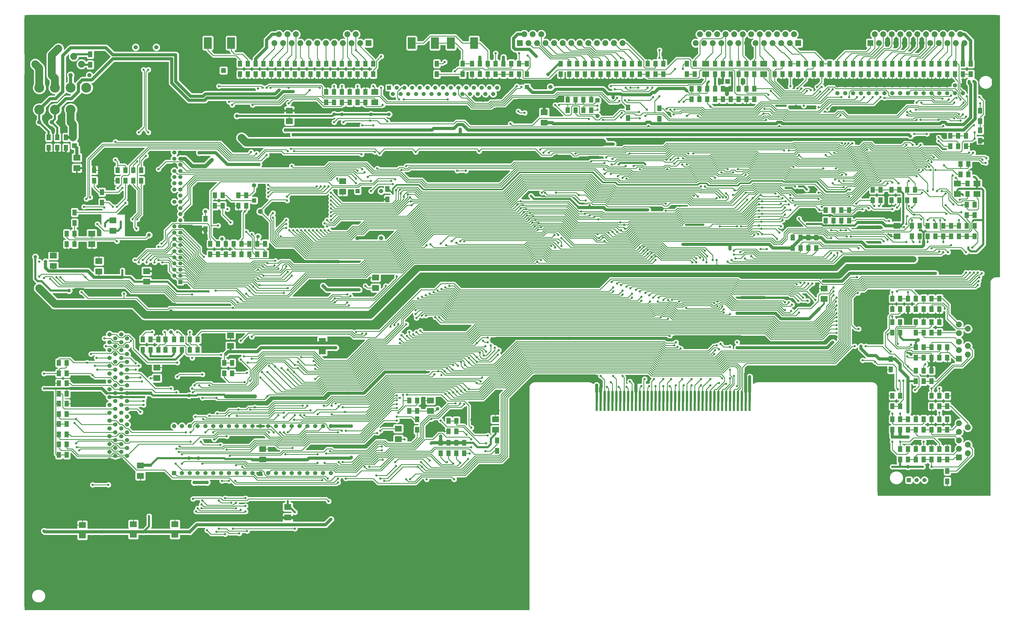
<source format=gbl>
G04 #@! TF.GenerationSoftware,KiCad,Pcbnew,5.1.7-1.fc32*
G04 #@! TF.CreationDate,2020-10-19T10:18:13+01:00*
G04 #@! TF.ProjectId,Amiga600,416d6967-6136-4303-902e-6b696361645f,rev?*
G04 #@! TF.SameCoordinates,Original*
G04 #@! TF.FileFunction,Copper,L2,Bot*
G04 #@! TF.FilePolarity,Positive*
%FSLAX46Y46*%
G04 Gerber Fmt 4.6, Leading zero omitted, Abs format (unit mm)*
G04 Created by KiCad (PCBNEW 5.1.7-1.fc32) date 2020-10-19 10:18:13*
%MOMM*%
%LPD*%
G01*
G04 APERTURE LIST*
G04 #@! TA.AperFunction,ComponentPad*
%ADD10C,1.370000*%
G04 #@! TD*
G04 #@! TA.AperFunction,ComponentPad*
%ADD11R,1.370000X1.370000*%
G04 #@! TD*
G04 #@! TA.AperFunction,ComponentPad*
%ADD12C,4.000000*%
G04 #@! TD*
G04 #@! TA.AperFunction,ConnectorPad*
%ADD13R,5.000000X2.500000*%
G04 #@! TD*
G04 #@! TA.AperFunction,ComponentPad*
%ADD14O,4.750000X2.500000*%
G04 #@! TD*
G04 #@! TA.AperFunction,ComponentPad*
%ADD15C,2.250000*%
G04 #@! TD*
G04 #@! TA.AperFunction,ComponentPad*
%ADD16C,1.900000*%
G04 #@! TD*
G04 #@! TA.AperFunction,ConnectorPad*
%ADD17C,5.200000*%
G04 #@! TD*
G04 #@! TA.AperFunction,ComponentPad*
%ADD18C,4.200000*%
G04 #@! TD*
G04 #@! TA.AperFunction,ComponentPad*
%ADD19R,1.900000X1.900000*%
G04 #@! TD*
G04 #@! TA.AperFunction,ConnectorPad*
%ADD20R,8.128000X8.128000*%
G04 #@! TD*
G04 #@! TA.AperFunction,ComponentPad*
%ADD21C,4.500000*%
G04 #@! TD*
G04 #@! TA.AperFunction,ConnectorPad*
%ADD22R,0.762000X6.350000*%
G04 #@! TD*
G04 #@! TA.AperFunction,ComponentPad*
%ADD23C,1.600000*%
G04 #@! TD*
G04 #@! TA.AperFunction,ComponentPad*
%ADD24R,1.600000X1.600000*%
G04 #@! TD*
G04 #@! TA.AperFunction,SMDPad,CuDef*
%ADD25R,1.370000X1.900000*%
G04 #@! TD*
G04 #@! TA.AperFunction,SMDPad,CuDef*
%ADD26R,2.300000X1.900000*%
G04 #@! TD*
G04 #@! TA.AperFunction,ComponentPad*
%ADD27C,3.300000*%
G04 #@! TD*
G04 #@! TA.AperFunction,ComponentPad*
%ADD28C,3.400000*%
G04 #@! TD*
G04 #@! TA.AperFunction,ConnectorPad*
%ADD29C,3.200000*%
G04 #@! TD*
G04 #@! TA.AperFunction,ConnectorPad*
%ADD30R,10.160000X10.160000*%
G04 #@! TD*
G04 #@! TA.AperFunction,ComponentPad*
%ADD31C,1.330000*%
G04 #@! TD*
G04 #@! TA.AperFunction,ComponentPad*
%ADD32R,1.330000X1.330000*%
G04 #@! TD*
G04 #@! TA.AperFunction,ConnectorPad*
%ADD33R,3.750000X2.500000*%
G04 #@! TD*
G04 #@! TA.AperFunction,ConnectorPad*
%ADD34R,2.500000X3.750000*%
G04 #@! TD*
G04 #@! TA.AperFunction,ComponentPad*
%ADD35O,2.000000X3.500000*%
G04 #@! TD*
G04 #@! TA.AperFunction,ComponentPad*
%ADD36O,3.500000X2.300000*%
G04 #@! TD*
G04 #@! TA.AperFunction,ViaPad*
%ADD37C,1.150000*%
G04 #@! TD*
G04 #@! TA.AperFunction,ViaPad*
%ADD38C,0.750000*%
G04 #@! TD*
G04 #@! TA.AperFunction,Conductor*
%ADD39C,0.254000*%
G04 #@! TD*
G04 #@! TA.AperFunction,Conductor*
%ADD40C,2.540000*%
G04 #@! TD*
G04 #@! TA.AperFunction,Conductor*
%ADD41C,0.762000*%
G04 #@! TD*
G04 #@! TA.AperFunction,Conductor*
%ADD42C,1.016000*%
G04 #@! TD*
G04 #@! TA.AperFunction,Conductor*
%ADD43C,2.032000*%
G04 #@! TD*
G04 #@! TA.AperFunction,Conductor*
%ADD44C,0.635000*%
G04 #@! TD*
G04 #@! TA.AperFunction,Conductor*
%ADD45C,1.270000*%
G04 #@! TD*
G04 #@! TA.AperFunction,Conductor*
%ADD46C,1.520000*%
G04 #@! TD*
G04 #@! TA.AperFunction,Conductor*
%ADD47C,0.508000*%
G04 #@! TD*
G04 #@! TA.AperFunction,Conductor*
%ADD48C,0.100000*%
G04 #@! TD*
G04 APERTURE END LIST*
D10*
X28052000Y-144780000D03*
X29962000Y-143510000D03*
X28052000Y-142240000D03*
X29962000Y-140970000D03*
X28052000Y-139700000D03*
X29962000Y-138430000D03*
X28052000Y-137160000D03*
X29962000Y-135890000D03*
X28052000Y-134620000D03*
X29962000Y-133350000D03*
X28052000Y-132080000D03*
X29962000Y-130810000D03*
X28052000Y-129540000D03*
X29962000Y-128270000D03*
X28052000Y-127000000D03*
X29962000Y-125730000D03*
X28052000Y-124460000D03*
X29962000Y-123190000D03*
X28052000Y-121920000D03*
X29962000Y-120650000D03*
X28052000Y-119380000D03*
X29962000Y-118110000D03*
X28052000Y-116840000D03*
X29962000Y-115570000D03*
X28052000Y-114300000D03*
X29962000Y-113030000D03*
X28052000Y-111760000D03*
X29962000Y-110490000D03*
X28052000Y-109220000D03*
X29962000Y-107950000D03*
X28052000Y-106680000D03*
X29962000Y-105410000D03*
X28052000Y-104140000D03*
X29962000Y-102870000D03*
X31872000Y-144780000D03*
X33782000Y-143510000D03*
X31872000Y-142240000D03*
X33782000Y-140970000D03*
X31872000Y-139700000D03*
X33782000Y-138430000D03*
X31872000Y-137160000D03*
X33782000Y-135890000D03*
X31872000Y-134620000D03*
X33782000Y-133350000D03*
X31872000Y-132080000D03*
X33782000Y-130810000D03*
X31872000Y-129540000D03*
X33782000Y-128270000D03*
X31872000Y-127000000D03*
X33782000Y-125730000D03*
X31872000Y-124460000D03*
X33782000Y-123190000D03*
X31872000Y-121920000D03*
X33782000Y-120650000D03*
X31872000Y-119380000D03*
X33782000Y-118110000D03*
X31872000Y-116840000D03*
X33782000Y-115570000D03*
X31872000Y-114300000D03*
X33782000Y-113030000D03*
X31872000Y-111760000D03*
X33782000Y-110490000D03*
X31872000Y-109220000D03*
X33782000Y-107950000D03*
X31872000Y-106680000D03*
X33782000Y-105410000D03*
D11*
X33782000Y-102870000D03*
D12*
X31872000Y-98420000D03*
X31872000Y-149230000D03*
D10*
X31872000Y-104140000D03*
D13*
X61976000Y-106172000D03*
D14*
X61976000Y-106172000D03*
D13*
X155702000Y-106172000D03*
D14*
X155702000Y-106172000D03*
D13*
X155702000Y-31750000D03*
D14*
X155702000Y-31750000D03*
D13*
X61976000Y-31750000D03*
D14*
X61976000Y-31750000D03*
D10*
X263906000Y-25908000D03*
X263906000Y-23368000D03*
X266446000Y-25908000D03*
X266446000Y-23368000D03*
X268986000Y-25908000D03*
X268986000Y-23368000D03*
X271526000Y-25908000D03*
X271526000Y-23368000D03*
X274066000Y-25908000D03*
X274066000Y-23368000D03*
X276606000Y-25908000D03*
X276606000Y-23368000D03*
X279146000Y-25908000D03*
X279146000Y-23368000D03*
X281686000Y-25908000D03*
X281686000Y-23368000D03*
X284226000Y-25908000D03*
X284226000Y-23368000D03*
X286766000Y-25908000D03*
X286766000Y-23368000D03*
X289306000Y-25908000D03*
X289306000Y-23368000D03*
X291846000Y-25908000D03*
X291846000Y-23368000D03*
X294386000Y-25908000D03*
X294386000Y-23368000D03*
X296926000Y-25908000D03*
X296926000Y-23368000D03*
X299466000Y-25908000D03*
X299466000Y-23368000D03*
X302006000Y-25908000D03*
X302006000Y-23368000D03*
X304546000Y-25908000D03*
D11*
X304546000Y-23368000D03*
D15*
X11510000Y-11470000D03*
X19010000Y-16470000D03*
X16510000Y-13970000D03*
X4010000Y-11470000D03*
X4010000Y-16470000D03*
X14010000Y-3970000D03*
X9010000Y-3970000D03*
X11510000Y-3970000D03*
D16*
X303659000Y-6812000D03*
X300889000Y-6812000D03*
X298119000Y-6812000D03*
X295349000Y-6812000D03*
X292579000Y-6812000D03*
X289809000Y-6812000D03*
X287039000Y-6812000D03*
X284269000Y-6812000D03*
X281499000Y-6812000D03*
X278729000Y-6812000D03*
X275959000Y-6812000D03*
X305044000Y-9652000D03*
X302274000Y-9652000D03*
X299504000Y-9652000D03*
X296734000Y-9652000D03*
X293964000Y-9652000D03*
X291194000Y-9652000D03*
X288424000Y-9652000D03*
X285654000Y-9652000D03*
X282884000Y-9652000D03*
X280114000Y-9652000D03*
D17*
X267644000Y-8232000D03*
X311974000Y-8232000D03*
D18*
X267644000Y-8232000D03*
X311974000Y-8232000D03*
D16*
X277344000Y-9652000D03*
D19*
X274574000Y-9652000D03*
D16*
X219351000Y-6812000D03*
X222121000Y-6812000D03*
X224891000Y-6812000D03*
X227661000Y-6812000D03*
X230431000Y-6812000D03*
X233201000Y-6812000D03*
X235971000Y-6812000D03*
X238741000Y-6812000D03*
X241511000Y-6812000D03*
X244281000Y-6812000D03*
X247051000Y-6812000D03*
X249821000Y-6812000D03*
X217966000Y-9652000D03*
X220736000Y-9652000D03*
X223506000Y-9652000D03*
X226276000Y-9652000D03*
X229046000Y-9652000D03*
X231816000Y-9652000D03*
X234586000Y-9652000D03*
X237356000Y-9652000D03*
X240126000Y-9652000D03*
X242896000Y-9652000D03*
X245666000Y-9652000D03*
D17*
X211036000Y-8232000D03*
X258136000Y-8232000D03*
D18*
X211036000Y-8232000D03*
X258136000Y-8232000D03*
D16*
X248436000Y-9652000D03*
D19*
X251206000Y-9652000D03*
D16*
X192891000Y-6812000D03*
X190121000Y-6812000D03*
X187351000Y-6812000D03*
X184581000Y-6812000D03*
X181811000Y-6812000D03*
X179041000Y-6812000D03*
X176271000Y-6812000D03*
X173501000Y-6812000D03*
X170731000Y-6812000D03*
X167961000Y-6812000D03*
X165191000Y-6812000D03*
X162421000Y-6812000D03*
X194276000Y-9652000D03*
X191506000Y-9652000D03*
X188736000Y-9652000D03*
X185966000Y-9652000D03*
X183196000Y-9652000D03*
X180426000Y-9652000D03*
X177656000Y-9652000D03*
X174886000Y-9652000D03*
X172116000Y-9652000D03*
X169346000Y-9652000D03*
X166576000Y-9652000D03*
D17*
X154106000Y-8232000D03*
X201206000Y-8232000D03*
D18*
X154106000Y-8232000D03*
X201206000Y-8232000D03*
D16*
X163806000Y-9652000D03*
D19*
X161036000Y-9652000D03*
D20*
X274066000Y-96393000D03*
D21*
X274066000Y-96393000D03*
D11*
X108458000Y-57658000D03*
D10*
X116078000Y-57658000D03*
X116078000Y-72898000D03*
X108458000Y-72898000D03*
D22*
X235458000Y-125857000D03*
X234188000Y-125857000D03*
X232918000Y-125857000D03*
X231648000Y-125857000D03*
X230378000Y-125857000D03*
X229108000Y-125857000D03*
X227838000Y-125857000D03*
X226568000Y-125857000D03*
X225298000Y-125857000D03*
X224028000Y-125857000D03*
X222758000Y-125857000D03*
X220218000Y-125857000D03*
X221488000Y-125857000D03*
X218948000Y-125857000D03*
X217678000Y-125857000D03*
X216408000Y-125857000D03*
X215138000Y-125857000D03*
X213868000Y-125857000D03*
X212598000Y-125857000D03*
X211328000Y-125857000D03*
X210058000Y-125857000D03*
X208788000Y-125857000D03*
X207518000Y-125857000D03*
X206248000Y-125857000D03*
X204978000Y-125857000D03*
X203708000Y-125857000D03*
X202438000Y-125857000D03*
X201168000Y-125857000D03*
X199898000Y-125857000D03*
X198628000Y-125857000D03*
X197358000Y-125857000D03*
X196088000Y-125857000D03*
X194818000Y-125857000D03*
X193548000Y-125857000D03*
X192278000Y-125857000D03*
X191008000Y-125857000D03*
X189738000Y-125857000D03*
X188468000Y-125857000D03*
X187198000Y-125857000D03*
X185928000Y-125857000D03*
D10*
X170942000Y-23876000D03*
X168402000Y-23876000D03*
D11*
X163322000Y-23876000D03*
D10*
X165862000Y-23876000D03*
X294640000Y-151384000D03*
X292100000Y-151384000D03*
D11*
X287020000Y-151384000D03*
D10*
X289560000Y-151384000D03*
D23*
X76962000Y-64262000D03*
X76962000Y-69262000D03*
D10*
X186182000Y-33274000D03*
D11*
X186182000Y-28194000D03*
D16*
X82929000Y-6812000D03*
X85699000Y-6812000D03*
X88469000Y-6812000D03*
X91239000Y-6812000D03*
X94009000Y-6812000D03*
X96779000Y-6812000D03*
X99549000Y-6812000D03*
X102319000Y-6812000D03*
X105089000Y-6812000D03*
X107859000Y-6812000D03*
X110629000Y-6812000D03*
X81544000Y-9652000D03*
X84314000Y-9652000D03*
X87084000Y-9652000D03*
X89854000Y-9652000D03*
X92624000Y-9652000D03*
X95394000Y-9652000D03*
X98164000Y-9652000D03*
X100934000Y-9652000D03*
X103704000Y-9652000D03*
X106474000Y-9652000D03*
D17*
X74614000Y-8232000D03*
X118944000Y-8232000D03*
D18*
X74614000Y-8232000D03*
X118944000Y-8232000D03*
D16*
X109244000Y-9652000D03*
D19*
X112014000Y-9652000D03*
D10*
X59690000Y-58266000D03*
D11*
X74930000Y-60706000D03*
D10*
X74930000Y-55826000D03*
D23*
X233346000Y-22098000D03*
D24*
X228346000Y-22098000D03*
D23*
X21764000Y-42926000D03*
D24*
X16764000Y-42926000D03*
D23*
X60024000Y-18542000D03*
D24*
X65024000Y-18542000D03*
D25*
X30734000Y-54278000D03*
X30734000Y-50878000D03*
X38354000Y-50878000D03*
X38354000Y-54278000D03*
X35814000Y-50878000D03*
X35814000Y-54278000D03*
X16764000Y-64594000D03*
X16764000Y-67994000D03*
X33274000Y-50878000D03*
X33274000Y-54278000D03*
X16764000Y-74852000D03*
X16764000Y-71452000D03*
X46228000Y-105742000D03*
X46228000Y-109142000D03*
X206248000Y-30812000D03*
X206248000Y-34212000D03*
X305562000Y-43102000D03*
X305562000Y-39702000D03*
X65786000Y-74754000D03*
X65786000Y-78154000D03*
X60706000Y-74754000D03*
X60706000Y-78154000D03*
X249428000Y-76122000D03*
X249428000Y-72722000D03*
X257048000Y-72722000D03*
X257048000Y-76122000D03*
X64770000Y-59006000D03*
X64770000Y-62406000D03*
X69850000Y-62406000D03*
X69850000Y-59006000D03*
X72390000Y-62406000D03*
X72390000Y-59006000D03*
X59182000Y-70026000D03*
X59182000Y-66626000D03*
X281178000Y-115492000D03*
X281178000Y-112092000D03*
X299466000Y-148414000D03*
X299466000Y-151814000D03*
X294386000Y-124030000D03*
X294386000Y-127430000D03*
X226822000Y-27862000D03*
X226822000Y-24462000D03*
X184150000Y-31418000D03*
X184150000Y-28018000D03*
X176530000Y-31418000D03*
X176530000Y-28018000D03*
X21844000Y-13286000D03*
X21844000Y-16686000D03*
X13970000Y-43610000D03*
X13970000Y-40210000D03*
X8382000Y-43610000D03*
X8382000Y-40210000D03*
X11176000Y-40210000D03*
X11176000Y-43610000D03*
X137922000Y-132158000D03*
X137922000Y-135558000D03*
X118110000Y-56974000D03*
X118110000Y-60374000D03*
X72898000Y-16334000D03*
X72898000Y-19734000D03*
X77978000Y-16334000D03*
X77978000Y-19734000D03*
X80518000Y-16334000D03*
X80518000Y-19734000D03*
X85598000Y-16334000D03*
X85598000Y-19734000D03*
X294386000Y-100154000D03*
X294386000Y-103554000D03*
X95758000Y-16334000D03*
X95758000Y-19734000D03*
X98298000Y-16334000D03*
X98298000Y-19734000D03*
X100838000Y-16334000D03*
X100838000Y-19734000D03*
X103378000Y-16334000D03*
X103378000Y-19734000D03*
X108458000Y-16334000D03*
X108458000Y-19734000D03*
X75438000Y-19734000D03*
X75438000Y-16334000D03*
X83058000Y-19734000D03*
X83058000Y-16334000D03*
X88138000Y-19734000D03*
X88138000Y-16334000D03*
X105918000Y-19734000D03*
X105918000Y-16334000D03*
X110998000Y-19734000D03*
X110998000Y-16334000D03*
X145542000Y-16334000D03*
X145542000Y-19734000D03*
X150622000Y-16334000D03*
X150622000Y-19734000D03*
X294386000Y-144702000D03*
X294386000Y-141302000D03*
X299466000Y-127430000D03*
X299466000Y-124030000D03*
X299466000Y-135050000D03*
X299466000Y-131650000D03*
X299466000Y-141302000D03*
X299466000Y-144702000D03*
X289306000Y-141302000D03*
X289306000Y-144702000D03*
X289306000Y-131650000D03*
X289306000Y-135050000D03*
X294386000Y-131650000D03*
X294386000Y-135050000D03*
X294386000Y-119302000D03*
X294386000Y-115902000D03*
X291846000Y-92534000D03*
X291846000Y-95934000D03*
X296926000Y-92534000D03*
X296926000Y-95934000D03*
X299466000Y-111682000D03*
X299466000Y-108282000D03*
X294386000Y-111682000D03*
X294386000Y-108282000D03*
X291846000Y-100154000D03*
X291846000Y-103554000D03*
X296926000Y-100154000D03*
X296926000Y-103554000D03*
X281686000Y-92534000D03*
X281686000Y-95934000D03*
X281686000Y-127430000D03*
X281686000Y-124030000D03*
X286766000Y-92534000D03*
X286766000Y-95934000D03*
X160782000Y-16334000D03*
X160782000Y-19734000D03*
X177038000Y-16334000D03*
X177038000Y-19734000D03*
X179578000Y-16334000D03*
X179578000Y-19734000D03*
X184658000Y-16334000D03*
X184658000Y-19734000D03*
X187198000Y-16334000D03*
X187198000Y-19734000D03*
X189738000Y-16334000D03*
X189738000Y-19734000D03*
X192278000Y-16334000D03*
X192278000Y-19734000D03*
X194818000Y-16334000D03*
X194818000Y-19734000D03*
X197358000Y-16334000D03*
X197358000Y-19734000D03*
X202438000Y-16334000D03*
X202438000Y-19734000D03*
X207518000Y-16334000D03*
X207518000Y-19734000D03*
X174244000Y-16334000D03*
X174244000Y-19734000D03*
X182118000Y-19734000D03*
X182118000Y-16334000D03*
X261366000Y-16334000D03*
X261366000Y-19734000D03*
X256286000Y-19734000D03*
X256286000Y-16334000D03*
X251206000Y-16334000D03*
X251206000Y-19734000D03*
X246126000Y-19734000D03*
X246126000Y-16334000D03*
X236982000Y-27862000D03*
X236982000Y-24462000D03*
X231902000Y-27862000D03*
X231902000Y-24462000D03*
X234442000Y-24462000D03*
X234442000Y-27862000D03*
X226822000Y-19734000D03*
X226822000Y-16334000D03*
X229362000Y-27862000D03*
X229362000Y-24462000D03*
X224282000Y-27862000D03*
X224282000Y-24462000D03*
X310134000Y-37924000D03*
X310134000Y-41324000D03*
X263906000Y-16334000D03*
X263906000Y-19734000D03*
X268986000Y-16334000D03*
X268986000Y-19734000D03*
X286766000Y-16334000D03*
X286766000Y-19734000D03*
X291846000Y-16334000D03*
X291846000Y-19734000D03*
X296926000Y-16334000D03*
X296926000Y-19734000D03*
X266446000Y-16334000D03*
X266446000Y-19734000D03*
X271526000Y-16334000D03*
X271526000Y-19734000D03*
X274066000Y-16334000D03*
X274066000Y-19734000D03*
X276606000Y-16334000D03*
X276606000Y-19734000D03*
X279146000Y-16334000D03*
X279146000Y-19734000D03*
X281686000Y-16334000D03*
X281686000Y-19734000D03*
X284226000Y-16334000D03*
X284226000Y-19734000D03*
X289306000Y-16334000D03*
X289306000Y-19734000D03*
X294386000Y-16334000D03*
X294386000Y-19734000D03*
X299466000Y-16334000D03*
X299466000Y-19734000D03*
X307086000Y-16334000D03*
X307086000Y-19734000D03*
X304546000Y-16334000D03*
X304546000Y-19734000D03*
X306324000Y-48846000D03*
X306324000Y-52246000D03*
X140462000Y-132158000D03*
X140462000Y-135558000D03*
X113538000Y-16334000D03*
X113538000Y-19734000D03*
X142494000Y-16334000D03*
X142494000Y-19734000D03*
X158242000Y-16334000D03*
X158242000Y-19734000D03*
X291846000Y-144702000D03*
X291846000Y-141302000D03*
X296926000Y-127430000D03*
X296926000Y-124030000D03*
X296926000Y-135050000D03*
X296926000Y-131650000D03*
X296926000Y-141302000D03*
X296926000Y-144702000D03*
X286766000Y-141302000D03*
X286766000Y-144702000D03*
X286766000Y-131650000D03*
X286766000Y-135050000D03*
X291846000Y-131650000D03*
X291846000Y-135050000D03*
X291846000Y-119302000D03*
X291846000Y-115902000D03*
X289306000Y-95934000D03*
X289306000Y-92534000D03*
X294386000Y-92534000D03*
X294386000Y-95934000D03*
X296926000Y-108282000D03*
X296926000Y-111682000D03*
X291846000Y-111682000D03*
X291846000Y-108282000D03*
X289306000Y-100154000D03*
X289306000Y-103554000D03*
X284226000Y-127430000D03*
X284226000Y-124030000D03*
X284226000Y-92534000D03*
X284226000Y-95934000D03*
X163322000Y-16334000D03*
X163322000Y-19734000D03*
X199898000Y-16334000D03*
X199898000Y-19734000D03*
X204978000Y-16334000D03*
X204978000Y-19734000D03*
X258826000Y-16334000D03*
X258826000Y-19734000D03*
X253746000Y-16334000D03*
X253746000Y-19734000D03*
X248666000Y-16334000D03*
X248666000Y-19734000D03*
X243586000Y-16334000D03*
X243586000Y-19734000D03*
X236982000Y-16334000D03*
X236982000Y-19734000D03*
X231902000Y-16334000D03*
X231902000Y-19734000D03*
X234442000Y-19734000D03*
X234442000Y-16334000D03*
X217678000Y-19734000D03*
X217678000Y-16334000D03*
X229362000Y-16334000D03*
X229362000Y-19734000D03*
X224282000Y-16334000D03*
X224282000Y-19734000D03*
X310134000Y-34974000D03*
X310134000Y-31574000D03*
X302006000Y-16334000D03*
X302006000Y-19734000D03*
X303784000Y-48846000D03*
X303784000Y-52246000D03*
X65278000Y-116762000D03*
X65278000Y-113362000D03*
X153670000Y-138508000D03*
X153670000Y-141908000D03*
X127762000Y-131650000D03*
X127762000Y-135050000D03*
X14224000Y-74852000D03*
X14224000Y-71452000D03*
X78486000Y-78154000D03*
X78486000Y-74754000D03*
X73406000Y-78154000D03*
X73406000Y-74754000D03*
X70866000Y-78154000D03*
X70866000Y-74754000D03*
X75946000Y-78154000D03*
X75946000Y-74754000D03*
X68326000Y-78154000D03*
X68326000Y-74754000D03*
X63246000Y-78154000D03*
X63246000Y-74754000D03*
X260096000Y-67232000D03*
X260096000Y-63832000D03*
X293116000Y-72312000D03*
X293116000Y-68912000D03*
X134112000Y-19734000D03*
X134112000Y-16334000D03*
X148082000Y-16334000D03*
X148082000Y-19734000D03*
X295656000Y-72312000D03*
X295656000Y-68912000D03*
X300736000Y-68912000D03*
X300736000Y-72312000D03*
X303276000Y-72312000D03*
X303276000Y-68912000D03*
X308356000Y-68912000D03*
X308356000Y-72312000D03*
X153162000Y-19734000D03*
X153162000Y-16334000D03*
X155702000Y-16334000D03*
X155702000Y-19734000D03*
X289052000Y-60628000D03*
X289052000Y-57228000D03*
X290576000Y-68912000D03*
X290576000Y-72312000D03*
X308356000Y-65454000D03*
X308356000Y-62054000D03*
X305816000Y-65454000D03*
X305816000Y-62054000D03*
X306070000Y-55196000D03*
X306070000Y-58596000D03*
X221742000Y-27862000D03*
X221742000Y-24462000D03*
X265176000Y-63832000D03*
X265176000Y-67232000D03*
X267716000Y-63832000D03*
X267716000Y-67232000D03*
X215138000Y-19734000D03*
X215138000Y-16334000D03*
X275336000Y-60628000D03*
X275336000Y-57228000D03*
X283972000Y-60628000D03*
X283972000Y-57228000D03*
X277876000Y-60628000D03*
X277876000Y-57228000D03*
X181610000Y-28018000D03*
X181610000Y-31418000D03*
X179070000Y-28018000D03*
X179070000Y-31418000D03*
X281686000Y-100154000D03*
X281686000Y-103554000D03*
X43942000Y-105742000D03*
X43942000Y-109142000D03*
X38862000Y-105742000D03*
X38862000Y-109142000D03*
X41402000Y-105742000D03*
X41402000Y-109142000D03*
X56642000Y-109142000D03*
X56642000Y-105742000D03*
X54102000Y-109142000D03*
X54102000Y-105742000D03*
X51562000Y-105742000D03*
X51562000Y-109142000D03*
X49022000Y-109142000D03*
X49022000Y-105742000D03*
X11684000Y-129970000D03*
X11684000Y-126570000D03*
X11684000Y-113362000D03*
X11684000Y-116762000D03*
X14224000Y-116762000D03*
X14224000Y-113362000D03*
X67818000Y-113362000D03*
X67818000Y-116762000D03*
X98298000Y-25478000D03*
X98298000Y-28878000D03*
X100838000Y-25478000D03*
X100838000Y-28878000D03*
X219202000Y-27862000D03*
X219202000Y-24462000D03*
X14224000Y-129970000D03*
X14224000Y-126570000D03*
X125222000Y-125554000D03*
X125222000Y-128954000D03*
X143002000Y-139270000D03*
X143002000Y-142670000D03*
X303022000Y-39702000D03*
X303022000Y-43102000D03*
X105918000Y-25478000D03*
X105918000Y-28878000D03*
X103378000Y-25478000D03*
X103378000Y-28878000D03*
X216662000Y-27862000D03*
X216662000Y-24462000D03*
X11684000Y-123366000D03*
X11684000Y-119966000D03*
X11684000Y-139778000D03*
X11684000Y-143178000D03*
X25654000Y-57990000D03*
X25654000Y-61390000D03*
X23114000Y-50878000D03*
X23114000Y-54278000D03*
X110998000Y-25478000D03*
X110998000Y-28878000D03*
X108458000Y-25478000D03*
X108458000Y-28878000D03*
X284226000Y-100154000D03*
X284226000Y-103554000D03*
X11684000Y-136574000D03*
X11684000Y-133174000D03*
X140462000Y-139270000D03*
X140462000Y-142670000D03*
X289306000Y-115902000D03*
X289306000Y-119302000D03*
X262636000Y-63832000D03*
X262636000Y-67232000D03*
X14224000Y-136574000D03*
X14224000Y-133174000D03*
X137922000Y-139270000D03*
X137922000Y-142670000D03*
X70358000Y-19734000D03*
X70358000Y-16334000D03*
X281686000Y-131650000D03*
X281686000Y-135050000D03*
X14224000Y-139778000D03*
X14224000Y-143178000D03*
X300482000Y-39702000D03*
X300482000Y-43102000D03*
X196088000Y-33958000D03*
X196088000Y-30558000D03*
X14224000Y-119966000D03*
X14224000Y-123366000D03*
X135382000Y-139270000D03*
X135382000Y-142670000D03*
X284226000Y-131650000D03*
X284226000Y-135050000D03*
X127762000Y-125554000D03*
X127762000Y-128954000D03*
X284226000Y-141302000D03*
X284226000Y-144702000D03*
X93218000Y-16334000D03*
X93218000Y-19734000D03*
X90678000Y-16334000D03*
X90678000Y-19734000D03*
X251968000Y-72722000D03*
X251968000Y-76122000D03*
X254508000Y-72722000D03*
X254508000Y-76122000D03*
X288036000Y-72312000D03*
X288036000Y-68912000D03*
X286512000Y-60628000D03*
X286512000Y-57228000D03*
X281432000Y-60628000D03*
X281432000Y-57228000D03*
X62230000Y-59006000D03*
X62230000Y-62406000D03*
X298196000Y-68912000D03*
X298196000Y-72312000D03*
X305816000Y-72312000D03*
X305816000Y-68912000D03*
D26*
X22352000Y-71452000D03*
X22352000Y-74852000D03*
X103632000Y-54434000D03*
X103632000Y-57834000D03*
X77724000Y-144702000D03*
X77724000Y-141302000D03*
X168910000Y-35482000D03*
X168910000Y-32082000D03*
X283210000Y-68912000D03*
X283210000Y-72312000D03*
X114300000Y-89076000D03*
X114300000Y-85676000D03*
X86360000Y-34974000D03*
X86360000Y-31574000D03*
X24638000Y-83742000D03*
X24638000Y-80342000D03*
X40132000Y-87044000D03*
X40132000Y-83644000D03*
X9906000Y-81964000D03*
X9906000Y-78564000D03*
X85852000Y-160098000D03*
X85852000Y-163498000D03*
X19304000Y-169340000D03*
X19304000Y-165940000D03*
X35814000Y-169086000D03*
X35814000Y-165686000D03*
X49276000Y-169086000D03*
X49276000Y-165686000D03*
X114046000Y-25478000D03*
X114046000Y-28878000D03*
X309118000Y-58596000D03*
X309118000Y-55196000D03*
X302768000Y-58596000D03*
X302768000Y-55196000D03*
X240030000Y-16334000D03*
X240030000Y-19734000D03*
X221234000Y-16334000D03*
X221234000Y-19734000D03*
X38100000Y-146636000D03*
X38100000Y-150036000D03*
X43434000Y-118286000D03*
X43434000Y-114886000D03*
X121666000Y-138098000D03*
X121666000Y-134698000D03*
X17526000Y-46814000D03*
X17526000Y-50214000D03*
X67310000Y-107872000D03*
X67310000Y-104472000D03*
X153162000Y-135050000D03*
X153162000Y-131650000D03*
X97028000Y-109650000D03*
X97028000Y-106250000D03*
X132080000Y-128954000D03*
X132080000Y-125554000D03*
X29210000Y-70534000D03*
X29210000Y-67134000D03*
X259588000Y-92632000D03*
X259588000Y-89232000D03*
D25*
X289306000Y-111682000D03*
X289306000Y-108282000D03*
D27*
X39878000Y-4699000D03*
X33118000Y-5509000D03*
X46638000Y-5509000D03*
D10*
X36528000Y-8499000D03*
X43228000Y-8499000D03*
X36528000Y-10999000D03*
X43228000Y-10999000D03*
D28*
X55586000Y-24108000D03*
X54078000Y-14408000D03*
X25678000Y-14408000D03*
X25186000Y-24108000D03*
D29*
X5334000Y-31242000D03*
X5334000Y-24130000D03*
X10414000Y-31242000D03*
X10414000Y-24130000D03*
X15494000Y-31242000D03*
X15494000Y-24130000D03*
X20574000Y-31242000D03*
X20574000Y-24130000D03*
D10*
X5334000Y-35306000D03*
X5334000Y-20066000D03*
X9398000Y-35306000D03*
X9398000Y-20066000D03*
X15494000Y-35306000D03*
X15494000Y-20066000D03*
D16*
X5334000Y-31242000D03*
X5334000Y-24130000D03*
X10414000Y-31242000D03*
X10414000Y-24130000D03*
X15494000Y-31242000D03*
X15494000Y-24130000D03*
D10*
X21590000Y-35306000D03*
X21590000Y-20066000D03*
D16*
X20574000Y-24130000D03*
X20574000Y-31242000D03*
D30*
X158496000Y-187960000D03*
D21*
X158496000Y-187960000D03*
D31*
X49054000Y-45122000D03*
X51054000Y-45122000D03*
X49054000Y-47122000D03*
X51054000Y-47122000D03*
X49054000Y-49122000D03*
X51054000Y-49122000D03*
X49054000Y-51122000D03*
X51054000Y-51122000D03*
X49054000Y-53122000D03*
X51054000Y-53122000D03*
X49054000Y-55122000D03*
X51054000Y-55122000D03*
X49054000Y-57122000D03*
X51054000Y-57122000D03*
X49054000Y-59122000D03*
X51054000Y-59122000D03*
X49054000Y-61122000D03*
X51054000Y-61122000D03*
X49054000Y-63122000D03*
X51054000Y-63122000D03*
X49054000Y-65122000D03*
X51054000Y-65122000D03*
X49054000Y-67122000D03*
X51054000Y-67122000D03*
X49054000Y-69122000D03*
X51054000Y-69122000D03*
X49054000Y-71122000D03*
X51054000Y-71122000D03*
X49054000Y-73122000D03*
X51054000Y-73122000D03*
X49054000Y-75122000D03*
X51054000Y-75122000D03*
X49054000Y-77122000D03*
X51054000Y-77122000D03*
X49054000Y-79122000D03*
X51054000Y-79122000D03*
X49054000Y-81122000D03*
X51054000Y-81122000D03*
X49054000Y-83122000D03*
X51054000Y-83122000D03*
X49054000Y-85122000D03*
X51054000Y-85122000D03*
X49054000Y-87122000D03*
D32*
X51054000Y-87122000D03*
D10*
X49022000Y-133858000D03*
X51562000Y-133858000D03*
X54102000Y-133858000D03*
X56642000Y-133858000D03*
X59182000Y-133858000D03*
X61722000Y-133858000D03*
X64262000Y-133858000D03*
X66802000Y-133858000D03*
X69342000Y-133858000D03*
X71882000Y-133858000D03*
X74422000Y-133858000D03*
X76962000Y-133858000D03*
X79502000Y-133858000D03*
X82042000Y-133858000D03*
X84582000Y-133858000D03*
X87122000Y-133858000D03*
X89662000Y-133858000D03*
X92202000Y-133858000D03*
X94742000Y-133858000D03*
X97282000Y-133858000D03*
X99822000Y-133858000D03*
X99822000Y-149098000D03*
X97282000Y-149098000D03*
X94742000Y-149098000D03*
X92202000Y-149098000D03*
X89662000Y-149098000D03*
X87122000Y-149098000D03*
X84582000Y-149098000D03*
X82042000Y-149098000D03*
X79502000Y-149098000D03*
X76962000Y-149098000D03*
X74422000Y-149098000D03*
X71882000Y-149098000D03*
X69342000Y-149098000D03*
X66802000Y-149098000D03*
X64262000Y-149098000D03*
X61722000Y-149098000D03*
X59182000Y-149098000D03*
X56642000Y-149098000D03*
X54102000Y-149098000D03*
X51562000Y-149098000D03*
D11*
X49022000Y-149098000D03*
D31*
X154868000Y-26130000D03*
X153618000Y-24130000D03*
X152368000Y-26130000D03*
X151118000Y-24130000D03*
X149868000Y-26130000D03*
X147368000Y-26130000D03*
X148618000Y-24130000D03*
X146118000Y-24130000D03*
X144868000Y-26130000D03*
X143618000Y-24130000D03*
X142368000Y-26130000D03*
X141118000Y-24130000D03*
X139868000Y-26130000D03*
X138618000Y-24130000D03*
X137368000Y-26130000D03*
X136118000Y-24130000D03*
X134868000Y-26130000D03*
X133618000Y-24130000D03*
X132368000Y-26130000D03*
X131118000Y-24130000D03*
X129868000Y-26130000D03*
X128618000Y-24130000D03*
X127368000Y-26130000D03*
X126118000Y-24130000D03*
X124868000Y-26130000D03*
X123618000Y-24130000D03*
X122368000Y-26130000D03*
X121118000Y-24130000D03*
X119868000Y-26130000D03*
D32*
X118618000Y-24130000D03*
D33*
X142434000Y-5952000D03*
D34*
X146184000Y-9652000D03*
X138684000Y-9652000D03*
D35*
X138684000Y-9652000D03*
X146184000Y-9652000D03*
D36*
X142434000Y-5952000D03*
D33*
X129734000Y-5952000D03*
D34*
X133484000Y-9652000D03*
X125984000Y-9652000D03*
D35*
X125984000Y-9652000D03*
X133484000Y-9652000D03*
D36*
X129734000Y-5952000D03*
D33*
X63694000Y-5952000D03*
D34*
X67444000Y-9652000D03*
X59944000Y-9652000D03*
D35*
X59944000Y-9652000D03*
X67444000Y-9652000D03*
D36*
X63694000Y-5952000D03*
D16*
X306116000Y-134323000D03*
X306116000Y-137093000D03*
X306116000Y-139863000D03*
X306116000Y-142633000D03*
X303276000Y-132938000D03*
X303276000Y-135708000D03*
X303276000Y-138478000D03*
X303276000Y-141248000D03*
D17*
X304696000Y-125978000D03*
X304696000Y-150978000D03*
D19*
X303276000Y-144018000D03*
D18*
X304696000Y-150978000D03*
X304696000Y-125978000D03*
D16*
X306116000Y-102319000D03*
X306116000Y-105089000D03*
X306116000Y-107859000D03*
X306116000Y-110629000D03*
X303276000Y-100934000D03*
X303276000Y-103704000D03*
X303276000Y-106474000D03*
X303276000Y-109244000D03*
D17*
X304696000Y-93974000D03*
X304696000Y-118974000D03*
D19*
X303276000Y-112014000D03*
D18*
X304696000Y-118974000D03*
X304696000Y-93974000D03*
D37*
X169418000Y-105410000D03*
D38*
X76962000Y-168910000D03*
X181356000Y-61722000D03*
D37*
X157480000Y-163068000D03*
X126238000Y-136906000D03*
D38*
X191262000Y-105410000D03*
X280162000Y-65532000D03*
X277114000Y-69088000D03*
X285242000Y-82296000D03*
X270002000Y-82296000D03*
D37*
X277114000Y-82296000D03*
X177038000Y-85090000D03*
D38*
X276352000Y-74168000D03*
D37*
X315214000Y-23114000D03*
D38*
X279400000Y-62484000D03*
D37*
X81788000Y-159258000D03*
X142494000Y-131826000D03*
D38*
X153162000Y-152654000D03*
X75438000Y-175260000D03*
X97282000Y-189738000D03*
X100076000Y-175260000D03*
D37*
X294386000Y-113792000D03*
X294386000Y-98044000D03*
D38*
X252730000Y-65532000D03*
X252730000Y-58166000D03*
X286512000Y-109982000D03*
X159258000Y-168402000D03*
X1778000Y-181356000D03*
D37*
X11684000Y-174498000D03*
D38*
X69342000Y-189738000D03*
D37*
X132334000Y-136906000D03*
X184150000Y-118110000D03*
D38*
X187325000Y-120015000D03*
X210820000Y-84836000D03*
X189230000Y-85090000D03*
D37*
X201168000Y-84836000D03*
D38*
X315214000Y-82296000D03*
X35306000Y-188214000D03*
X17018000Y-188214000D03*
D37*
X296926000Y-155194000D03*
X294386000Y-138938000D03*
X160528000Y-145034000D03*
X293116000Y-129540000D03*
X177038000Y-105410000D03*
D38*
X166116000Y-118110000D03*
X9398000Y-120142000D03*
D37*
X4318000Y-98298000D03*
D38*
X1778000Y-102870000D03*
X315214000Y-74168000D03*
X315214000Y-56388000D03*
X315214000Y-42926000D03*
D37*
X308102000Y-42418000D03*
D38*
X315214000Y-39116000D03*
D37*
X16764000Y-166116000D03*
X22606000Y-163576000D03*
X54102000Y-163576000D03*
D38*
X79248000Y-163576000D03*
X76454000Y-155194000D03*
X79502000Y-155194000D03*
X112268000Y-163068000D03*
X234188000Y-117856000D03*
X234188000Y-120904000D03*
X235458000Y-115570000D03*
X263652000Y-104902000D03*
X278130000Y-148082000D03*
X13970000Y-106934000D03*
D37*
X129794000Y-125476000D03*
X145542000Y-131826000D03*
X246126000Y-22098000D03*
X256286000Y-22098000D03*
X251206000Y-22098000D03*
X289306000Y-138938000D03*
X299466000Y-138938000D03*
D38*
X198628000Y-119126000D03*
X211328000Y-104902000D03*
X250190000Y-40894000D03*
X247142000Y-56642000D03*
X263906000Y-40894000D03*
X275082000Y-40894000D03*
X280416000Y-71628000D03*
X278130000Y-122936000D03*
X278130000Y-119634000D03*
X294386000Y-82296000D03*
D37*
X292608000Y-82296000D03*
D38*
X298958000Y-39116000D03*
D37*
X270764000Y-42164000D03*
D38*
X76962000Y-163576000D03*
D37*
X303530000Y-82296000D03*
D38*
X269240000Y-65786000D03*
D37*
X261366000Y-22098000D03*
D38*
X286258000Y-40894000D03*
X282702000Y-28702000D03*
X262128000Y-30988000D03*
X240030000Y-106934000D03*
X258064000Y-106934000D03*
X257302000Y-84836000D03*
X257810000Y-87630000D03*
D37*
X232918000Y-84836000D03*
D38*
X260350000Y-40894000D03*
X252730000Y-84836000D03*
X234442000Y-106934000D03*
X232918000Y-105410000D03*
X246380000Y-106934000D03*
X251206000Y-106934000D03*
X250952000Y-115570000D03*
X246634000Y-115570000D03*
X186436000Y-46736000D03*
X219456000Y-22098000D03*
X216662000Y-22098000D03*
X205486000Y-22098000D03*
X233426000Y-40894000D03*
D37*
X231902000Y-40894000D03*
D38*
X240030000Y-40894000D03*
X223520000Y-40894000D03*
D37*
X217932000Y-40894000D03*
D38*
X240284000Y-92202000D03*
D37*
X202438000Y-22098000D03*
D38*
X189738000Y-40894000D03*
D37*
X211328000Y-22098000D03*
D38*
X225806000Y-22098000D03*
X212852000Y-62484000D03*
D37*
X189230000Y-29718000D03*
D38*
X250444000Y-29972000D03*
X234442000Y-29718000D03*
X232918000Y-92202000D03*
X210312000Y-40894000D03*
D37*
X205232000Y-40894000D03*
D38*
X209296000Y-32766000D03*
X163576000Y-85090000D03*
X166624000Y-57912000D03*
X158750000Y-14224000D03*
X172974000Y-22098000D03*
X171704000Y-28194000D03*
D37*
X172974000Y-46228000D03*
X130302000Y-116332000D03*
X149098000Y-28194000D03*
D38*
X23114000Y-180340000D03*
X149606000Y-188468000D03*
X94488000Y-163576000D03*
X97028000Y-163576000D03*
X90678000Y-163576000D03*
D37*
X107950000Y-140462000D03*
D38*
X99060000Y-162306000D03*
X103886000Y-162306000D03*
X109982000Y-155194000D03*
X112776000Y-155194000D03*
X102870000Y-158750000D03*
D37*
X116078000Y-137414000D03*
X153924000Y-128778000D03*
D38*
X135890000Y-152146000D03*
D37*
X11430000Y-158750000D03*
X45466000Y-152654000D03*
D38*
X22606000Y-157988000D03*
X16510000Y-155194000D03*
X1778000Y-139954000D03*
X38862000Y-158496000D03*
X42672000Y-158496000D03*
X27686000Y-158496000D03*
X9398000Y-126746000D03*
X16002000Y-126492000D03*
D37*
X45466000Y-130556000D03*
X45466000Y-126238000D03*
D38*
X1778000Y-155194000D03*
X80010000Y-141224000D03*
X76962000Y-137414000D03*
X72390000Y-138430000D03*
D37*
X105410000Y-123190000D03*
D38*
X114808000Y-118872000D03*
D37*
X52578000Y-126238000D03*
X51816000Y-122174000D03*
X61976000Y-115570000D03*
X78994000Y-126238000D03*
X71374000Y-107950000D03*
D38*
X87122000Y-106934000D03*
D37*
X45974000Y-114808000D03*
X89408000Y-100838000D03*
D38*
X16002000Y-98298000D03*
D37*
X61976000Y-100838000D03*
X55880000Y-100838000D03*
X52070000Y-103378000D03*
X43942000Y-103378000D03*
X27686000Y-98298000D03*
D38*
X130556000Y-102616000D03*
D37*
X102108000Y-106934000D03*
X150114000Y-85090000D03*
X141732000Y-85090000D03*
D38*
X129032000Y-85598000D03*
D37*
X95250000Y-100838000D03*
D38*
X119634000Y-94996000D03*
D37*
X98806000Y-86614000D03*
X105918000Y-59690000D03*
X100838000Y-100838000D03*
X95758000Y-80518000D03*
X102108000Y-80518000D03*
D38*
X105918000Y-68072000D03*
X108458000Y-68072000D03*
X112268000Y-87884000D03*
X116078000Y-70866000D03*
D37*
X130810000Y-47498000D03*
D38*
X118364000Y-47498000D03*
X127762000Y-52578000D03*
X130302000Y-52578000D03*
D37*
X150876000Y-45212000D03*
X148082000Y-52578000D03*
D38*
X150622000Y-52578000D03*
D37*
X145542000Y-52578000D03*
D38*
X132842000Y-52578000D03*
X135382000Y-52578000D03*
X143002000Y-52578000D03*
X140462000Y-52578000D03*
D37*
X44450000Y-94742000D03*
X80518000Y-77470000D03*
D38*
X49276000Y-94234000D03*
D37*
X91186000Y-63246000D03*
D38*
X85852000Y-63246000D03*
X78994000Y-63246000D03*
X74168000Y-67310000D03*
D37*
X70104000Y-71120000D03*
X55372000Y-69850000D03*
X59182000Y-73406000D03*
X59182000Y-76454000D03*
D38*
X29972000Y-90170000D03*
X16510000Y-89916000D03*
X40132000Y-58420000D03*
X24892000Y-76962000D03*
X26670000Y-69088000D03*
X12700000Y-76962000D03*
X19812000Y-43688000D03*
X23114000Y-48514000D03*
X1778000Y-25146000D03*
D37*
X54610000Y-39370000D03*
X72390000Y-31242000D03*
D38*
X56134000Y-31750000D03*
X107188000Y-22098000D03*
X84328000Y-22098000D03*
D37*
X80518000Y-47498000D03*
D38*
X88646000Y-47498000D03*
D37*
X128016000Y-22098000D03*
X121158000Y-22098000D03*
X116078000Y-22098000D03*
X110998000Y-22098000D03*
X104648000Y-22098000D03*
X98298000Y-22098000D03*
D38*
X84328000Y-31242000D03*
D37*
X78994000Y-31242000D03*
X91186000Y-31242000D03*
D38*
X88392000Y-31242000D03*
D37*
X115570000Y-31242000D03*
X105410000Y-31242000D03*
D38*
X108458000Y-31242000D03*
D37*
X105918000Y-47498000D03*
D38*
X125984000Y-31242000D03*
D37*
X15494000Y-56388000D03*
D38*
X7112000Y-60452000D03*
X281686000Y-137414000D03*
X284226000Y-137414000D03*
D37*
X286766000Y-137414000D03*
X232918000Y-82550000D03*
X173990000Y-82550000D03*
X179578000Y-82550000D03*
X59690000Y-152146000D03*
X55499000Y-152146000D03*
X134366000Y-128270000D03*
D38*
X252984000Y-29972000D03*
D37*
X135382000Y-137160000D03*
D38*
X183642000Y-62230000D03*
X180086000Y-62992000D03*
X181356000Y-62992000D03*
X254000000Y-68326000D03*
X254000000Y-57150000D03*
X251460000Y-56134000D03*
X132334000Y-139446000D03*
X285496000Y-69342000D03*
D37*
X54102000Y-168148000D03*
D38*
X6858000Y-167894000D03*
X6858000Y-121666000D03*
X6858000Y-116840000D03*
X306578000Y-22098000D03*
D37*
X22606000Y-168148000D03*
D38*
X40894000Y-163068000D03*
X81534000Y-165862000D03*
X242824000Y-35814000D03*
X224790000Y-80010000D03*
X270510000Y-67818000D03*
X254000000Y-35814000D03*
X247650000Y-35814000D03*
X275082000Y-35814000D03*
X288544000Y-79756000D03*
X285242000Y-79756000D03*
X297180000Y-35814000D03*
X308102000Y-36322000D03*
X304800000Y-36068000D03*
D37*
X39116000Y-168148000D03*
D38*
X266192000Y-35814000D03*
X286004000Y-35814000D03*
X258064000Y-95758000D03*
X240030000Y-108458000D03*
X258064000Y-108458000D03*
X246380000Y-82550000D03*
X254000000Y-82550000D03*
X234442000Y-108458000D03*
X231394000Y-108458000D03*
X231394000Y-106680000D03*
X222250000Y-22098000D03*
X223266000Y-35814000D03*
X234950000Y-35814000D03*
X193040000Y-49022000D03*
X191262000Y-35814000D03*
X184404000Y-41910000D03*
X191262000Y-42418000D03*
X202438000Y-63754000D03*
X201676000Y-49022000D03*
X205994000Y-24384000D03*
X244094000Y-29972000D03*
X247142000Y-29972000D03*
X191262000Y-27432000D03*
X234188000Y-97282000D03*
X240538000Y-97282000D03*
X231394000Y-97282000D03*
X199898000Y-35814000D03*
X164592000Y-59182000D03*
D37*
X170180000Y-19812000D03*
X171958000Y-35814000D03*
X169418000Y-41910000D03*
D38*
X167132000Y-41910000D03*
X178562000Y-41910000D03*
X135636000Y-117348000D03*
X99822000Y-164084000D03*
X85852000Y-165862000D03*
X88138000Y-161798000D03*
D37*
X106426000Y-144018000D03*
D38*
X85852000Y-158242000D03*
X130810000Y-151130000D03*
D37*
X41402000Y-123190000D03*
D38*
X41402000Y-146558000D03*
D37*
X106426000Y-133858000D03*
D38*
X74422000Y-144780000D03*
X92456000Y-144526000D03*
D37*
X56896000Y-144272000D03*
D38*
X65278000Y-144272000D03*
D37*
X53848000Y-144272000D03*
X65786000Y-110490000D03*
X53848000Y-123952000D03*
X69850000Y-124206000D03*
X65786000Y-124206000D03*
X75184000Y-124206000D03*
X71628000Y-109728000D03*
D38*
X89916000Y-108458000D03*
D37*
X48006000Y-103378000D03*
X101346000Y-108458000D03*
D38*
X143256000Y-82550000D03*
D37*
X98298000Y-97790000D03*
X97282000Y-88392000D03*
D38*
X108966000Y-89662000D03*
X101854000Y-53594000D03*
D37*
X48006000Y-96520000D03*
D38*
X60198000Y-90170000D03*
X66294000Y-63500000D03*
D37*
X59182000Y-64262000D03*
X64516000Y-73152000D03*
X5334000Y-89154000D03*
D38*
X32258000Y-83312000D03*
D37*
X7366000Y-80518000D03*
X17526000Y-83566000D03*
D38*
X57150000Y-49530000D03*
X61214000Y-47498000D03*
X76200000Y-24384000D03*
D37*
X109982000Y-41910000D03*
X102870000Y-41910000D03*
D38*
X70866000Y-40386000D03*
X129032000Y-41910000D03*
D37*
X65786000Y-97790000D03*
D38*
X157480000Y-41910000D03*
X285750000Y-105918000D03*
D37*
X290068000Y-105918000D03*
D38*
X291592000Y-147066000D03*
D37*
X286766000Y-147066000D03*
D38*
X286766000Y-129286000D03*
X286766000Y-121920000D03*
X271526000Y-107950000D03*
X262382000Y-106680000D03*
X284226000Y-147066000D03*
X281686000Y-147066000D03*
X280162000Y-104140000D03*
D37*
X185928000Y-120650000D03*
D38*
X274574000Y-79756000D03*
X5334000Y-80518000D03*
D37*
X25654000Y-168148000D03*
D38*
X110998000Y-88392000D03*
D37*
X76200000Y-72390000D03*
X40894000Y-71882000D03*
X69342000Y-33274000D03*
X57150000Y-45212000D03*
X76454000Y-49022000D03*
X118618000Y-32766000D03*
X112776000Y-32766000D03*
X103378000Y-32766000D03*
X100838000Y-32766000D03*
D38*
X130810000Y-75184000D03*
X85598000Y-60706000D03*
X67818000Y-29718000D03*
X113538000Y-23622000D03*
X73914000Y-44958000D03*
X29972000Y-41656000D03*
X67310000Y-67818000D03*
X74168000Y-71628000D03*
X71882000Y-64262000D03*
X44958000Y-74676000D03*
X296164000Y-57658000D03*
X304292000Y-62230000D03*
X292354000Y-70612000D03*
X213868000Y-74930000D03*
X306324000Y-75946000D03*
X308102000Y-53086000D03*
X304546000Y-58928000D03*
X148082000Y-14224000D03*
X229108000Y-76454000D03*
X155702000Y-14224000D03*
X302260000Y-53340000D03*
X294894000Y-57150000D03*
X231648000Y-50546000D03*
X261874000Y-72898000D03*
X265176000Y-77216000D03*
X296926000Y-77216000D03*
X230886000Y-79502000D03*
X296926000Y-129540000D03*
X299720000Y-77470000D03*
X230378000Y-78232000D03*
X296926000Y-121666000D03*
X300736000Y-75184000D03*
X298704000Y-95758000D03*
X230378000Y-76962000D03*
X270764000Y-76200000D03*
X283210000Y-90170000D03*
X232410000Y-77470000D03*
X229108000Y-118364000D03*
X263906000Y-77724000D03*
X261874000Y-70358000D03*
X288036000Y-67056000D03*
X229616000Y-80010000D03*
X288544000Y-74168000D03*
X291338000Y-58166000D03*
X287020000Y-54356000D03*
X286258000Y-42672000D03*
X188976000Y-46736000D03*
X288798000Y-65278000D03*
X293116000Y-74168000D03*
X136652000Y-15748000D03*
X190500000Y-23622000D03*
X303276000Y-67056000D03*
X299212000Y-65024000D03*
X298196000Y-74168000D03*
X298196000Y-77470000D03*
X287020000Y-62484000D03*
X228346000Y-80518000D03*
X298958000Y-58420000D03*
X255270000Y-24892000D03*
X139954000Y-18796000D03*
X257810000Y-58166000D03*
X297688000Y-57658000D03*
X301498000Y-61976000D03*
X307594000Y-75946000D03*
X153162000Y-12954000D03*
X294386000Y-121666000D03*
X31750000Y-67564000D03*
X24130000Y-68326000D03*
X258826000Y-23876000D03*
X308102000Y-22098000D03*
X235458000Y-117856000D03*
X255270000Y-37846000D03*
X295656000Y-84328000D03*
X259334000Y-86868000D03*
X228092000Y-37846000D03*
D37*
X189230000Y-37846000D03*
D38*
X228092000Y-26162000D03*
X39878000Y-111252000D03*
D37*
X14986000Y-89916000D03*
X4064000Y-78994000D03*
D38*
X83058000Y-24892000D03*
D37*
X85090000Y-37846000D03*
D38*
X133096000Y-37338000D03*
X275844000Y-62484000D03*
X270002000Y-61722000D03*
X283210000Y-62992000D03*
X172466000Y-29718000D03*
X186182000Y-31242000D03*
X173736000Y-29718000D03*
X41402000Y-111252000D03*
X41402000Y-118364000D03*
X39370000Y-124460000D03*
X123698000Y-138176000D03*
X295148000Y-67056000D03*
X293116000Y-57658000D03*
X115824000Y-135382000D03*
X111760000Y-53086000D03*
X256540000Y-39370000D03*
X287528000Y-39878000D03*
X224282000Y-22098000D03*
X225806000Y-39370000D03*
X231902000Y-39370000D03*
X87630000Y-25400000D03*
D37*
X87630000Y-39370000D03*
D38*
X141732000Y-37592000D03*
X294386000Y-147066000D03*
X160782000Y-12954000D03*
X193802000Y-14478000D03*
X107950000Y-11938000D03*
X298450000Y-49276000D03*
X309880000Y-27178000D03*
X300736000Y-26670000D03*
X160528000Y-31750000D03*
X162560000Y-32258000D03*
X160020000Y-23622000D03*
X161544000Y-23876000D03*
X157988000Y-35814000D03*
X183388000Y-34290000D03*
X265430000Y-42164000D03*
X167640000Y-44196000D03*
X266446000Y-42164000D03*
X168656000Y-45212000D03*
X267462000Y-42164000D03*
X170434000Y-45212000D03*
X121920000Y-27940000D03*
X289052000Y-122174000D03*
X273050000Y-107950000D03*
X26416000Y-105410000D03*
X26924000Y-107950000D03*
X22098000Y-110490000D03*
X36576000Y-113538000D03*
X20828000Y-113284000D03*
X37592000Y-114300000D03*
X36576000Y-115570000D03*
X48006000Y-121666000D03*
X38100000Y-118110000D03*
X38608000Y-119380000D03*
X22606000Y-117348000D03*
X121158000Y-128016000D03*
X50800000Y-140462000D03*
X49784000Y-122936000D03*
X39116000Y-125730000D03*
X39116000Y-127000000D03*
X38100000Y-129286000D03*
X22606000Y-152908000D03*
X27686000Y-152908000D03*
X17272000Y-139446000D03*
X17526000Y-140716000D03*
X18288000Y-141732000D03*
X121158000Y-126746000D03*
X123190000Y-123698000D03*
X49784000Y-141224000D03*
X50038000Y-113284000D03*
X114808000Y-136144000D03*
X51562000Y-143002000D03*
X52832000Y-135890000D03*
X16764000Y-132842000D03*
X23876000Y-111760000D03*
X121158000Y-125476000D03*
X17272000Y-131572000D03*
X23368000Y-114300000D03*
X35052000Y-106172000D03*
X121158000Y-123952000D03*
X54356000Y-135890000D03*
X54356000Y-138938000D03*
X122174000Y-124714000D03*
X102108000Y-152146000D03*
X104648000Y-135382000D03*
X24130000Y-115570000D03*
X54864000Y-111760000D03*
X281686000Y-98298000D03*
X265938000Y-56388000D03*
X108458000Y-51054000D03*
X109982000Y-50546000D03*
X225552000Y-108966000D03*
X137414000Y-115062000D03*
X61722000Y-135890000D03*
X79756000Y-135890000D03*
X76962000Y-118110000D03*
X225552000Y-119888000D03*
X224028000Y-110490000D03*
X65532000Y-157226000D03*
X72136000Y-157226000D03*
X134620000Y-116078000D03*
X69850000Y-128524000D03*
X62992000Y-129794000D03*
X75184000Y-127762000D03*
X222758000Y-120650000D03*
X64516000Y-151638000D03*
X66802000Y-151638000D03*
X224282000Y-109220000D03*
X136652000Y-116078000D03*
X62738000Y-124714000D03*
X58166000Y-124714000D03*
X79248000Y-124206000D03*
X120904000Y-146812000D03*
X114554000Y-149860000D03*
X110744000Y-51562000D03*
X121666000Y-129540000D03*
X112776000Y-54356000D03*
X128016000Y-147066000D03*
X117094000Y-151638000D03*
X107950000Y-55118000D03*
X231394000Y-120904000D03*
X199898000Y-75946000D03*
X220980000Y-76962000D03*
X79248000Y-81026000D03*
X36322000Y-80010000D03*
X136906000Y-123444000D03*
X309372000Y-88138000D03*
X87884000Y-131826000D03*
X81788000Y-80264000D03*
X222758000Y-118618000D03*
X201168000Y-75692000D03*
X221742000Y-78740000D03*
X85852000Y-135890000D03*
X77724000Y-82042000D03*
X37592000Y-80772000D03*
X138176000Y-123190000D03*
X309626000Y-86868000D03*
X89916000Y-130302000D03*
X81534000Y-81788000D03*
X201168000Y-76962000D03*
X221488000Y-80772000D03*
X84582000Y-135890000D03*
X76200000Y-83058000D03*
X38862000Y-80010000D03*
X139446000Y-122936000D03*
X309880000Y-85598000D03*
X91186000Y-130302000D03*
X82804000Y-82804000D03*
X202438000Y-76708000D03*
X220472000Y-80010000D03*
X83312000Y-135890000D03*
X77978000Y-85090000D03*
X40132000Y-80772000D03*
X219710000Y-120650000D03*
X140716000Y-122682000D03*
X310642000Y-84328000D03*
X100076000Y-130048000D03*
X85344000Y-82042000D03*
X219456000Y-79248000D03*
X202438000Y-77978000D03*
X95504000Y-143002000D03*
X85090000Y-143002000D03*
X76200000Y-86106000D03*
X41402000Y-80010000D03*
X141986000Y-122428000D03*
X309372000Y-84074000D03*
X104394000Y-129286000D03*
X95504000Y-130048000D03*
X85852000Y-83820000D03*
X203708000Y-77724000D03*
X218186000Y-79502000D03*
X219710000Y-118618000D03*
X76708000Y-88138000D03*
X42672000Y-80772000D03*
X143256000Y-122174000D03*
X308102000Y-84074000D03*
X103378000Y-135382000D03*
X103632000Y-127762000D03*
X87122000Y-85090000D03*
X218186000Y-80772000D03*
X203708000Y-78994000D03*
X74676000Y-88646000D03*
X43942000Y-80010000D03*
X144526000Y-121920000D03*
X306832000Y-84074000D03*
X102362000Y-127508000D03*
X85852000Y-89154000D03*
X84582000Y-131064000D03*
X216916000Y-80772000D03*
X204978000Y-78740000D03*
X73406000Y-89916000D03*
X45212000Y-80772000D03*
X216662000Y-120650000D03*
X147066000Y-119888000D03*
X305562000Y-84074000D03*
X102108000Y-135890000D03*
X101346000Y-126492000D03*
X84582000Y-90678000D03*
X245110000Y-36576000D03*
X298196000Y-36576000D03*
X204216000Y-27178000D03*
X202692000Y-36576000D03*
X103886000Y-35306000D03*
X196342000Y-28194000D03*
X105156000Y-91186000D03*
X112522000Y-34798000D03*
X206248000Y-11938000D03*
X206248000Y-14478000D03*
X199898000Y-34036000D03*
X299974000Y-27940000D03*
X262382000Y-24638000D03*
X279146000Y-27432000D03*
X222758000Y-30226000D03*
X182372000Y-60706000D03*
X169164000Y-58166000D03*
X150622000Y-136906000D03*
X295148000Y-46736000D03*
X197866000Y-49530000D03*
X199644000Y-32004000D03*
X226060000Y-107188000D03*
X209042000Y-92964000D03*
X229108000Y-115570000D03*
X229108000Y-108204000D03*
X224028000Y-93980000D03*
X208280000Y-61722000D03*
X168148000Y-58166000D03*
X70612000Y-106172000D03*
X119888000Y-55372000D03*
X111252000Y-103886000D03*
X112776000Y-57658000D03*
X119380000Y-54356000D03*
X85598000Y-59436000D03*
X190500000Y-52070000D03*
X265430000Y-52324000D03*
X230378000Y-117602000D03*
X246634000Y-44450000D03*
X225806000Y-69088000D03*
X231394000Y-69088000D03*
X196596000Y-45466000D03*
X147828000Y-44704000D03*
X127254000Y-44958000D03*
X143510000Y-51054000D03*
X140716000Y-51054000D03*
X86868000Y-43942000D03*
X115570000Y-45466000D03*
X268224000Y-72390000D03*
X280162000Y-73406000D03*
X266700000Y-52324000D03*
X188468000Y-52070000D03*
X120650000Y-53848000D03*
X63246000Y-68834000D03*
X228346000Y-50546000D03*
X188214000Y-50546000D03*
X267970000Y-57150000D03*
X119888000Y-58420000D03*
X249428000Y-60706000D03*
X204216000Y-92202000D03*
X277876000Y-54356000D03*
X246888000Y-93726000D03*
X205740000Y-93472000D03*
X260096000Y-45974000D03*
X273558000Y-44196000D03*
X262636000Y-88900000D03*
X207518000Y-120904000D03*
X207518000Y-118618000D03*
X250190000Y-62230000D03*
X205994000Y-92202000D03*
X280162000Y-55118000D03*
X248158000Y-93726000D03*
X281686000Y-54864000D03*
X208280000Y-64008000D03*
X116078000Y-13970000D03*
X266954000Y-72390000D03*
X281686000Y-90424000D03*
X81026000Y-64770000D03*
X267716000Y-59436000D03*
X98552000Y-67056000D03*
X286258000Y-74168000D03*
X81026000Y-66294000D03*
X285242000Y-119126000D03*
X286512000Y-65786000D03*
X286258000Y-68326000D03*
X286766000Y-90424000D03*
X283718000Y-55118000D03*
X97790000Y-68072000D03*
X308356000Y-38608000D03*
X308356000Y-40640000D03*
X217170000Y-45466000D03*
X305816000Y-26924000D03*
X261112000Y-24638000D03*
X289306000Y-31242000D03*
X301752000Y-34036000D03*
X211328000Y-18034000D03*
X218694000Y-33274000D03*
X250952000Y-24384000D03*
X252222000Y-24384000D03*
X258318000Y-25400000D03*
X254000000Y-25146000D03*
X241554000Y-26416000D03*
X186182000Y-29972000D03*
X114808000Y-50292000D03*
X188468000Y-48514000D03*
X120650000Y-145542000D03*
X144272000Y-144526000D03*
X143764000Y-136652000D03*
X193294000Y-28448000D03*
X78994000Y-24130000D03*
X293624000Y-49784000D03*
X192532000Y-27432000D03*
X195580000Y-53594000D03*
X116078000Y-24130000D03*
X36830000Y-69850000D03*
X96266000Y-24130000D03*
X86106000Y-24130000D03*
X80264000Y-24130000D03*
X78994000Y-45974000D03*
X118110000Y-35052000D03*
X100838000Y-35306000D03*
X113538000Y-36322000D03*
X109982000Y-36322000D03*
X108458000Y-23622000D03*
X103378000Y-23622000D03*
X100838000Y-23622000D03*
X291084000Y-66802000D03*
X251460000Y-66548000D03*
X249682000Y-49784000D03*
X213614000Y-49022000D03*
X291846000Y-138938000D03*
X284226000Y-138938000D03*
X281686000Y-138938000D03*
X284226000Y-129794000D03*
X281686000Y-129794000D03*
X294386000Y-76200000D03*
X305562000Y-77470000D03*
X289560000Y-34544000D03*
X206248000Y-26924000D03*
X193802000Y-33782000D03*
X292354000Y-113792000D03*
X286766000Y-114554000D03*
X286512000Y-111252000D03*
X287782000Y-107442000D03*
X283464000Y-107188000D03*
X283972000Y-119126000D03*
X281178000Y-109728000D03*
X191770000Y-24638000D03*
X203962000Y-24130000D03*
X202184000Y-31242000D03*
X195072000Y-28194000D03*
X195326000Y-24130000D03*
X202438000Y-24130000D03*
X196850000Y-24130000D03*
X199390000Y-24130000D03*
X257302000Y-23876000D03*
X248666000Y-23622000D03*
X310134000Y-29210000D03*
X296672000Y-34544000D03*
X303784000Y-34798000D03*
X264414000Y-54356000D03*
X290322000Y-50800000D03*
X290830000Y-34544000D03*
X122682000Y-104394000D03*
X263652000Y-102362000D03*
X270256000Y-27178000D03*
X232664000Y-69088000D03*
X258064000Y-63754000D03*
X257810000Y-30480000D03*
X210820000Y-32766000D03*
X294132000Y-50800000D03*
X265938000Y-54356000D03*
X295656000Y-50800000D03*
X128778000Y-102870000D03*
X263398000Y-96012000D03*
X269494000Y-107950000D03*
X129032000Y-145542000D03*
X292862000Y-39116000D03*
X296672000Y-40132000D03*
X289560000Y-52832000D03*
X288798000Y-39116000D03*
X227076000Y-96012000D03*
X230632000Y-57404000D03*
X220980000Y-56134000D03*
X120396000Y-101092000D03*
X250190000Y-56134000D03*
X240792000Y-34544000D03*
X226568000Y-94996000D03*
X226314000Y-51562000D03*
X230124000Y-51562000D03*
X230124000Y-58928000D03*
X201676000Y-33274000D03*
X119126000Y-101600000D03*
X227838000Y-120142000D03*
X226568000Y-118364000D03*
X124206000Y-151130000D03*
X125476000Y-151130000D03*
X224790000Y-107696000D03*
X139192000Y-115570000D03*
X59182000Y-135890000D03*
X81280000Y-135890000D03*
X77470000Y-116332000D03*
X219710000Y-56134000D03*
X120904000Y-57404000D03*
X99822000Y-58166000D03*
X216662000Y-118618000D03*
X227838000Y-59690000D03*
X122174000Y-57150000D03*
X99822000Y-59436000D03*
X226822000Y-59690000D03*
X122428000Y-58420000D03*
X99822000Y-60706000D03*
X225806000Y-59690000D03*
X123444000Y-59436000D03*
X99822000Y-61976000D03*
X214122000Y-120650000D03*
X218694000Y-59436000D03*
X124714000Y-58674000D03*
X99822000Y-63246000D03*
X213614000Y-118618000D03*
X217424000Y-59182000D03*
X125476000Y-59690000D03*
X99822000Y-64516000D03*
X224790000Y-59944000D03*
X125730000Y-60960000D03*
X99822000Y-65786000D03*
X227838000Y-58420000D03*
X125984000Y-62230000D03*
X99822000Y-67056000D03*
X211582000Y-120650000D03*
X212598000Y-93472000D03*
X248920000Y-96520000D03*
X225044000Y-93472000D03*
X209550000Y-120904000D03*
X214884000Y-95504000D03*
X251460000Y-97028000D03*
X210058000Y-118618000D03*
X210312000Y-92964000D03*
X246888000Y-96266000D03*
X207518000Y-92964000D03*
X249174000Y-94488000D03*
X202946000Y-91440000D03*
X251206000Y-93218000D03*
X204978000Y-120904000D03*
X204470000Y-118618000D03*
X201676000Y-90678000D03*
X254254000Y-93218000D03*
X199898000Y-90170000D03*
X252730000Y-92202000D03*
X198628000Y-89662000D03*
X256794000Y-92964000D03*
X202946000Y-120904000D03*
X196850000Y-89154000D03*
X255778000Y-87630000D03*
X195580000Y-88646000D03*
X201422000Y-118618000D03*
X254508000Y-87630000D03*
X193802000Y-88138000D03*
X253238000Y-87376000D03*
X192532000Y-87630000D03*
X250698000Y-87884000D03*
X200406000Y-120904000D03*
X190754000Y-87122000D03*
X251968000Y-87376000D03*
X196596000Y-119380000D03*
X85344000Y-68326000D03*
X167894000Y-69342000D03*
X187960000Y-72644000D03*
X238252000Y-71628000D03*
X85344000Y-67056000D03*
X166878000Y-70104000D03*
X188468000Y-73914000D03*
X236982000Y-71882000D03*
X245110000Y-71120000D03*
X83566000Y-72390000D03*
X167132000Y-68072000D03*
X239268000Y-69850000D03*
X186182000Y-71628000D03*
X195580000Y-121158000D03*
X244348000Y-73152000D03*
X85344000Y-69596000D03*
X165862000Y-69088000D03*
X186690000Y-72898000D03*
X239522000Y-71628000D03*
X180848000Y-64262000D03*
X187198000Y-117602000D03*
X98552000Y-69088000D03*
X161290000Y-60960000D03*
X234696000Y-60452000D03*
X182118000Y-65024000D03*
X243840000Y-58420000D03*
X239014000Y-76454000D03*
X241046000Y-76454000D03*
X160274000Y-61976000D03*
X99060000Y-70358000D03*
X236474000Y-59944000D03*
X183642000Y-65532000D03*
X244856000Y-59436000D03*
X97790000Y-70358000D03*
X162052000Y-62230000D03*
X239014000Y-58928000D03*
X189230000Y-121158000D03*
X246126000Y-59944000D03*
X96520000Y-70358000D03*
X161290000Y-63246000D03*
X238506000Y-60198000D03*
X185166000Y-66040000D03*
X247142000Y-60960000D03*
X95250000Y-70358000D03*
X163068000Y-63500000D03*
X239522000Y-60960000D03*
X186436000Y-66802000D03*
X190500000Y-119634000D03*
X245618000Y-61722000D03*
X93980000Y-70358000D03*
X162306000Y-64516000D03*
X238506000Y-61976000D03*
X193548000Y-67818000D03*
X191262000Y-117602000D03*
X248158000Y-61976000D03*
X92710000Y-70358000D03*
X164338000Y-64770000D03*
X194818000Y-68580000D03*
X239522000Y-62992000D03*
X246888000Y-62992000D03*
X195072000Y-69850000D03*
X238506000Y-64008000D03*
X91440000Y-70358000D03*
X163322000Y-65532000D03*
X248666000Y-63754000D03*
X239522000Y-65024000D03*
X193802000Y-70358000D03*
X165354000Y-65786000D03*
X90170000Y-70358000D03*
X193040000Y-121158000D03*
X246888000Y-65278000D03*
X238506000Y-66040000D03*
X192532000Y-70866000D03*
X164084000Y-66802000D03*
X88900000Y-70358000D03*
X245618000Y-69088000D03*
X238506000Y-68834000D03*
X189738000Y-71120000D03*
X165100000Y-67818000D03*
X86360000Y-70358000D03*
X246126000Y-67056000D03*
X239268000Y-67564000D03*
X191008000Y-70866000D03*
X166116000Y-67056000D03*
X87630000Y-70358000D03*
X194310000Y-117602000D03*
X63500000Y-23622000D03*
X77724000Y-24130000D03*
X74422000Y-29718000D03*
X75692000Y-45466000D03*
X20574000Y-60198000D03*
X85852000Y-44704000D03*
X86106000Y-29210000D03*
X21844000Y-59690000D03*
X109728000Y-45720000D03*
X116586000Y-29718000D03*
X30734000Y-56642000D03*
X32258000Y-56642000D03*
X298704000Y-67056000D03*
X293116000Y-67056000D03*
X297180000Y-67056000D03*
X298958000Y-62230000D03*
X303530000Y-60452000D03*
X304038000Y-64516000D03*
X72390000Y-70866000D03*
X272034000Y-63500000D03*
X278892000Y-73914000D03*
X135382000Y-132080000D03*
X150114000Y-139446000D03*
X174498000Y-72898000D03*
X274066000Y-63246000D03*
X277368000Y-62484000D03*
X45974000Y-103378000D03*
X41910000Y-103378000D03*
X50038000Y-103378000D03*
X54102000Y-103378000D03*
X67056000Y-143510000D03*
X145288000Y-140716000D03*
X69088000Y-146558000D03*
X71882000Y-119634000D03*
X104648000Y-150876000D03*
X139700000Y-151130000D03*
X71120000Y-147066000D03*
X72644000Y-116586000D03*
X149860000Y-141986000D03*
X121158000Y-130810000D03*
X30480000Y-73914000D03*
X43942000Y-50546000D03*
X288036000Y-62992000D03*
X290576000Y-74168000D03*
X281686000Y-63500000D03*
X259334000Y-50292000D03*
X258826000Y-62738000D03*
X301244000Y-52578000D03*
X248158000Y-44450000D03*
X288290000Y-42672000D03*
X280670000Y-67310000D03*
X137668000Y-27940000D03*
X123444000Y-27940000D03*
X264922000Y-70358000D03*
X266700000Y-70358000D03*
X264922000Y-33020000D03*
X240030000Y-32512000D03*
X215138000Y-33274000D03*
X270256000Y-85598000D03*
X270764000Y-102362000D03*
X270510000Y-90678000D03*
X107950000Y-103378000D03*
X55118000Y-157480000D03*
X99060000Y-158242000D03*
X116332000Y-140462000D03*
X103632000Y-145542000D03*
X58166000Y-117094000D03*
X50038000Y-117856000D03*
X54864000Y-91186000D03*
X5334000Y-85344000D03*
X20320000Y-85598000D03*
X121158000Y-132080000D03*
X66040000Y-141478000D03*
X64262000Y-110744000D03*
X109982000Y-103886000D03*
X191262000Y-88900000D03*
X138176000Y-88392000D03*
X203200000Y-93472000D03*
X128016000Y-92456000D03*
X26416000Y-62992000D03*
X19812000Y-62738000D03*
X212598000Y-28702000D03*
X190754000Y-49022000D03*
X212344000Y-46990000D03*
X144780000Y-142748000D03*
X124460000Y-123698000D03*
X145288000Y-134366000D03*
X71628000Y-111252000D03*
X121666000Y-100838000D03*
X229108000Y-97536000D03*
X72898000Y-113284000D03*
X191262000Y-90170000D03*
X136906000Y-88900000D03*
X223520000Y-80010000D03*
X140462000Y-74422000D03*
X215646000Y-45466000D03*
X214122000Y-28702000D03*
X191008000Y-47244000D03*
X180086000Y-58928000D03*
X251460000Y-45974000D03*
X145288000Y-138176000D03*
X248666000Y-58928000D03*
X306578000Y-45212000D03*
X234188000Y-58166000D03*
X184150000Y-48006000D03*
X208534000Y-47498000D03*
X172720000Y-58166000D03*
X58166000Y-146050000D03*
X55626000Y-120650000D03*
X70612000Y-112268000D03*
X124206000Y-49530000D03*
X227076000Y-97028000D03*
X74168000Y-112014000D03*
X194310000Y-89916000D03*
X135636000Y-89408000D03*
X209042000Y-99060000D03*
X130556000Y-98044000D03*
X29210000Y-62738000D03*
X141732000Y-145796000D03*
X110744000Y-147066000D03*
X121158000Y-85344000D03*
X101092000Y-93726000D03*
X69596000Y-93726000D03*
X10922000Y-85598000D03*
X225044000Y-94996000D03*
X74168000Y-104902000D03*
X194310000Y-91186000D03*
X134366000Y-89916000D03*
X206756000Y-98552000D03*
X129286000Y-98044000D03*
X139446000Y-146050000D03*
X112268000Y-147066000D03*
X117602000Y-88392000D03*
X101092000Y-92456000D03*
X12192000Y-85598000D03*
X70612000Y-92710000D03*
X197358000Y-90932000D03*
X133096000Y-90424000D03*
X204978000Y-80010000D03*
X208788000Y-50546000D03*
X296672000Y-41402000D03*
X293370000Y-47752000D03*
X199898000Y-50546000D03*
X172212000Y-71882000D03*
X166624000Y-80518000D03*
X138938000Y-73914000D03*
X68072000Y-95504000D03*
X32766000Y-90932000D03*
X19050000Y-90424000D03*
X197358000Y-92202000D03*
X131826000Y-90932000D03*
X137414000Y-145542000D03*
X173482000Y-71882000D03*
X167894000Y-80010000D03*
X135382000Y-74676000D03*
X72390000Y-90932000D03*
X200406000Y-91948000D03*
X130556000Y-91440000D03*
X200406000Y-93218000D03*
X129286000Y-91948000D03*
X72644000Y-167894000D03*
X63500000Y-167132000D03*
X133350000Y-117094000D03*
X73660000Y-128524000D03*
X139446000Y-114046000D03*
X58420000Y-131572000D03*
X82804000Y-130302000D03*
X79248000Y-116332000D03*
X140970000Y-114300000D03*
X55880000Y-130810000D03*
X84582000Y-129540000D03*
X79756000Y-114300000D03*
X213106000Y-108712000D03*
X311912000Y-48514000D03*
X215138000Y-49022000D03*
X141986000Y-113030000D03*
X55118000Y-122936000D03*
X81788000Y-114554000D03*
X212090000Y-108204000D03*
X57912000Y-160528000D03*
X69088000Y-160528000D03*
X312166000Y-46990000D03*
X213868000Y-46990000D03*
X143256000Y-114046000D03*
X50546000Y-142240000D03*
X87376000Y-140970000D03*
X83820000Y-115062000D03*
X69088000Y-158750000D03*
X58166000Y-157988000D03*
X211074000Y-107696000D03*
X310896000Y-47498000D03*
X211074000Y-48768000D03*
X144526000Y-113284000D03*
X88138000Y-130302000D03*
X85852000Y-115570000D03*
X307848000Y-45212000D03*
X211582000Y-106680000D03*
X209804000Y-47498000D03*
X144526000Y-111760000D03*
X57658000Y-138938000D03*
X64008000Y-139954000D03*
X54864000Y-121666000D03*
X87884000Y-116332000D03*
X65532000Y-168910000D03*
X59690000Y-167640000D03*
X153924000Y-110744000D03*
X147066000Y-113030000D03*
X90678000Y-127254000D03*
X60452000Y-130556000D03*
X94742000Y-118618000D03*
X63500000Y-157988000D03*
X67564000Y-158750000D03*
X147066000Y-111506000D03*
X154178000Y-109220000D03*
X57150000Y-120650000D03*
X89154000Y-115062000D03*
X148082000Y-109982000D03*
X152908000Y-108458000D03*
X60452000Y-120650000D03*
X88138000Y-114046000D03*
X66040000Y-137160000D03*
X61976000Y-138176000D03*
X92202000Y-127254000D03*
X66802000Y-130556000D03*
X89154000Y-113030000D03*
X151638000Y-107696000D03*
X149352000Y-110998000D03*
X62738000Y-168148000D03*
X70104000Y-168656000D03*
X150114000Y-109728000D03*
X150622000Y-106680000D03*
X149098000Y-106172000D03*
X93218000Y-128778000D03*
X69342000Y-130556000D03*
X94742000Y-115316000D03*
X149860000Y-107950000D03*
X73660000Y-119126000D03*
X94742000Y-114046000D03*
X72136000Y-159766000D03*
X57912000Y-159258000D03*
X147066000Y-106934000D03*
X150622000Y-105156000D03*
X95504000Y-145796000D03*
X51562000Y-146050000D03*
X94234000Y-112776000D03*
X143002000Y-126746000D03*
X72136000Y-161544000D03*
X56134000Y-161544000D03*
X97028000Y-151384000D03*
X97790000Y-145796000D03*
X132334007Y-131571993D03*
X70612000Y-161036000D03*
X56642000Y-160528000D03*
X148844000Y-118110000D03*
X98806000Y-150876000D03*
X49530000Y-146050000D03*
X97536000Y-127254000D03*
X90170000Y-111506000D03*
X124206000Y-100838000D03*
X68834000Y-151638000D03*
X148336000Y-119380000D03*
X102108000Y-150876000D03*
X100076000Y-127254000D03*
X127508000Y-98806000D03*
X263652000Y-92202000D03*
X127254000Y-97536000D03*
X262636000Y-91440000D03*
X127254000Y-96266000D03*
X262636000Y-90170000D03*
X171196000Y-75438000D03*
X132080000Y-74930000D03*
X172466000Y-75946000D03*
X137160000Y-75184000D03*
X174498000Y-75438000D03*
X141732000Y-73914000D03*
X173482000Y-74422000D03*
X143002000Y-73914000D03*
X192786000Y-52832000D03*
X234188000Y-52324000D03*
X194310000Y-53340000D03*
X224282000Y-53340000D03*
X195326000Y-49530000D03*
X122682000Y-50800000D03*
X87122000Y-49530000D03*
X262890000Y-78486000D03*
X233934000Y-79502000D03*
X125222000Y-103378000D03*
X263652000Y-99822000D03*
X261874000Y-77724000D03*
X235966000Y-78740000D03*
X126492000Y-104140000D03*
X263652000Y-98552000D03*
X248666000Y-59944000D03*
X257810000Y-60198000D03*
X87884000Y-44704000D03*
X114046000Y-44958000D03*
X79502000Y-55626000D03*
X95250000Y-56134000D03*
X79502000Y-56896000D03*
X96520000Y-56134000D03*
X79502000Y-58166000D03*
X97790000Y-56134000D03*
X79502000Y-59436000D03*
X99060000Y-56134000D03*
X62484000Y-89916000D03*
X58674000Y-78994000D03*
X43942000Y-75692000D03*
X116332000Y-141732000D03*
X102362000Y-145542000D03*
X106172000Y-91694000D03*
X105664000Y-94742000D03*
X8890000Y-86106000D03*
X116586000Y-144780000D03*
X105156000Y-93726000D03*
X6858000Y-85852000D03*
X131826000Y-145034000D03*
X263144000Y-53848000D03*
X292608000Y-49784000D03*
X124460000Y-104648000D03*
X263652000Y-101092000D03*
X209550000Y-104648000D03*
X122174000Y-106934000D03*
X263398000Y-50292000D03*
X294386000Y-48260000D03*
X122174000Y-105664000D03*
X263652000Y-103632000D03*
X303276000Y-32766000D03*
X287528000Y-31750000D03*
X305562000Y-33528000D03*
X286512000Y-33020000D03*
X304546000Y-32766000D03*
X286512000Y-32004000D03*
X304800000Y-28956000D03*
X240284000Y-30988000D03*
X303784000Y-27940000D03*
X242316000Y-25146000D03*
X88138000Y-167132000D03*
X68072000Y-167132000D03*
X265176000Y-27178000D03*
X208534000Y-30988000D03*
X297942000Y-27686000D03*
X267716000Y-27178000D03*
X272542000Y-27178000D03*
X211074000Y-31242000D03*
X275336000Y-27178000D03*
X209804000Y-31242000D03*
X260604000Y-30988000D03*
X277876000Y-27178000D03*
X134874000Y-98552000D03*
X263398000Y-93472000D03*
X302514000Y-27432000D03*
X289560000Y-28956000D03*
X301752000Y-28956000D03*
X291084000Y-28956000D03*
X220472000Y-68580000D03*
X214884000Y-68580000D03*
X66802000Y-28702000D03*
X92964000Y-24892000D03*
X166370000Y-13970000D03*
X283464000Y-121920000D03*
X276098000Y-113030000D03*
X272034000Y-112522000D03*
X129286000Y-147066000D03*
X115824000Y-150876000D03*
X107950000Y-53594000D03*
X194056000Y-32258000D03*
X163576000Y-13716000D03*
X187960000Y-34544000D03*
X262890000Y-45212000D03*
X290830000Y-42672000D03*
X127508000Y-103378000D03*
X263652000Y-97282000D03*
X262382000Y-55118000D03*
X291592000Y-50800000D03*
X133604000Y-98552000D03*
X263652000Y-94742000D03*
X268732000Y-42164000D03*
X179070000Y-45466000D03*
X140208000Y-126492000D03*
X99568000Y-141986000D03*
X141732000Y-126492000D03*
X98298000Y-142748000D03*
X39116000Y-18288000D03*
X37592000Y-38608000D03*
X37084000Y-48006000D03*
X39878000Y-46228000D03*
X40640000Y-18288000D03*
X40640000Y-38608000D03*
X35560000Y-66802000D03*
X37084000Y-66802000D03*
X29972000Y-47498000D03*
X30480000Y-62738000D03*
X213868000Y-18034000D03*
X33274000Y-61468000D03*
D39*
X43228000Y-8499000D02*
X43228000Y-1778000D01*
X36528000Y-8499000D02*
X36528000Y-1778000D01*
D40*
X39878000Y-4700000D02*
X39878000Y-1778000D01*
X33118000Y-5510000D02*
X33118000Y-1778000D01*
X46638000Y-5510000D02*
X46638000Y-1778000D01*
D41*
X234188000Y-125857000D02*
X234188000Y-122682000D01*
X198628000Y-125857000D02*
X198628000Y-122682000D01*
X187198000Y-125857000D02*
X187198000Y-122682000D01*
D40*
X31750000Y-98298000D02*
X31872000Y-98420000D01*
X1778000Y-98298000D02*
X31750000Y-98298000D01*
D42*
X232918000Y-92202000D02*
X240284000Y-92202000D01*
X234442000Y-106934000D02*
X258064000Y-106934000D01*
D39*
X259842000Y-106934000D02*
X261874000Y-104902000D01*
X261874000Y-104902000D02*
X263652000Y-104902000D01*
X258064000Y-106934000D02*
X259842000Y-106934000D01*
D42*
X45466000Y-126238000D02*
X78994000Y-126238000D01*
D40*
X1778000Y-192278000D02*
X162814000Y-192278000D01*
D42*
X110998000Y-86614000D02*
X112268000Y-87884000D01*
X98806000Y-86614000D02*
X110998000Y-86614000D01*
D40*
X162814000Y-192278000D02*
X162814000Y-121666000D01*
D43*
X166116000Y-118110000D02*
X185420000Y-118110000D01*
D42*
X198628000Y-119126000D02*
X198628000Y-122682000D01*
X185547000Y-118237000D02*
X187325000Y-120015000D01*
D44*
X13970000Y-43610000D02*
X13970000Y-45212000D01*
X11176000Y-43610000D02*
X11176000Y-45212000D01*
X13970000Y-45212000D02*
X11176000Y-45212000D01*
X8382000Y-45212000D02*
X1778000Y-45212000D01*
X8382000Y-43610000D02*
X8382000Y-45212000D01*
X11176000Y-45212000D02*
X8382000Y-45212000D01*
D39*
X49276000Y-165686000D02*
X49276000Y-163576000D01*
X19304000Y-165940000D02*
X19304000Y-163576000D01*
D42*
X38862000Y-160528000D02*
X38862000Y-158496000D01*
X35814000Y-163576000D02*
X38862000Y-160528000D01*
D39*
X35814000Y-165686000D02*
X35814000Y-163576000D01*
D42*
X42672000Y-160528000D02*
X42672000Y-158496000D01*
X45720000Y-163576000D02*
X42672000Y-160528000D01*
X45720000Y-163576000D02*
X97028000Y-163576000D01*
X38862000Y-160528000D02*
X42672000Y-160528000D01*
D39*
X38100000Y-150037800D02*
X38100000Y-155194000D01*
D44*
X73406000Y-137414000D02*
X72390000Y-138430000D01*
X76962000Y-137414000D02*
X73406000Y-137414000D01*
D45*
X165354000Y-118110000D02*
X166116000Y-118110000D01*
X162814000Y-120650000D02*
X165354000Y-118110000D01*
X162814000Y-121666000D02*
X162814000Y-120650000D01*
D40*
X312166000Y-155194000D02*
X312166000Y-93980000D01*
X304702000Y-93980000D02*
X304696000Y-93974000D01*
X312166000Y-93980000D02*
X304702000Y-93980000D01*
X304696000Y-150978000D02*
X304696000Y-155194000D01*
D42*
X306116000Y-137093000D02*
X312166000Y-137093000D01*
X315214000Y-83820000D02*
X315214000Y-82296000D01*
X312166000Y-86868000D02*
X315214000Y-83820000D01*
X312166000Y-93980000D02*
X312166000Y-86868000D01*
D40*
X278130000Y-119634000D02*
X278130000Y-155194000D01*
X278130000Y-155194000D02*
X312166000Y-155194000D01*
D39*
X299466000Y-151814000D02*
X299466000Y-155194000D01*
D40*
X4010000Y-11470000D02*
X1778000Y-11470000D01*
D45*
X1778000Y-12954000D02*
X1778000Y-20066000D01*
D40*
X9010000Y-3970000D02*
X9010000Y-1778000D01*
X11510000Y-3970000D02*
X11510000Y-1778000D01*
X14010000Y-3970000D02*
X14010000Y-1778000D01*
X63754000Y-5952000D02*
X63754000Y-1778000D01*
X129794000Y-5952000D02*
X129794000Y-1778000D01*
X142494000Y-5952000D02*
X142494000Y-1778000D01*
X74614000Y-8232000D02*
X74614000Y-1778000D01*
X118944000Y-8232000D02*
X118944000Y-1778000D01*
X154106000Y-8232000D02*
X154106000Y-1778000D01*
X201206000Y-8232000D02*
X201206000Y-1778000D01*
X211036000Y-8232000D02*
X211036000Y-1778000D01*
X258136000Y-8232000D02*
X258136000Y-1778000D01*
X267644000Y-8232000D02*
X267644000Y-1778000D01*
X311974000Y-8232000D02*
X315214000Y-8232000D01*
D42*
X91239000Y-6812000D02*
X102319000Y-6812000D01*
X91239000Y-6812000D02*
X91239000Y-1778000D01*
X102319000Y-6812000D02*
X102319000Y-1778000D01*
X110629000Y-6812000D02*
X110629000Y-1778000D01*
X170731000Y-6812000D02*
X192891000Y-6812000D01*
X170731000Y-6812000D02*
X170731000Y-1778000D01*
X192891000Y-6812000D02*
X192891000Y-1778000D01*
D39*
X97028000Y-106250000D02*
X97028000Y-106934000D01*
D44*
X68834000Y-106172000D02*
X70612000Y-107950000D01*
X70612000Y-107950000D02*
X71374000Y-107950000D01*
D39*
X67310000Y-104472000D02*
X67310000Y-106172000D01*
D44*
X67310000Y-106172000D02*
X68834000Y-106172000D01*
X61976000Y-106172000D02*
X67310000Y-106172000D01*
D39*
X41402000Y-105742000D02*
X43942000Y-105742000D01*
X43942000Y-105742000D02*
X43942000Y-100838000D01*
D42*
X145542000Y-131826000D02*
X148590000Y-128778000D01*
D39*
X153162000Y-131650000D02*
X153162000Y-128778000D01*
D42*
X148590000Y-128778000D02*
X153924000Y-128778000D01*
X114300000Y-137414000D02*
X116078000Y-137414000D01*
X111252000Y-140462000D02*
X114300000Y-137414000D01*
X107950000Y-140462000D02*
X111252000Y-140462000D01*
X135890000Y-152146000D02*
X135890000Y-155194000D01*
D44*
X20320000Y-90170000D02*
X29972000Y-90170000D01*
X19558000Y-89408000D02*
X20320000Y-90170000D01*
X17018000Y-89408000D02*
X19558000Y-89408000D01*
X16510000Y-89916000D02*
X17018000Y-89408000D01*
D39*
X9906000Y-78564000D02*
X9906000Y-76962000D01*
X24638000Y-80342000D02*
X24638000Y-77216000D01*
X14224000Y-74852000D02*
X14224000Y-76962000D01*
X22352000Y-74852000D02*
X22352000Y-76962000D01*
D43*
X31872000Y-149230000D02*
X31872000Y-149220000D01*
X264414000Y-85090000D02*
X267208000Y-82296000D01*
X232918000Y-85090000D02*
X264414000Y-85090000D01*
D39*
X105918000Y-68072000D02*
X108458000Y-68072000D01*
X103886000Y-59690000D02*
X105918000Y-59690000D01*
D42*
X49054000Y-59122000D02*
X47244000Y-59122000D01*
X49054000Y-67122000D02*
X49054000Y-63122000D01*
X80518000Y-47498000D02*
X130810000Y-47498000D01*
X127762000Y-52578000D02*
X150622000Y-52578000D01*
X172974000Y-46228000D02*
X172974000Y-47244000D01*
X150876000Y-45212000D02*
X150876000Y-47244000D01*
X189738000Y-40894000D02*
X286258000Y-40894000D01*
X72390000Y-31242000D02*
X84328000Y-31242000D01*
X88392000Y-31242000D02*
X125984000Y-31242000D01*
X126492000Y-31750000D02*
X125984000Y-31242000D01*
X156972000Y-31750000D02*
X126492000Y-31750000D01*
X156972000Y-31750000D02*
X160528000Y-28194000D01*
X168910000Y-32082000D02*
X168910000Y-28194000D01*
X160528000Y-28194000D02*
X171704000Y-28194000D01*
D39*
X184150000Y-28018000D02*
X184150000Y-26670000D01*
X176530000Y-28018000D02*
X176530000Y-26670000D01*
X189230000Y-29210000D02*
X189230000Y-29718000D01*
X186690000Y-26670000D02*
X189230000Y-29210000D01*
X172212000Y-28194000D02*
X173736000Y-26670000D01*
X171704000Y-28194000D02*
X172212000Y-28194000D01*
X234442000Y-27862000D02*
X234442000Y-29718000D01*
D42*
X280670000Y-30734000D02*
X282702000Y-28702000D01*
X262382000Y-30734000D02*
X280670000Y-30734000D01*
X262128000Y-30988000D02*
X262382000Y-30734000D01*
D44*
X247142000Y-56642000D02*
X249174000Y-56642000D01*
X249174000Y-56642000D02*
X250698000Y-58166000D01*
X250698000Y-58166000D02*
X252730000Y-58166000D01*
D42*
X270764000Y-42164000D02*
X270764000Y-40894000D01*
X310134000Y-41324000D02*
X315214000Y-41324000D01*
D44*
X308610000Y-42926000D02*
X308102000Y-42418000D01*
D39*
X310134000Y-41324000D02*
X310134000Y-42926000D01*
D44*
X310134000Y-42926000D02*
X308610000Y-42926000D01*
X315214000Y-42926000D02*
X310134000Y-42926000D01*
D39*
X202438000Y-9464000D02*
X201206000Y-8232000D01*
X202438000Y-16334000D02*
X202438000Y-9464000D01*
X158750000Y-12876000D02*
X158750000Y-14224000D01*
X154106000Y-8232000D02*
X158750000Y-12876000D01*
X145542000Y-19734000D02*
X145542000Y-22098000D01*
X150622000Y-19734000D02*
X150622000Y-22098000D01*
X160782000Y-19734000D02*
X160782000Y-22098000D01*
X70358000Y-19734000D02*
X70358000Y-22098000D01*
X72898000Y-19734000D02*
X72898000Y-22098000D01*
X75438000Y-19734000D02*
X75438000Y-22098000D01*
X77978000Y-19734000D02*
X77978000Y-22098000D01*
X80518000Y-19734000D02*
X80518000Y-22098000D01*
X83058000Y-19734000D02*
X83058000Y-22098000D01*
X85598000Y-19734000D02*
X85598000Y-22098000D01*
X88138000Y-19734000D02*
X88138000Y-22098000D01*
X90678000Y-19734000D02*
X90678000Y-22098000D01*
X93218000Y-19734000D02*
X93218000Y-22098000D01*
X95758000Y-19734000D02*
X95758000Y-22098000D01*
X98298000Y-19734000D02*
X98298000Y-25478000D01*
X100838000Y-19734000D02*
X100838000Y-22098000D01*
X103378000Y-19734000D02*
X103378000Y-22098000D01*
X108458000Y-19734000D02*
X108458000Y-22098000D01*
X110998000Y-19734000D02*
X110998000Y-25478000D01*
X174244000Y-19734000D02*
X174244000Y-22098000D01*
X177038000Y-19734000D02*
X177038000Y-22098000D01*
X179578000Y-19734000D02*
X179578000Y-22098000D01*
X182118000Y-19734000D02*
X182118000Y-22098000D01*
X184658000Y-19734000D02*
X184658000Y-22098000D01*
X187198000Y-19734000D02*
X187198000Y-22098000D01*
X189738000Y-19734000D02*
X189738000Y-22098000D01*
X192278000Y-19734000D02*
X192278000Y-22098000D01*
X194818000Y-19734000D02*
X194818000Y-22098000D01*
X197358000Y-19734000D02*
X197358000Y-22098000D01*
X246126000Y-19734000D02*
X246126000Y-22098000D01*
X251206000Y-19734000D02*
X251206000Y-22098000D01*
X256286000Y-19734000D02*
X256286000Y-22098000D01*
X207518000Y-11750000D02*
X211036000Y-8232000D01*
X207518000Y-16334000D02*
X207518000Y-11750000D01*
X261366000Y-19734000D02*
X261366000Y-22098000D01*
D42*
X263906000Y-23368000D02*
X299466000Y-23368000D01*
D39*
X263906000Y-19734000D02*
X263906000Y-23368000D01*
X266446000Y-19734000D02*
X266446000Y-23368000D01*
X268986000Y-19734000D02*
X268986000Y-23368000D01*
X271526000Y-19734000D02*
X271526000Y-23368000D01*
X274066000Y-19734000D02*
X274066000Y-23368000D01*
X276606000Y-19734000D02*
X276606000Y-23368000D01*
X279146000Y-19734000D02*
X279146000Y-23368000D01*
X281686000Y-19734000D02*
X281686000Y-23368000D01*
X284226000Y-19734000D02*
X284226000Y-23368000D01*
X286766000Y-19734000D02*
X286766000Y-23368000D01*
X289306000Y-19734000D02*
X289306000Y-23368000D01*
X291846000Y-19734000D02*
X291846000Y-23368000D01*
X294386000Y-19734000D02*
X294386000Y-23368000D01*
X296926000Y-19734000D02*
X296926000Y-23368000D01*
X299466000Y-19734000D02*
X299466000Y-23368000D01*
X304546000Y-19734000D02*
X304546000Y-23368000D01*
X307086000Y-19734000D02*
X304546000Y-19734000D01*
D42*
X262636000Y-22098000D02*
X261366000Y-22098000D01*
X263906000Y-23368000D02*
X262636000Y-22098000D01*
D39*
X289306000Y-141302000D02*
X289306000Y-138938000D01*
X294386000Y-141302000D02*
X294386000Y-138938000D01*
X299466000Y-141302000D02*
X299466000Y-138938000D01*
D42*
X289306000Y-129540000D02*
X294386000Y-129540000D01*
D39*
X289306000Y-131650000D02*
X289306000Y-129540000D01*
X281686000Y-124030000D02*
X278130000Y-124030000D01*
X294386000Y-111682000D02*
X294386000Y-110490000D01*
X294386000Y-110490000D02*
X294132000Y-110236000D01*
X286766000Y-110236000D02*
X286512000Y-109982000D01*
X294132000Y-110236000D02*
X286766000Y-110236000D01*
D42*
X291846000Y-98044000D02*
X286766000Y-98044000D01*
D39*
X291846000Y-95934000D02*
X291846000Y-98044000D01*
X294386000Y-98044000D02*
X296926000Y-98044000D01*
D46*
X232918000Y-84836000D02*
X189230000Y-84836000D01*
D43*
X129286000Y-85090000D02*
X189230000Y-85090000D01*
D40*
X31750000Y-149352000D02*
X31872000Y-149230000D01*
X31750000Y-155194000D02*
X31750000Y-149352000D01*
D42*
X23114000Y-50878000D02*
X23114000Y-48514000D01*
D39*
X40132000Y-58420000D02*
X47244000Y-58420000D01*
D42*
X48668000Y-49122000D02*
X49054000Y-49122000D01*
X47244000Y-50546000D02*
X48668000Y-49122000D01*
X47244000Y-61722000D02*
X47244000Y-50546000D01*
X48644000Y-63122000D02*
X47244000Y-61722000D01*
X49054000Y-63122000D02*
X48644000Y-63122000D01*
D39*
X9398000Y-126746000D02*
X1778000Y-126746000D01*
X9398000Y-120142000D02*
X1778000Y-120142000D01*
X11430000Y-158750000D02*
X11430000Y-155194000D01*
X22606000Y-157988000D02*
X22606000Y-155194000D01*
X69342000Y-189738000D02*
X69342000Y-192278000D01*
X97282000Y-189738000D02*
X97282000Y-192278000D01*
X97790000Y-163576000D02*
X99060000Y-162306000D01*
X97028000Y-163576000D02*
X97790000Y-163576000D01*
X38862000Y-158496000D02*
X38862000Y-155194000D01*
X42672000Y-158496000D02*
X42672000Y-155194000D01*
D42*
X45466000Y-152654000D02*
X45466000Y-155194000D01*
D40*
X1778000Y-155194000D02*
X162814000Y-155194000D01*
D39*
X27686000Y-163576000D02*
X27686000Y-155194000D01*
D42*
X35814000Y-163576000D02*
X16764000Y-163576000D01*
D44*
X16764000Y-163576000D02*
X16764000Y-166116000D01*
D39*
X52070000Y-103378000D02*
X52070000Y-100838000D01*
D42*
X31872000Y-149230000D02*
X31872000Y-144780000D01*
X31872000Y-100960000D02*
X33782000Y-102870000D01*
X31872000Y-98420000D02*
X31872000Y-100960000D01*
X31872000Y-100960000D02*
X29962000Y-102870000D01*
D39*
X75010000Y-67310000D02*
X74168000Y-67310000D01*
X76962000Y-69262000D02*
X75010000Y-67310000D01*
D42*
X59182000Y-70026000D02*
X59182000Y-73406000D01*
D43*
X267208000Y-82296000D02*
X315214000Y-82296000D01*
D42*
X71882000Y-31750000D02*
X72390000Y-31242000D01*
X56134000Y-31750000D02*
X71882000Y-31750000D01*
D45*
X57596000Y-22098000D02*
X105918000Y-22098000D01*
D40*
X1778000Y-20066000D02*
X1778000Y-192278000D01*
X315214000Y-82296000D02*
X315214000Y-1778000D01*
X315214000Y-1778000D02*
X1778000Y-1778000D01*
X1778000Y-1778000D02*
X1778000Y-12954000D01*
D44*
X37338000Y-91440000D02*
X40132000Y-94234000D01*
X34798000Y-91440000D02*
X37338000Y-91440000D01*
X30226000Y-89916000D02*
X33274000Y-89916000D01*
X33274000Y-89916000D02*
X34798000Y-91440000D01*
X29972000Y-90170000D02*
X30226000Y-89916000D01*
X44450000Y-94742000D02*
X44450000Y-94234000D01*
X44450000Y-94234000D02*
X49276000Y-94234000D01*
X40132000Y-94234000D02*
X44450000Y-94234000D01*
D42*
X187198000Y-121412000D02*
X187198000Y-122682000D01*
X187325000Y-121285000D02*
X187198000Y-121412000D01*
X187325000Y-120015000D02*
X187325000Y-121285000D01*
X28814000Y-145542000D02*
X28052000Y-144780000D01*
X31110000Y-145542000D02*
X28814000Y-145542000D01*
X31872000Y-144780000D02*
X31110000Y-145542000D01*
D44*
X286766000Y-95934000D02*
X286766000Y-97790000D01*
D42*
X232410000Y-104902000D02*
X234442000Y-106934000D01*
X210312000Y-105918000D02*
X211328000Y-104902000D01*
X208788000Y-105918000D02*
X210312000Y-105918000D01*
X211328000Y-104902000D02*
X232410000Y-104902000D01*
X208280000Y-105410000D02*
X208788000Y-105918000D01*
X156464000Y-105410000D02*
X208280000Y-105410000D01*
X155702000Y-106172000D02*
X156464000Y-105410000D01*
D40*
X235458000Y-115570000D02*
X274066000Y-115570000D01*
D42*
X234188000Y-116840000D02*
X234188000Y-122682000D01*
D44*
X252730000Y-65532000D02*
X262128000Y-65532000D01*
X269240000Y-65786000D02*
X269494000Y-65532000D01*
X269494000Y-65532000D02*
X280162000Y-65532000D01*
D39*
X16940000Y-165940000D02*
X16764000Y-166116000D01*
X19304000Y-165940000D02*
X16940000Y-165940000D01*
X79932000Y-141302000D02*
X80010000Y-141224000D01*
X77724000Y-141302000D02*
X79932000Y-141302000D01*
D44*
X19812000Y-50214000D02*
X19812000Y-43688000D01*
X17526000Y-50214000D02*
X19812000Y-50214000D01*
X84660000Y-31574000D02*
X84328000Y-31242000D01*
X84660000Y-31574000D02*
X88060000Y-31574000D01*
X88060000Y-31574000D02*
X88392000Y-31242000D01*
D39*
X15924000Y-126570000D02*
X16002000Y-126492000D01*
X14224000Y-126570000D02*
X15924000Y-126570000D01*
X9574000Y-119966000D02*
X9398000Y-120142000D01*
X11684000Y-119966000D02*
X9574000Y-119966000D01*
X133682000Y-135558000D02*
X132334000Y-136906000D01*
X137922000Y-135558000D02*
X133682000Y-135558000D01*
X129872000Y-125554000D02*
X129794000Y-125476000D01*
X132080000Y-125554000D02*
X129872000Y-125554000D01*
X43434000Y-114886000D02*
X45974000Y-114886000D01*
D44*
X45576000Y-83644000D02*
X49054000Y-87122000D01*
X40132000Y-83644000D02*
X45576000Y-83644000D01*
D39*
X103632000Y-59436000D02*
X103886000Y-59690000D01*
X103632000Y-57834000D02*
X103632000Y-59436000D01*
D44*
X106602000Y-60374000D02*
X105918000Y-59690000D01*
X118110000Y-60374000D02*
X106602000Y-60374000D01*
D39*
X173736000Y-26670000D02*
X186690000Y-26670000D01*
X207342000Y-30812000D02*
X209296000Y-32766000D01*
X206248000Y-30812000D02*
X207342000Y-30812000D01*
X224282000Y-27862000D02*
X236982000Y-27862000D01*
X307418000Y-43102000D02*
X308102000Y-42418000D01*
X305562000Y-43102000D02*
X307418000Y-43102000D01*
X281100000Y-72312000D02*
X280416000Y-71628000D01*
X283210000Y-72312000D02*
X281100000Y-72312000D01*
X296926000Y-100154000D02*
X296926000Y-95934000D01*
D42*
X294386000Y-115902000D02*
X294386000Y-111682000D01*
D40*
X274066000Y-115570000D02*
X278130000Y-119634000D01*
D39*
X302748000Y-124030000D02*
X304696000Y-125978000D01*
X299466000Y-124030000D02*
X302748000Y-124030000D01*
D42*
X46736000Y-115570000D02*
X61976000Y-115570000D01*
X45974000Y-114808000D02*
X46736000Y-115570000D01*
X51054000Y-69122000D02*
X54644000Y-69122000D01*
X54644000Y-69122000D02*
X55548000Y-70026000D01*
X59182000Y-70026000D02*
X55548000Y-70026000D01*
D39*
X257810000Y-89232000D02*
X257810000Y-87630000D01*
X259588000Y-89232000D02*
X257810000Y-89232000D01*
D45*
X55586000Y-24108000D02*
X57596000Y-22098000D01*
D39*
X54102000Y-109142000D02*
X54102000Y-107950000D01*
X53594000Y-107442000D02*
X53340000Y-107442000D01*
X54102000Y-107950000D02*
X53594000Y-107442000D01*
X53340000Y-107442000D02*
X52832000Y-106934000D01*
X52832000Y-106934000D02*
X52832000Y-104140000D01*
X52832000Y-104140000D02*
X52070000Y-103378000D01*
D40*
X113792000Y-100838000D02*
X129286000Y-85344000D01*
X38354000Y-100838000D02*
X113792000Y-100838000D01*
X35936000Y-98420000D02*
X38354000Y-100838000D01*
X31872000Y-98420000D02*
X35936000Y-98420000D01*
D44*
X293370000Y-41148000D02*
X295402000Y-39116000D01*
X286512000Y-41148000D02*
X293370000Y-41148000D01*
X295402000Y-39116000D02*
X298958000Y-39116000D01*
X286258000Y-40894000D02*
X286512000Y-41148000D01*
D42*
X156210000Y-24788000D02*
X154868000Y-26130000D01*
X156210000Y-22098000D02*
X156210000Y-24788000D01*
D47*
X150622000Y-28194000D02*
X149098000Y-28194000D01*
X151130000Y-27686000D02*
X150622000Y-28194000D01*
X153312000Y-27686000D02*
X151130000Y-27686000D01*
X154868000Y-26130000D02*
X153312000Y-27686000D01*
D39*
X306578000Y-50800000D02*
X315214000Y-50800000D01*
X306324000Y-52246000D02*
X306324000Y-51054000D01*
X306324000Y-51054000D02*
X306578000Y-50800000D01*
X67740000Y-62406000D02*
X69850000Y-62406000D01*
X66040000Y-60706000D02*
X67740000Y-62406000D01*
X62230000Y-60706000D02*
X66040000Y-60706000D01*
X62230000Y-59006000D02*
X62230000Y-60706000D01*
X299466000Y-133350000D02*
X299466000Y-131650000D01*
X294386000Y-133350000D02*
X299466000Y-133350000D01*
X294386000Y-127430000D02*
X294386000Y-133350000D01*
X299212000Y-113792000D02*
X294386000Y-113792000D01*
X299466000Y-113538000D02*
X299212000Y-113792000D01*
X299466000Y-111682000D02*
X299466000Y-113538000D01*
X286766000Y-94234000D02*
X286766000Y-95934000D01*
X281686000Y-94234000D02*
X286766000Y-94234000D01*
X281686000Y-95934000D02*
X281686000Y-94234000D01*
X278208000Y-115492000D02*
X276098000Y-117602000D01*
X281178000Y-115492000D02*
X278208000Y-115492000D01*
X112268000Y-85676000D02*
X112268000Y-87884000D01*
X114300000Y-85676000D02*
X112268000Y-85676000D01*
D44*
X226822000Y-22098000D02*
X225806000Y-22098000D01*
X226822000Y-19734000D02*
X226822000Y-22098000D01*
D39*
X281432000Y-62484000D02*
X279400000Y-62484000D01*
X281432000Y-60628000D02*
X281432000Y-62484000D01*
X105918000Y-22098000D02*
X104648000Y-22098000D01*
X291846000Y-100154000D02*
X291846000Y-98044000D01*
X105918000Y-19734000D02*
X105918000Y-22098000D01*
X105918000Y-25478000D02*
X105918000Y-22098000D01*
D45*
X105918000Y-22098000D02*
X219456000Y-22098000D01*
D42*
X294386000Y-98044000D02*
X291846000Y-98044000D01*
X131064000Y-47244000D02*
X130810000Y-47498000D01*
X183134000Y-47244000D02*
X131064000Y-47244000D01*
X183642000Y-46736000D02*
X183134000Y-47244000D01*
X186436000Y-46736000D02*
X183642000Y-46736000D01*
X88138000Y-80518000D02*
X102108000Y-80518000D01*
X85090000Y-77470000D02*
X88138000Y-80518000D01*
X80518000Y-77470000D02*
X85090000Y-77470000D01*
D39*
X99060000Y-162306000D02*
X103886000Y-162306000D01*
X102870000Y-158750000D02*
X102870000Y-155194000D01*
X9906000Y-102870000D02*
X13970000Y-106934000D01*
X1778000Y-102870000D02*
X9906000Y-102870000D01*
X160528000Y-145034000D02*
X162814000Y-145034000D01*
X153162000Y-152654000D02*
X162814000Y-152654000D01*
X149606000Y-188468000D02*
X149606000Y-192278000D01*
X159258000Y-168402000D02*
X162814000Y-168402000D01*
X112268000Y-163068000D02*
X162814000Y-163068000D01*
X112268000Y-163068000D02*
X100076000Y-175260000D01*
X100076000Y-175260000D02*
X75438000Y-175260000D01*
X11684000Y-174498000D02*
X1778000Y-174498000D01*
X17018000Y-188214000D02*
X17018000Y-192278000D01*
X35306000Y-188214000D02*
X35306000Y-192278000D01*
X1778000Y-181356000D02*
X22098000Y-181356000D01*
X22098000Y-181356000D02*
X23114000Y-180340000D01*
D42*
X110490000Y-123190000D02*
X117348000Y-116332000D01*
X99060000Y-123190000D02*
X110490000Y-123190000D01*
X97536000Y-124714000D02*
X99060000Y-123190000D01*
X80518000Y-124714000D02*
X97536000Y-124714000D01*
X117348000Y-116332000D02*
X130302000Y-116332000D01*
X78994000Y-126238000D02*
X80518000Y-124714000D01*
D39*
X210058000Y-63246000D02*
X210820000Y-62484000D01*
X184150000Y-61468000D02*
X184658000Y-61976000D01*
X205486000Y-63246000D02*
X210058000Y-63246000D01*
X210820000Y-62484000D02*
X212852000Y-62484000D01*
X188722000Y-61976000D02*
X189484000Y-62738000D01*
X180340000Y-61722000D02*
X182880000Y-61722000D01*
X204978000Y-62738000D02*
X205486000Y-63246000D01*
X184658000Y-61976000D02*
X188722000Y-61976000D01*
X189484000Y-62738000D02*
X204978000Y-62738000D01*
X182880000Y-61722000D02*
X183134000Y-61468000D01*
X183134000Y-61468000D02*
X184150000Y-61468000D01*
X178054000Y-59436000D02*
X180340000Y-61722000D01*
X168148000Y-59436000D02*
X178054000Y-59436000D01*
X166624000Y-57912000D02*
X168148000Y-59436000D01*
D42*
X76454000Y-106934000D02*
X102108000Y-106934000D01*
X75438000Y-107950000D02*
X76454000Y-106934000D01*
X71374000Y-107950000D02*
X75438000Y-107950000D01*
D39*
X73406000Y-78154000D02*
X73406000Y-79248000D01*
X73660000Y-79502000D02*
X79756000Y-79502000D01*
X73406000Y-79248000D02*
X73660000Y-79502000D01*
X79756000Y-79502000D02*
X80518000Y-78740000D01*
X80518000Y-78740000D02*
X80518000Y-77470000D01*
D47*
X262382000Y-65786000D02*
X269240000Y-65786000D01*
X262128000Y-65532000D02*
X262382000Y-65786000D01*
D39*
X114046000Y-72898000D02*
X116078000Y-70866000D01*
X108458000Y-72898000D02*
X114046000Y-72898000D01*
X28624000Y-54278000D02*
X30734000Y-54278000D01*
X25224000Y-50878000D02*
X28624000Y-54278000D01*
X23114000Y-50878000D02*
X25224000Y-50878000D01*
X7112000Y-60452000D02*
X1778000Y-60452000D01*
D47*
X17526000Y-54356000D02*
X15494000Y-56388000D01*
X17526000Y-50214000D02*
X17526000Y-54356000D01*
D39*
X24638000Y-77216000D02*
X24892000Y-76962000D01*
D44*
X26670000Y-68072000D02*
X26670000Y-69088000D01*
X27608000Y-67134000D02*
X26670000Y-68072000D01*
X29210000Y-67134000D02*
X27608000Y-67134000D01*
D39*
X69850000Y-70866000D02*
X70104000Y-71120000D01*
X69850000Y-62406000D02*
X69850000Y-70866000D01*
X65786000Y-76454000D02*
X65786000Y-71120000D01*
X59182000Y-76454000D02*
X65786000Y-76454000D01*
X65786000Y-71120000D02*
X70104000Y-71120000D01*
D42*
X235458000Y-115570000D02*
X234188000Y-116840000D01*
X47940000Y-67122000D02*
X49054000Y-67122000D01*
X38100000Y-76962000D02*
X47940000Y-67122000D01*
X1778000Y-76962000D02*
X38100000Y-76962000D01*
D41*
X185928000Y-125857000D02*
X185928000Y-122682000D01*
D40*
X5334000Y-89154000D02*
X10414000Y-94234000D01*
X10414000Y-94234000D02*
X36068000Y-94234000D01*
X36068000Y-94234000D02*
X39624000Y-97790000D01*
D43*
X127508000Y-82550000D02*
X263398000Y-82550000D01*
D40*
X112522000Y-97790000D02*
X127508000Y-82804000D01*
D42*
X231394000Y-97282000D02*
X243840000Y-97282000D01*
X243840000Y-97282000D02*
X245618000Y-99060000D01*
X254762000Y-99060000D02*
X258064000Y-95758000D01*
X245618000Y-99060000D02*
X254762000Y-99060000D01*
X231394000Y-108458000D02*
X260604000Y-108458000D01*
X260604000Y-108458000D02*
X262382000Y-106680000D01*
D45*
X65786000Y-124206000D02*
X75184000Y-124206000D01*
D42*
X185928000Y-120650000D02*
X185928000Y-122682000D01*
X99822000Y-133858000D02*
X106426000Y-133858000D01*
D40*
X15494000Y-31242000D02*
X15494000Y-35306000D01*
X16256000Y-36068000D02*
X16256000Y-40210000D01*
X15494000Y-35306000D02*
X16256000Y-36068000D01*
D42*
X13970000Y-40210000D02*
X16256000Y-40210000D01*
D39*
X48006000Y-96520000D02*
X48006000Y-97790000D01*
D40*
X39624000Y-97790000D02*
X112522000Y-97790000D01*
D42*
X55499000Y-152146000D02*
X59690000Y-152146000D01*
X6858000Y-167894000D02*
X7112000Y-168148000D01*
X54102000Y-168148000D02*
X56388000Y-165862000D01*
D44*
X40894000Y-166370000D02*
X39116000Y-168148000D01*
X40894000Y-163068000D02*
X40894000Y-166370000D01*
D42*
X7112000Y-168148000D02*
X54102000Y-168148000D01*
X74422000Y-144780000D02*
X92202000Y-144780000D01*
X106172000Y-144272000D02*
X106426000Y-144018000D01*
X92710000Y-144272000D02*
X106172000Y-144272000D01*
D44*
X281686000Y-147066000D02*
X291592000Y-147066000D01*
X284226000Y-144702000D02*
X284226000Y-147066000D01*
D43*
X266192000Y-79756000D02*
X288544000Y-79756000D01*
X263398000Y-82550000D02*
X266192000Y-79756000D01*
D47*
X259588000Y-94234000D02*
X258064000Y-95758000D01*
X259588000Y-92632000D02*
X259588000Y-94234000D01*
D39*
X97028000Y-109650000D02*
X97028000Y-108458000D01*
D42*
X65786000Y-110490000D02*
X66548000Y-109728000D01*
D44*
X67310000Y-107872000D02*
X67310000Y-109728000D01*
D42*
X66548000Y-109728000D02*
X67310000Y-109728000D01*
D39*
X65278000Y-110998000D02*
X65786000Y-110490000D01*
X65278000Y-113362000D02*
X65278000Y-110998000D01*
X67818000Y-113362000D02*
X65278000Y-113362000D01*
D42*
X33782000Y-123190000D02*
X41402000Y-123190000D01*
D39*
X49022000Y-104394000D02*
X48006000Y-103378000D01*
X49022000Y-105742000D02*
X49022000Y-104394000D01*
D42*
X135382000Y-139270000D02*
X135382000Y-137160000D01*
D44*
X50038000Y-90170000D02*
X60198000Y-90170000D01*
X46913800Y-87045800D02*
X50038000Y-90170000D01*
X36245800Y-87045800D02*
X46913800Y-87045800D01*
D42*
X7366000Y-80518000D02*
X7366000Y-82550000D01*
X7366000Y-82550000D02*
X8382000Y-83566000D01*
D39*
X9906000Y-81964000D02*
X9906000Y-83566000D01*
D42*
X8382000Y-83566000D02*
X21082000Y-83566000D01*
X21082000Y-83566000D02*
X23114000Y-85598000D01*
D39*
X24638000Y-83742000D02*
X24638000Y-85598000D01*
D42*
X23114000Y-85598000D02*
X32258000Y-85598000D01*
D44*
X32258000Y-83312000D02*
X32258000Y-85598000D01*
X32258000Y-85598000D02*
X34798000Y-85598000D01*
X34798000Y-85598000D02*
X36245800Y-87045800D01*
D39*
X224790000Y-80010000D02*
X224790000Y-82550000D01*
D44*
X33782000Y-123190000D02*
X27178000Y-123190000D01*
D39*
X14224000Y-123366000D02*
X14224000Y-121666000D01*
D44*
X15494000Y-121666000D02*
X6858000Y-121666000D01*
D39*
X11684000Y-126570000D02*
X10668000Y-126570000D01*
X14224000Y-133174000D02*
X10668000Y-133174000D01*
X11684000Y-116762000D02*
X11684000Y-115570000D01*
X11684000Y-115570000D02*
X12192000Y-115062000D01*
X12192000Y-115062000D02*
X13716000Y-115062000D01*
X14224000Y-114554000D02*
X14224000Y-113362000D01*
X13716000Y-115062000D02*
X14224000Y-114554000D01*
D42*
X180086000Y-62992000D02*
X188214000Y-62992000D01*
X188976000Y-63754000D02*
X202438000Y-63754000D01*
X188214000Y-62992000D02*
X188976000Y-63754000D01*
D44*
X183642000Y-62230000D02*
X183642000Y-62992000D01*
X177292000Y-60198000D02*
X180086000Y-62992000D01*
X165608000Y-60198000D02*
X177292000Y-60198000D01*
X164592000Y-59182000D02*
X165608000Y-60198000D01*
X269494000Y-68834000D02*
X270510000Y-67818000D01*
D39*
X260096000Y-67232000D02*
X260096000Y-68834000D01*
X262636000Y-67232000D02*
X262636000Y-68834000D01*
D44*
X260096000Y-68834000D02*
X262636000Y-68834000D01*
D39*
X265176000Y-67232000D02*
X265176000Y-68834000D01*
D44*
X265176000Y-68834000D02*
X269494000Y-68834000D01*
X262636000Y-68834000D02*
X265176000Y-68834000D01*
X259334000Y-68834000D02*
X260096000Y-68834000D01*
X258826000Y-68326000D02*
X259334000Y-68834000D01*
X254000000Y-68326000D02*
X258826000Y-68326000D01*
X252984000Y-56134000D02*
X254000000Y-57150000D01*
X251460000Y-56134000D02*
X252984000Y-56134000D01*
D42*
X17526000Y-43688000D02*
X16764000Y-42926000D01*
X17526000Y-46814000D02*
X17526000Y-43688000D01*
D39*
X101854000Y-54102000D02*
X101854000Y-53594000D01*
D44*
X201168000Y-48514000D02*
X201676000Y-49022000D01*
X193548000Y-48514000D02*
X201168000Y-48514000D01*
X193040000Y-49022000D02*
X193548000Y-48514000D01*
D42*
X188214000Y-42418000D02*
X187706000Y-41910000D01*
X191262000Y-42418000D02*
X188214000Y-42418000D01*
D39*
X206248000Y-34212000D02*
X206248000Y-35814000D01*
D42*
X206248000Y-35814000D02*
X244094000Y-35814000D01*
X246126000Y-35814000D02*
X297180000Y-35814000D01*
X299466000Y-36068000D02*
X304800000Y-36068000D01*
X298704000Y-35306000D02*
X299466000Y-36068000D01*
X297688000Y-35306000D02*
X298704000Y-35306000D01*
X297180000Y-35814000D02*
X297688000Y-35306000D01*
D44*
X221742000Y-22606000D02*
X222250000Y-22098000D01*
X221742000Y-24462000D02*
X221742000Y-22606000D01*
D42*
X191262000Y-27432000D02*
X191262000Y-26162000D01*
X214376000Y-24384000D02*
X215138000Y-25146000D01*
X205994000Y-24384000D02*
X214376000Y-24384000D01*
X194056000Y-26416000D02*
X203200000Y-26416000D01*
X203200000Y-26416000D02*
X203962000Y-25654000D01*
X203962000Y-25654000D02*
X204724000Y-25654000D01*
X204724000Y-25654000D02*
X205994000Y-24384000D01*
D39*
X221742000Y-24462000D02*
X221742000Y-25654000D01*
X221742000Y-25654000D02*
X221488000Y-25908000D01*
X215900000Y-25908000D02*
X215138000Y-25146000D01*
X216662000Y-24462000D02*
X216662000Y-25908000D01*
X216662000Y-25908000D02*
X215900000Y-25908000D01*
X219202000Y-24462000D02*
X219202000Y-25908000D01*
X219202000Y-25908000D02*
X216662000Y-25908000D01*
X221488000Y-25908000D02*
X219202000Y-25908000D01*
X196088000Y-30556200D02*
X196037200Y-30556200D01*
D42*
X245618000Y-35306000D02*
X246126000Y-35814000D01*
X244602000Y-35306000D02*
X245618000Y-35306000D01*
X244094000Y-35814000D02*
X244602000Y-35306000D01*
X203200000Y-35306000D02*
X203708000Y-35814000D01*
X203708000Y-35814000D02*
X206248000Y-35814000D01*
X202184000Y-35306000D02*
X203200000Y-35306000D01*
X201676000Y-35814000D02*
X202184000Y-35306000D01*
X171958000Y-35814000D02*
X201676000Y-35814000D01*
D44*
X247142000Y-29972000D02*
X244094000Y-29972000D01*
D39*
X300482000Y-39702000D02*
X305562000Y-39702000D01*
X59182000Y-66626000D02*
X59182000Y-64262000D01*
D42*
X98044000Y-165862000D02*
X99822000Y-164084000D01*
X56388000Y-165862000D02*
X98044000Y-165862000D01*
X281686000Y-137414000D02*
X286766000Y-137414000D01*
X284226000Y-135050000D02*
X284226000Y-137414000D01*
X281686000Y-135050000D02*
X281686000Y-137414000D01*
D44*
X289306000Y-106680000D02*
X290068000Y-105918000D01*
X289306000Y-108282000D02*
X289306000Y-106680000D01*
X285242000Y-105918000D02*
X290068000Y-105918000D01*
X284226000Y-104902000D02*
X285242000Y-105918000D01*
X284226000Y-103554000D02*
X284226000Y-104902000D01*
X289306000Y-119302000D02*
X286766000Y-119302000D01*
D42*
X276352000Y-110998000D02*
X273812000Y-110998000D01*
X273812000Y-110998000D02*
X271526000Y-108712000D01*
X271526000Y-108712000D02*
X271526000Y-107950000D01*
D40*
X72390000Y-41910000D02*
X187706000Y-41910000D01*
X70866000Y-40386000D02*
X72390000Y-41910000D01*
D44*
X65532000Y-144526000D02*
X74168000Y-144526000D01*
X65278000Y-144272000D02*
X65532000Y-144526000D01*
D39*
X305562000Y-38608000D02*
X307848000Y-36322000D01*
X307848000Y-36322000D02*
X308102000Y-36322000D01*
X305562000Y-39702000D02*
X305562000Y-38608000D01*
D42*
X304800000Y-36068000D02*
X307086000Y-33782000D01*
X307086000Y-33782000D02*
X307086000Y-23114000D01*
X307086000Y-23114000D02*
X306578000Y-22606000D01*
X306578000Y-22606000D02*
X306578000Y-22098000D01*
D44*
X86438000Y-160098000D02*
X88138000Y-161798000D01*
X85852000Y-160098000D02*
X86438000Y-160098000D01*
X85852000Y-160098000D02*
X85852000Y-158242000D01*
D39*
X19304000Y-169340000D02*
X19304000Y-168148000D01*
X35814000Y-169086000D02*
X35814000Y-168148000D01*
X49276000Y-169086000D02*
X49276000Y-168148000D01*
D42*
X38178000Y-146558000D02*
X41402000Y-146558000D01*
X38100000Y-146636000D02*
X38178000Y-146558000D01*
D39*
X6936000Y-116762000D02*
X6858000Y-116840000D01*
X11684000Y-116762000D02*
X6936000Y-116762000D01*
D42*
X132510000Y-139270000D02*
X132334000Y-139446000D01*
X143002000Y-139270000D02*
X132510000Y-139270000D01*
D39*
X133682000Y-128954000D02*
X134366000Y-128270000D01*
X125222000Y-128954000D02*
X133682000Y-128954000D01*
X102186000Y-54434000D02*
X101854000Y-54102000D01*
X103632000Y-54434000D02*
X102186000Y-54434000D01*
D42*
X171626000Y-35482000D02*
X171958000Y-35814000D01*
X168910000Y-35482000D02*
X171626000Y-35482000D01*
D39*
X194056000Y-28526000D02*
X196088000Y-30558000D01*
X194056000Y-26416000D02*
X194056000Y-28526000D01*
D44*
X173658000Y-16334000D02*
X170180000Y-19812000D01*
X174244000Y-16334000D02*
X173658000Y-16334000D01*
D39*
X275336000Y-57228000D02*
X283973800Y-57228000D01*
D42*
X279478000Y-68912000D02*
X284403800Y-68912000D01*
X278384000Y-67818000D02*
X279478000Y-68912000D01*
X270510000Y-67818000D02*
X278384000Y-67818000D01*
D39*
X284833800Y-69342000D02*
X284403800Y-68912000D01*
X285496000Y-69342000D02*
X284833800Y-69342000D01*
D44*
X285242000Y-68073800D02*
X284403800Y-68912000D01*
X285242000Y-58496200D02*
X285242000Y-68073800D01*
X283973800Y-57228000D02*
X285242000Y-58496200D01*
D39*
X280748000Y-103554000D02*
X280162000Y-104140000D01*
X281686000Y-103554000D02*
X280748000Y-103554000D01*
D42*
X284226000Y-113792000D02*
X282526000Y-112092000D01*
X284226000Y-115570000D02*
X284226000Y-113792000D01*
X286766000Y-118110000D02*
X284226000Y-115570000D01*
X286766000Y-129286000D02*
X286766000Y-118110000D01*
X277446000Y-112092000D02*
X276352000Y-110998000D01*
X282526000Y-112092000D02*
X277446000Y-112092000D01*
D39*
X10668000Y-143002000D02*
X10668000Y-121666000D01*
X10844000Y-143178000D02*
X10668000Y-143002000D01*
X14224000Y-143178000D02*
X10844000Y-143178000D01*
D44*
X43688000Y-144272000D02*
X65278000Y-144272000D01*
X41402000Y-146558000D02*
X43688000Y-144272000D01*
X42164000Y-123952000D02*
X56388000Y-123952000D01*
X41402000Y-123190000D02*
X42164000Y-123952000D01*
X65278000Y-123698000D02*
X65786000Y-124206000D01*
X56642000Y-123698000D02*
X65278000Y-123698000D01*
X56388000Y-123952000D02*
X56642000Y-123698000D01*
X143002000Y-139270000D02*
X145874000Y-139270000D01*
X145874000Y-139270000D02*
X147320000Y-140716000D01*
X147320000Y-140716000D02*
X150622000Y-140716000D01*
X150622000Y-140716000D02*
X151638000Y-139700000D01*
X151638000Y-139700000D02*
X151638000Y-137922000D01*
X151638000Y-137922000D02*
X153162000Y-136398000D01*
X153162000Y-136398000D02*
X153162000Y-135050000D01*
D39*
X280162000Y-105664000D02*
X280162000Y-104140000D01*
X283210000Y-108712000D02*
X280162000Y-105664000D01*
X287274000Y-108712000D02*
X283210000Y-108712000D01*
X287704000Y-108282000D02*
X287274000Y-108712000D01*
X289306000Y-108282000D02*
X287704000Y-108282000D01*
D42*
X189484000Y-26162000D02*
X193802000Y-26162000D01*
X172720000Y-24638000D02*
X187960000Y-24638000D01*
X171704000Y-25654000D02*
X172720000Y-24638000D01*
X187960000Y-24638000D02*
X189484000Y-26162000D01*
X165100000Y-25654000D02*
X171704000Y-25654000D01*
X193802000Y-26162000D02*
X194056000Y-26416000D01*
X163322000Y-23876000D02*
X165100000Y-25654000D01*
X25654000Y-121666000D02*
X15494000Y-121666000D01*
X27178000Y-123190000D02*
X25654000Y-121666000D01*
X92202000Y-144780000D02*
X92710000Y-144272000D01*
D44*
X74168000Y-144526000D02*
X74422000Y-144780000D01*
D42*
X77216000Y-108458000D02*
X101346000Y-108458000D01*
X75946000Y-109728000D02*
X77216000Y-108458000D01*
X67310000Y-109728000D02*
X75946000Y-109728000D01*
X98552000Y-89662000D02*
X108966000Y-89662000D01*
X97282000Y-88392000D02*
X98552000Y-89662000D01*
D45*
X54864000Y-49530000D02*
X59182000Y-49530000D01*
X52456000Y-47122000D02*
X54864000Y-49530000D01*
X51054000Y-47122000D02*
X52456000Y-47122000D01*
X61214000Y-47498000D02*
X59182000Y-49530000D01*
D39*
X111682000Y-89076000D02*
X110998000Y-88392000D01*
X114300000Y-89076000D02*
X111682000Y-89076000D01*
X75946000Y-74754000D02*
X78486000Y-74754000D01*
X39878000Y-72898000D02*
X40894000Y-71882000D01*
X22352000Y-71452000D02*
X22352000Y-72898000D01*
X22352000Y-72898000D02*
X39878000Y-72898000D01*
D42*
X66294000Y-49022000D02*
X76454000Y-49022000D01*
X62484000Y-45212000D02*
X66294000Y-49022000D01*
X57150000Y-45212000D02*
X62484000Y-45212000D01*
D44*
X100838000Y-32766000D02*
X118618000Y-32766000D01*
X100330000Y-33274000D02*
X100838000Y-32766000D01*
D39*
X86360000Y-34974000D02*
X86360000Y-33274000D01*
D44*
X69342000Y-33274000D02*
X100330000Y-33274000D01*
D39*
X17018000Y-72898000D02*
X22352000Y-72898000D01*
X16764000Y-72644000D02*
X17018000Y-72898000D01*
X16764000Y-67994000D02*
X16764000Y-72644000D01*
X75946000Y-72644000D02*
X76200000Y-72390000D01*
X75946000Y-74754000D02*
X75946000Y-72644000D01*
X76962000Y-64262000D02*
X76962000Y-64008000D01*
X76962000Y-64008000D02*
X80518000Y-60452000D01*
X80518000Y-60452000D02*
X85344000Y-60452000D01*
X85344000Y-60452000D02*
X85598000Y-60706000D01*
X124206000Y-75946000D02*
X130048000Y-75946000D01*
X87884000Y-75692000D02*
X91694000Y-79502000D01*
X130048000Y-75946000D02*
X130810000Y-75184000D01*
X82042000Y-75692000D02*
X87884000Y-75692000D01*
X80264000Y-73914000D02*
X82042000Y-75692000D01*
X120650000Y-79502000D02*
X124206000Y-75946000D01*
X91694000Y-79502000D02*
X120650000Y-79502000D01*
X80264000Y-67564000D02*
X80264000Y-73914000D01*
X76962000Y-64262000D02*
X80264000Y-67564000D01*
X114046000Y-27686000D02*
X114046000Y-28878000D01*
X113792000Y-27432000D02*
X114046000Y-27686000D01*
X85090000Y-26924000D02*
X96774000Y-26924000D01*
X83058000Y-28956000D02*
X85090000Y-26924000D01*
X96774000Y-26924000D02*
X97282000Y-27432000D01*
X68580000Y-28956000D02*
X83058000Y-28956000D01*
X97282000Y-27432000D02*
X113792000Y-27432000D01*
X67818000Y-29718000D02*
X68580000Y-28956000D01*
X114046000Y-24130000D02*
X113538000Y-23622000D01*
X114046000Y-25478000D02*
X114046000Y-24130000D01*
X73914000Y-44958000D02*
X73152000Y-45720000D01*
X73152000Y-45720000D02*
X67818000Y-45720000D01*
X67818000Y-45720000D02*
X64008000Y-41910000D01*
X64008000Y-41910000D02*
X30226000Y-41910000D01*
X30226000Y-41910000D02*
X29972000Y-41656000D01*
X62230000Y-62406000D02*
X64770000Y-62406000D01*
X64770000Y-65278000D02*
X67310000Y-67818000D01*
X64770000Y-62406000D02*
X64770000Y-65278000D01*
X74930000Y-72390000D02*
X74168000Y-71628000D01*
X74930000Y-75946000D02*
X74930000Y-72390000D01*
X75438000Y-76454000D02*
X74930000Y-75946000D01*
X77978000Y-76454000D02*
X75438000Y-76454000D01*
X78486000Y-76962000D02*
X77978000Y-76454000D01*
X78486000Y-78154000D02*
X78486000Y-76962000D01*
X67564000Y-60706000D02*
X74930000Y-60706000D01*
X65864000Y-59006000D02*
X67564000Y-60706000D01*
X64770000Y-59006000D02*
X65864000Y-59006000D01*
X74930000Y-57658000D02*
X74930000Y-55826000D01*
X73582000Y-59006000D02*
X74930000Y-57658000D01*
X69850000Y-59006000D02*
X73582000Y-59006000D01*
X72390000Y-62406000D02*
X72390000Y-63754000D01*
X73406000Y-74754000D02*
X70866000Y-74754000D01*
X70866000Y-73406000D02*
X71374000Y-72898000D01*
X71374000Y-72898000D02*
X71374000Y-64770000D01*
X70866000Y-74754000D02*
X70866000Y-73406000D01*
X72390000Y-63754000D02*
X71374000Y-64770000D01*
X46228000Y-70358000D02*
X46228000Y-73406000D01*
X48459201Y-68126799D02*
X46228000Y-70358000D01*
X60452000Y-68834000D02*
X59744799Y-68126799D01*
X60706000Y-72898000D02*
X60452000Y-72644000D01*
X59744799Y-68126799D02*
X48459201Y-68126799D01*
X60452000Y-72644000D02*
X60452000Y-68834000D01*
X60706000Y-74754000D02*
X60706000Y-72898000D01*
X46228000Y-73406000D02*
X44958000Y-74676000D01*
X306324000Y-63754000D02*
X305816000Y-63246000D01*
X309626000Y-63246000D02*
X309118000Y-63754000D01*
X305816000Y-63246000D02*
X305816000Y-62054000D01*
X309626000Y-60452000D02*
X309626000Y-63246000D01*
X309118000Y-63754000D02*
X306324000Y-63754000D01*
X309118000Y-59944000D02*
X309626000Y-60452000D01*
X309118000Y-58596000D02*
X309118000Y-59944000D01*
X304468000Y-62054000D02*
X304292000Y-62230000D01*
X305816000Y-62054000D02*
X304468000Y-62054000D01*
X296926000Y-56896000D02*
X296164000Y-57658000D01*
X300482000Y-58166000D02*
X299212000Y-56896000D01*
X300482000Y-59690000D02*
X300482000Y-58166000D01*
X303022000Y-62230000D02*
X300482000Y-59690000D01*
X299212000Y-56896000D02*
X296926000Y-56896000D01*
X304292000Y-62230000D02*
X303022000Y-62230000D01*
D42*
X229108000Y-76454000D02*
X229108000Y-74930000D01*
X213868000Y-74930000D02*
X229108000Y-74930000D01*
D44*
X291846000Y-71120000D02*
X292354000Y-70612000D01*
D42*
X155702000Y-16334000D02*
X155702000Y-14224000D01*
X148082000Y-16334000D02*
X148082000Y-14224000D01*
D44*
X303276000Y-56896000D02*
X302768000Y-57404000D01*
X302768000Y-57404000D02*
X302768000Y-58596000D01*
X308864000Y-77216000D02*
X311150000Y-74930000D01*
X309118000Y-53848000D02*
X309118000Y-56896000D01*
X309118000Y-56896000D02*
X303276000Y-56896000D01*
X311150000Y-74930000D02*
X311150000Y-57404000D01*
X308356000Y-53086000D02*
X308102000Y-53086000D01*
X309118000Y-53848000D02*
X308356000Y-53086000D01*
D39*
X290576000Y-68912000D02*
X290576000Y-70358000D01*
D42*
X260096000Y-74168000D02*
X271780000Y-74168000D01*
X271780000Y-74168000D02*
X273304000Y-75692000D01*
X273304000Y-75692000D02*
X291338000Y-75692000D01*
D39*
X292354000Y-70612000D02*
X292608000Y-70866000D01*
X307340000Y-70358000D02*
X307340000Y-67818000D01*
X292608000Y-70866000D02*
X306832000Y-70866000D01*
X306832000Y-70866000D02*
X307340000Y-70358000D01*
X307340000Y-67818000D02*
X307848000Y-67310000D01*
D44*
X291846000Y-73914000D02*
X291846000Y-71120000D01*
D42*
X291338000Y-75692000D02*
X291846000Y-75184000D01*
X291846000Y-75184000D02*
X291846000Y-73914000D01*
X229108000Y-74930000D02*
X241808000Y-74930000D01*
X243000000Y-76122000D02*
X241808000Y-74930000D01*
X249428000Y-76122000D02*
X243000000Y-76122000D01*
X251968000Y-73152000D02*
X251968000Y-72722000D01*
X249428000Y-75692000D02*
X251968000Y-73152000D01*
X249428000Y-76122000D02*
X249428000Y-75692000D01*
X258650000Y-72722000D02*
X260096000Y-74168000D01*
X251968000Y-72722000D02*
X258650000Y-72722000D01*
D44*
X304214000Y-58596000D02*
X304546000Y-58928000D01*
X302768000Y-58596000D02*
X304214000Y-58596000D01*
X307086000Y-77216000D02*
X308864000Y-77216000D01*
X306324000Y-76454000D02*
X307086000Y-77216000D01*
X306324000Y-75946000D02*
X306324000Y-76454000D01*
X308102000Y-67056000D02*
X307848000Y-67310000D01*
X311150000Y-67056000D02*
X308102000Y-67056000D01*
X310642000Y-56896000D02*
X309118000Y-56896000D01*
X311150000Y-57404000D02*
X310642000Y-56896000D01*
X291084000Y-70358000D02*
X290576000Y-70358000D01*
X291846000Y-71120000D02*
X291084000Y-70358000D01*
D39*
X302768000Y-53848000D02*
X302260000Y-53340000D01*
X302768000Y-55196000D02*
X302768000Y-53848000D01*
X306070000Y-55196000D02*
X302768000Y-55196000D01*
X231648000Y-50546000D02*
X235204000Y-50546000D01*
X289052000Y-48514000D02*
X293370000Y-48514000D01*
X235204000Y-50546000D02*
X235712000Y-51054000D01*
X270256000Y-51054000D02*
X271526000Y-49784000D01*
X288544000Y-49022000D02*
X289052000Y-48514000D01*
X264668000Y-51054000D02*
X270256000Y-51054000D01*
X247904000Y-51054000D02*
X248412000Y-51562000D01*
X235712000Y-51054000D02*
X247904000Y-51054000D01*
X248412000Y-51562000D02*
X264160000Y-51562000D01*
X264160000Y-51562000D02*
X264668000Y-51054000D01*
X271526000Y-49784000D02*
X274447000Y-49784000D01*
X293370000Y-48514000D02*
X294894000Y-50038000D01*
X274447000Y-49784000D02*
X275209000Y-49022000D01*
X294894000Y-50038000D02*
X294894000Y-57150000D01*
X275209000Y-49022000D02*
X288544000Y-49022000D01*
X260604000Y-72898000D02*
X261874000Y-72898000D01*
X258064000Y-71628000D02*
X259334000Y-71628000D01*
X259334000Y-71628000D02*
X260604000Y-72898000D01*
X249682000Y-71374000D02*
X257810000Y-71374000D01*
X257810000Y-71374000D02*
X258064000Y-71628000D01*
X249428000Y-71628000D02*
X249682000Y-71374000D01*
X249428000Y-72722000D02*
X249428000Y-71628000D01*
X296926000Y-131650000D02*
X296926000Y-129540000D01*
X265684000Y-77724000D02*
X296418000Y-77724000D01*
X264922000Y-76962000D02*
X265684000Y-77724000D01*
X261366000Y-76962000D02*
X264922000Y-76962000D01*
X237744000Y-78994000D02*
X259334000Y-78994000D01*
X236728000Y-77978000D02*
X237744000Y-78994000D01*
X259334000Y-78994000D02*
X261366000Y-76962000D01*
X234061000Y-77978000D02*
X236728000Y-77978000D01*
X232537000Y-79502000D02*
X234061000Y-77978000D01*
X296418000Y-77724000D02*
X296926000Y-77216000D01*
X230886000Y-79502000D02*
X232537000Y-79502000D01*
X296926000Y-124030000D02*
X296926000Y-121666000D01*
X233045000Y-78232000D02*
X230378000Y-78232000D01*
X233807000Y-77470000D02*
X233045000Y-78232000D01*
X236982000Y-77470000D02*
X233807000Y-77470000D01*
X237998000Y-78486000D02*
X236982000Y-77470000D01*
X255778000Y-78486000D02*
X237998000Y-78486000D01*
X257048000Y-77216000D02*
X255778000Y-78486000D01*
X257048000Y-76122000D02*
X257048000Y-77216000D01*
X257126000Y-76200000D02*
X257048000Y-76122000D01*
X267462000Y-76200000D02*
X257126000Y-76200000D01*
X268478000Y-77216000D02*
X267462000Y-76200000D01*
X295148000Y-77216000D02*
X268478000Y-77216000D01*
X295910000Y-76454000D02*
X295148000Y-77216000D01*
X298704000Y-76454000D02*
X295910000Y-76454000D01*
X299720000Y-77470000D02*
X298704000Y-76454000D01*
X251714000Y-77470000D02*
X251968000Y-77216000D01*
X238506000Y-77470000D02*
X251714000Y-77470000D01*
X251968000Y-77216000D02*
X251968000Y-74930000D01*
X237490000Y-76454000D02*
X238506000Y-77470000D01*
X230886000Y-76454000D02*
X237490000Y-76454000D01*
X230378000Y-76962000D02*
X230886000Y-76454000D01*
X300482000Y-75438000D02*
X300736000Y-75184000D01*
X293878000Y-75438000D02*
X300482000Y-75438000D01*
X272796000Y-76708000D02*
X292608000Y-76708000D01*
X259334000Y-75184000D02*
X271272000Y-75184000D01*
X292608000Y-76708000D02*
X293878000Y-75438000D01*
X252730000Y-74168000D02*
X258318000Y-74168000D01*
X271272000Y-75184000D02*
X272796000Y-76708000D01*
X251968000Y-74930000D02*
X252730000Y-74168000D01*
X258318000Y-74168000D02*
X259334000Y-75184000D01*
X294386000Y-95934000D02*
X294386000Y-94742000D01*
X294386000Y-94742000D02*
X294640000Y-94488000D01*
X294640000Y-94488000D02*
X297942000Y-94488000D01*
X298704000Y-95250000D02*
X298704000Y-95758000D01*
X297942000Y-94488000D02*
X298704000Y-95250000D01*
X283718000Y-89662000D02*
X283210000Y-90170000D01*
X289306000Y-91186000D02*
X287782000Y-89662000D01*
X287782000Y-89662000D02*
X283718000Y-89662000D01*
X289306000Y-92534000D02*
X289306000Y-91186000D01*
X270256000Y-75692000D02*
X270764000Y-76200000D01*
X259080000Y-75692000D02*
X270256000Y-75692000D01*
X258064000Y-74676000D02*
X259080000Y-75692000D01*
X254508000Y-74930000D02*
X254762000Y-74676000D01*
X254762000Y-74676000D02*
X258064000Y-74676000D01*
X254508000Y-77216000D02*
X254508000Y-74930000D01*
X253746000Y-77978000D02*
X254508000Y-77216000D01*
X237236000Y-76962000D02*
X238252000Y-77978000D01*
X232918000Y-76962000D02*
X237236000Y-76962000D01*
X238252000Y-77978000D02*
X253746000Y-77978000D01*
X232410000Y-77470000D02*
X232918000Y-76962000D01*
D41*
X226568000Y-125857000D02*
X226568000Y-122682000D01*
D39*
X262128000Y-80518000D02*
X263906000Y-78740000D01*
X230124000Y-80518000D02*
X262128000Y-80518000D01*
X229616000Y-80010000D02*
X230124000Y-80518000D01*
X263906000Y-78740000D02*
X263906000Y-77724000D01*
X288036000Y-70104000D02*
X288036000Y-67056000D01*
X287274000Y-70866000D02*
X288036000Y-70104000D01*
X278892000Y-70866000D02*
X287274000Y-70866000D01*
X278638000Y-71120000D02*
X278892000Y-70866000D01*
X264287000Y-71120000D02*
X278638000Y-71120000D01*
X263525000Y-70358000D02*
X264287000Y-71120000D01*
X261874000Y-70358000D02*
X263525000Y-70358000D01*
X226822000Y-121920000D02*
X226568000Y-122174000D01*
X226568000Y-122174000D02*
X226568000Y-122682000D01*
X227330000Y-121920000D02*
X226822000Y-121920000D01*
X229108000Y-120142000D02*
X227330000Y-121920000D01*
X229108000Y-118364000D02*
X229108000Y-120142000D01*
X288036000Y-73660000D02*
X288544000Y-74168000D01*
X288036000Y-72312000D02*
X288036000Y-73660000D01*
X286512000Y-54864000D02*
X287020000Y-54356000D01*
X286512000Y-58420000D02*
X286512000Y-54864000D01*
X286512000Y-58420000D02*
X286766000Y-58674000D01*
X290830000Y-58674000D02*
X291338000Y-58166000D01*
X286766000Y-58674000D02*
X290830000Y-58674000D01*
X274574000Y-42418000D02*
X275590000Y-43434000D01*
X272669000Y-42418000D02*
X274574000Y-42418000D01*
X267208000Y-44958000D02*
X268478000Y-43688000D01*
X250952000Y-44450000D02*
X263398000Y-44450000D01*
X285496000Y-43434000D02*
X286258000Y-42672000D01*
X275590000Y-43434000D02*
X285496000Y-43434000D01*
X208280000Y-46228000D02*
X209804000Y-44704000D01*
X188976000Y-46736000D02*
X189484000Y-46228000D01*
X237744000Y-44704000D02*
X238506000Y-45466000D01*
X189484000Y-46228000D02*
X208280000Y-46228000D01*
X268478000Y-43688000D02*
X271399000Y-43688000D01*
X238506000Y-45466000D02*
X249936000Y-45466000D01*
X271399000Y-43688000D02*
X272669000Y-42418000D01*
X209804000Y-44704000D02*
X237744000Y-44704000D01*
X249936000Y-45466000D02*
X250952000Y-44450000D01*
X263398000Y-44450000D02*
X263906000Y-44958000D01*
X263906000Y-44958000D02*
X267208000Y-44958000D01*
X286512000Y-61722000D02*
X286512000Y-60628000D01*
X286258000Y-61976000D02*
X286512000Y-61722000D01*
X286258000Y-63246000D02*
X286258000Y-61976000D01*
X288290000Y-65278000D02*
X286258000Y-63246000D01*
X290576000Y-65278000D02*
X288290000Y-65278000D01*
X291846000Y-66548000D02*
X290576000Y-65278000D01*
X291846000Y-68580000D02*
X291846000Y-66548000D01*
X292178000Y-68912000D02*
X291846000Y-68580000D01*
X293116000Y-68912000D02*
X292178000Y-68912000D01*
X293116000Y-72312000D02*
X293116000Y-74168000D01*
X136066000Y-16334000D02*
X136652000Y-15748000D01*
X134112000Y-16334000D02*
X136066000Y-16334000D01*
X221234000Y-21844000D02*
X221234000Y-19734000D01*
X219964000Y-23114000D02*
X221234000Y-21844000D01*
X215392000Y-23368000D02*
X215646000Y-23114000D01*
X190754000Y-23368000D02*
X215392000Y-23368000D01*
X215646000Y-23114000D02*
X219964000Y-23114000D01*
X190500000Y-23622000D02*
X190754000Y-23368000D01*
X298196000Y-68912000D02*
X303276000Y-68912000D01*
X303276000Y-68912000D02*
X303276000Y-67056000D01*
X228346000Y-80518000D02*
X228854000Y-81026000D01*
X228854000Y-81026000D02*
X262636000Y-81026000D01*
X262636000Y-81026000D02*
X265430000Y-78232000D01*
X297434000Y-78232000D02*
X298196000Y-77470000D01*
X265430000Y-78232000D02*
X297434000Y-78232000D01*
X295656000Y-72312000D02*
X300736000Y-72312000D01*
X298196000Y-72312000D02*
X298196000Y-74168000D01*
X298704000Y-64516000D02*
X299212000Y-65024000D01*
X288290000Y-64516000D02*
X298704000Y-64516000D01*
X287020000Y-63246000D02*
X288290000Y-64516000D01*
X287020000Y-62484000D02*
X287020000Y-63246000D01*
X276479000Y-53848000D02*
X277241000Y-53086000D01*
X273558000Y-53848000D02*
X276479000Y-53848000D01*
X277241000Y-53086000D02*
X287020000Y-53086000D01*
X267462000Y-58674000D02*
X268732000Y-58674000D01*
X266954000Y-59182000D02*
X267462000Y-58674000D01*
X289052000Y-55118000D02*
X289052000Y-57228000D01*
X287020000Y-53086000D02*
X289052000Y-55118000D01*
X268732000Y-58674000D02*
X273558000Y-53848000D01*
X259588000Y-59182000D02*
X266954000Y-59182000D01*
X258572000Y-58166000D02*
X259588000Y-59182000D01*
X257810000Y-58166000D02*
X258572000Y-58166000D01*
X162052000Y-18542000D02*
X161798000Y-18288000D01*
X162052000Y-20828000D02*
X162052000Y-18542000D01*
X162306000Y-21082000D02*
X162052000Y-20828000D01*
X173228000Y-18288000D02*
X170434000Y-21082000D01*
X161798000Y-18288000D02*
X149606000Y-18288000D01*
X216408000Y-17272000D02*
X216408000Y-15240000D01*
X254762000Y-24384000D02*
X253492000Y-24384000D01*
X149606000Y-18288000D02*
X149098000Y-17780000D01*
X216408000Y-15240000D02*
X215900000Y-14732000D01*
X253492000Y-24384000D02*
X252222000Y-25654000D01*
X149098000Y-17780000D02*
X140970000Y-17780000D01*
X215900000Y-14732000D02*
X211836000Y-14732000D01*
X208280000Y-18288000D02*
X173228000Y-18288000D01*
X252222000Y-25654000D02*
X246380000Y-25654000D01*
X140970000Y-17780000D02*
X139954000Y-18796000D01*
X211836000Y-14732000D02*
X208280000Y-18288000D01*
X246380000Y-25654000D02*
X242316000Y-21590000D01*
X242316000Y-21590000D02*
X242316000Y-18542000D01*
X242316000Y-18542000D02*
X241554000Y-17780000D01*
X170434000Y-21082000D02*
X162306000Y-21082000D01*
X255270000Y-24892000D02*
X254762000Y-24384000D01*
X241554000Y-17780000D02*
X216916000Y-17780000D01*
X216916000Y-17780000D02*
X216408000Y-17272000D01*
X297942000Y-59436000D02*
X298958000Y-58420000D01*
X293751000Y-59436000D02*
X297942000Y-59436000D01*
X291543000Y-57228000D02*
X293751000Y-59436000D01*
X289052000Y-57228000D02*
X291543000Y-57228000D01*
X297942000Y-62484000D02*
X297942000Y-59436000D01*
X300482000Y-65024000D02*
X297942000Y-62484000D01*
X303022000Y-65024000D02*
X300482000Y-65024000D01*
X305816000Y-67818000D02*
X303022000Y-65024000D01*
X305816000Y-68912000D02*
X305816000Y-67818000D01*
X308356000Y-68912000D02*
X308356000Y-70104000D01*
X308356000Y-70104000D02*
X309372000Y-71120000D01*
X309372000Y-74168000D02*
X307594000Y-75946000D01*
X309372000Y-71120000D02*
X309372000Y-74168000D01*
X299212000Y-57658000D02*
X297688000Y-57658000D01*
X299974000Y-58420000D02*
X299212000Y-57658000D01*
X299974000Y-60452000D02*
X299974000Y-58420000D01*
X301498000Y-61976000D02*
X299974000Y-60452000D01*
X153162000Y-16334000D02*
X153162000Y-12954000D01*
X307594000Y-141341000D02*
X306116000Y-139863000D01*
X307594000Y-143256000D02*
X307594000Y-141341000D01*
X302436000Y-148414000D02*
X307594000Y-143256000D01*
X299466000Y-148414000D02*
X302436000Y-148414000D01*
X294386000Y-124030000D02*
X294386000Y-121666000D01*
X307594000Y-109337000D02*
X306116000Y-107859000D01*
X307594000Y-111252000D02*
X307594000Y-109337000D01*
X304292000Y-114554000D02*
X307594000Y-111252000D01*
X301498000Y-114554000D02*
X304292000Y-114554000D01*
X294386000Y-121666000D02*
X301498000Y-114554000D01*
D44*
X31750000Y-69596000D02*
X31750000Y-67564000D01*
X30812000Y-70534000D02*
X31750000Y-69596000D01*
X29210000Y-70534000D02*
X30812000Y-70534000D01*
D39*
X26338000Y-70534000D02*
X24130000Y-68326000D01*
X29210000Y-70534000D02*
X26338000Y-70534000D01*
X240030000Y-20828000D02*
X240030000Y-19734000D01*
X245872000Y-26670000D02*
X240030000Y-20828000D01*
X255778000Y-26670000D02*
X245872000Y-26670000D01*
X258572000Y-23876000D02*
X255778000Y-26670000D01*
X258826000Y-23876000D02*
X258572000Y-23876000D01*
X238741000Y-13697000D02*
X238741000Y-6812000D01*
X240030000Y-14986000D02*
X238741000Y-13697000D01*
X240030000Y-16334000D02*
X240030000Y-14986000D01*
X221234000Y-16334000D02*
X221234000Y-14986000D01*
X223506000Y-12714000D02*
X223506000Y-9652000D01*
X221234000Y-14986000D02*
X223506000Y-12714000D01*
D41*
X235458000Y-125857000D02*
X235458000Y-122682000D01*
D44*
X5334000Y-31242000D02*
X5334000Y-35306000D01*
X8382000Y-38354000D02*
X5334000Y-35306000D01*
X8382000Y-40210000D02*
X8382000Y-38354000D01*
X38862000Y-109142000D02*
X38862000Y-110236000D01*
X38862000Y-110236000D02*
X40894000Y-112268000D01*
X51562000Y-110236000D02*
X51562000Y-109142000D01*
X49530000Y-112268000D02*
X51562000Y-110236000D01*
X40894000Y-112268000D02*
X49530000Y-112268000D01*
D42*
X265430000Y-86868000D02*
X267970000Y-84328000D01*
X267970000Y-84328000D02*
X295656000Y-84328000D01*
X259334000Y-86868000D02*
X265430000Y-86868000D01*
X132588000Y-37846000D02*
X133096000Y-37338000D01*
X85090000Y-37846000D02*
X132588000Y-37846000D01*
D45*
X228092000Y-26162000D02*
X228092000Y-24462000D01*
X226822000Y-24462000D02*
X229362000Y-24462000D01*
D42*
X133096000Y-37338000D02*
X139700000Y-37338000D01*
X139700000Y-37338000D02*
X140970000Y-36068000D01*
X140970000Y-36068000D02*
X142494000Y-36068000D01*
X142494000Y-36068000D02*
X144272000Y-37846000D01*
X308476999Y-34169001D02*
X308476999Y-22472999D01*
X144272000Y-37846000D02*
X304800000Y-37846000D01*
X304800000Y-37846000D02*
X308476999Y-34169001D01*
X308476999Y-22472999D02*
X308102000Y-22098000D01*
D44*
X229743000Y-20115000D02*
X229362000Y-19734000D01*
X229743000Y-24081000D02*
X229743000Y-20115000D01*
X229362000Y-24462000D02*
X229743000Y-24081000D01*
D42*
X5334000Y-31242000D02*
X8890000Y-27686000D01*
X10668000Y-27686000D02*
X12954000Y-25400000D01*
X12954000Y-25400000D02*
X12954000Y-13716000D01*
X8890000Y-27686000D02*
X10668000Y-27686000D01*
X12954000Y-13716000D02*
X15494000Y-11176000D01*
X15494000Y-11176000D02*
X26924000Y-11176000D01*
X26924000Y-11176000D02*
X29210000Y-13462000D01*
X29210000Y-13462000D02*
X49530000Y-13462000D01*
X59182000Y-26162000D02*
X81788000Y-26162000D01*
X49530000Y-13462000D02*
X49530000Y-22098000D01*
X81788000Y-26162000D02*
X83058000Y-24892000D01*
X49530000Y-22098000D02*
X54356000Y-26924000D01*
X54356000Y-26924000D02*
X58420000Y-26924000D01*
X58420000Y-26924000D02*
X59182000Y-26162000D01*
D44*
X6096000Y-86868000D02*
X9144000Y-89916000D01*
X4826000Y-86868000D02*
X6096000Y-86868000D01*
X4064000Y-86106000D02*
X4826000Y-86868000D01*
X9144000Y-89916000D02*
X14986000Y-89916000D01*
X4064000Y-78994000D02*
X4064000Y-86106000D01*
D42*
X235458000Y-122682000D02*
X235458000Y-117856000D01*
D39*
X275336000Y-61976000D02*
X275844000Y-62484000D01*
X275336000Y-60628000D02*
X275336000Y-61976000D01*
X271096000Y-60628000D02*
X270002000Y-61722000D01*
X275336000Y-60628000D02*
X271096000Y-60628000D01*
X283972000Y-62230000D02*
X283210000Y-62992000D01*
X283972000Y-60628000D02*
X283972000Y-62230000D01*
X186006000Y-31418000D02*
X186182000Y-31242000D01*
X184150000Y-31418000D02*
X186006000Y-31418000D01*
X172466000Y-29718000D02*
X175768000Y-33020000D01*
X178054000Y-29972000D02*
X180086000Y-29972000D01*
X175768000Y-33020000D02*
X177292000Y-33020000D01*
X185674000Y-32766000D02*
X186182000Y-33274000D01*
X177292000Y-33020000D02*
X177800000Y-32512000D01*
X180340000Y-30226000D02*
X180340000Y-32512000D01*
X180594000Y-32766000D02*
X185674000Y-32766000D01*
X177800000Y-32512000D02*
X177800000Y-30226000D01*
X180340000Y-32512000D02*
X180594000Y-32766000D01*
X177800000Y-30226000D02*
X178054000Y-29972000D01*
X180086000Y-29972000D02*
X180340000Y-30226000D01*
X186182000Y-28194000D02*
X184912000Y-29464000D01*
X181610000Y-28018000D02*
X181610000Y-29464000D01*
X176530000Y-31418000D02*
X176530000Y-29464000D01*
X179070000Y-28018000D02*
X179070000Y-29464000D01*
X173990000Y-29464000D02*
X173736000Y-29718000D01*
X184912000Y-29464000D02*
X173990000Y-29464000D01*
D44*
X28052000Y-124460000D02*
X39370000Y-124460000D01*
X41402000Y-109142000D02*
X41402000Y-111252000D01*
X49022000Y-109142000D02*
X49022000Y-110490000D01*
X48260000Y-111252000D02*
X41402000Y-111252000D01*
X49022000Y-110490000D02*
X48260000Y-111252000D01*
D39*
X41480000Y-118286000D02*
X41402000Y-118364000D01*
X43434000Y-118286000D02*
X41480000Y-118286000D01*
X123620000Y-138098000D02*
X123698000Y-138176000D01*
X121666000Y-138098000D02*
X123620000Y-138098000D01*
X295656000Y-67564000D02*
X295148000Y-67056000D01*
X295656000Y-68912000D02*
X295656000Y-67564000D01*
X290068000Y-52070000D02*
X293116000Y-55118000D01*
X193294000Y-54864000D02*
X218186000Y-54864000D01*
X222758000Y-55118000D02*
X231140000Y-55118000D01*
X185166000Y-50800000D02*
X188468000Y-54102000D01*
X160528000Y-50800000D02*
X185166000Y-50800000D01*
X124460000Y-54864000D02*
X128778000Y-54864000D01*
X218186000Y-54864000D02*
X218694000Y-54356000D01*
X188468000Y-54102000D02*
X192532000Y-54102000D01*
X267208000Y-56134000D02*
X269748000Y-56134000D01*
X122174000Y-52578000D02*
X124460000Y-54864000D01*
X192532000Y-54102000D02*
X193294000Y-54864000D01*
X130302000Y-56388000D02*
X154940000Y-56388000D01*
X128778000Y-54864000D02*
X130302000Y-56388000D01*
X275971000Y-52832000D02*
X276733000Y-52070000D01*
X112268000Y-52578000D02*
X122174000Y-52578000D01*
X293116000Y-55118000D02*
X293116000Y-57658000D01*
X269748000Y-56134000D02*
X273050000Y-52832000D01*
X218694000Y-54356000D02*
X221996000Y-54356000D01*
X276733000Y-52070000D02*
X290068000Y-52070000D01*
X154940000Y-56388000D02*
X160528000Y-50800000D01*
X221996000Y-54356000D02*
X222758000Y-55118000D01*
X231140000Y-55118000D02*
X231902000Y-54356000D01*
X231902000Y-54356000D02*
X234950000Y-54356000D01*
X234950000Y-54356000D02*
X235712000Y-53594000D01*
X111760000Y-53086000D02*
X112268000Y-52578000D01*
X235712000Y-53594000D02*
X246634000Y-53594000D01*
X260858000Y-57150000D02*
X266192000Y-57150000D01*
X246634000Y-53594000D02*
X247142000Y-54102000D01*
X266192000Y-57150000D02*
X267208000Y-56134000D01*
X247142000Y-54102000D02*
X257810000Y-54102000D01*
X257810000Y-54102000D02*
X260858000Y-57150000D01*
X273050000Y-52832000D02*
X275971000Y-52832000D01*
X116508000Y-134698000D02*
X115824000Y-135382000D01*
X121666000Y-134698000D02*
X116508000Y-134698000D01*
D42*
X15494000Y-24130000D02*
X15494000Y-20066000D01*
D44*
X21844000Y-13286000D02*
X17194000Y-13286000D01*
X17194000Y-13286000D02*
X16510000Y-13970000D01*
X21844000Y-16686000D02*
X19226000Y-16686000D01*
X19226000Y-16686000D02*
X19010000Y-16470000D01*
X10414000Y-34290000D02*
X9398000Y-35306000D01*
X10414000Y-31242000D02*
X10414000Y-34290000D01*
X11176000Y-37084000D02*
X9398000Y-35306000D01*
X11176000Y-40210000D02*
X11176000Y-37084000D01*
D42*
X141732000Y-39370000D02*
X141732000Y-37592000D01*
X87630000Y-39370000D02*
X287020000Y-39370000D01*
X287020000Y-39370000D02*
X287528000Y-39878000D01*
D44*
X224282000Y-19734000D02*
X224282000Y-24462000D01*
D42*
X29210000Y-14732000D02*
X48260000Y-14732000D01*
X22352000Y-21590000D02*
X29210000Y-14732000D01*
X19304000Y-21590000D02*
X22352000Y-21590000D01*
X18034000Y-25400000D02*
X18034000Y-22860000D01*
X53848000Y-28194000D02*
X58928000Y-28194000D01*
X58928000Y-28194000D02*
X59690000Y-27432000D01*
X59690000Y-27432000D02*
X82296000Y-27432000D01*
X18034000Y-22860000D02*
X19304000Y-21590000D01*
X48260000Y-22606000D02*
X53848000Y-28194000D01*
X15748000Y-27686000D02*
X18034000Y-25400000D01*
X48260000Y-14732000D02*
X48260000Y-22606000D01*
X13970000Y-27686000D02*
X15748000Y-27686000D01*
X10414000Y-31242000D02*
X13970000Y-27686000D01*
X82296000Y-27432000D02*
X84328000Y-25400000D01*
X84328000Y-25400000D02*
X87630000Y-25400000D01*
D39*
X302006000Y-144018000D02*
X303276000Y-144018000D01*
X301322000Y-144702000D02*
X302006000Y-144018000D01*
X296926000Y-144702000D02*
X301322000Y-144702000D01*
X286766000Y-144702000D02*
X289306000Y-144702000D01*
X289306000Y-144702000D02*
X289306000Y-143510000D01*
X289306000Y-143510000D02*
X289814000Y-143002000D01*
X301522000Y-143002000D02*
X303276000Y-141248000D01*
X289814000Y-143002000D02*
X301522000Y-143002000D01*
X286766000Y-135050000D02*
X289306000Y-135050000D01*
X301958000Y-137160000D02*
X303276000Y-138478000D01*
X290068000Y-137160000D02*
X301958000Y-137160000D01*
X289306000Y-136398000D02*
X290068000Y-137160000D01*
X289306000Y-135050000D02*
X289306000Y-136398000D01*
X291846000Y-135050000D02*
X294386000Y-135050000D01*
X302332000Y-136652000D02*
X303276000Y-135708000D01*
X294640000Y-136652000D02*
X302332000Y-136652000D01*
X294386000Y-136398000D02*
X294640000Y-136652000D01*
X294386000Y-135050000D02*
X294386000Y-136398000D01*
X301164000Y-135050000D02*
X303276000Y-132938000D01*
X296926000Y-135050000D02*
X301164000Y-135050000D01*
X294386000Y-144702000D02*
X294386000Y-147066000D01*
X291846000Y-144702000D02*
X294386000Y-144702000D01*
X306116000Y-143972000D02*
X306116000Y-142633000D01*
X303022000Y-147066000D02*
X306116000Y-143972000D01*
X294386000Y-147066000D02*
X303022000Y-147066000D01*
X306116000Y-132888000D02*
X306116000Y-134323000D01*
X300658000Y-127430000D02*
X306116000Y-132888000D01*
X296926000Y-127430000D02*
X300658000Y-127430000D01*
X289306000Y-95934000D02*
X289306000Y-94742000D01*
X289306000Y-94742000D02*
X290068000Y-93980000D01*
X291846000Y-92534000D02*
X291846000Y-93980000D01*
X290068000Y-93980000D02*
X291846000Y-93980000D01*
X302725000Y-102319000D02*
X306116000Y-102319000D01*
X299466000Y-99060000D02*
X302725000Y-102319000D01*
X299466000Y-95250000D02*
X299466000Y-99060000D01*
X298196000Y-93980000D02*
X299466000Y-95250000D01*
X291846000Y-93980000D02*
X298196000Y-93980000D01*
X306116000Y-111937147D02*
X306116000Y-110629000D01*
X304007147Y-114046000D02*
X306116000Y-111937147D01*
X295988000Y-119302000D02*
X301244000Y-114046000D01*
X301244000Y-114046000D02*
X304007147Y-114046000D01*
X291846000Y-119302000D02*
X295988000Y-119302000D01*
X299974000Y-97632000D02*
X303276000Y-100934000D01*
X299974000Y-94488000D02*
X299974000Y-97632000D01*
X298020000Y-92534000D02*
X299974000Y-94488000D01*
X294386000Y-92534000D02*
X298020000Y-92534000D01*
X303126000Y-103554000D02*
X303276000Y-103704000D01*
X294386000Y-103554000D02*
X303126000Y-103554000D01*
X289306000Y-103554000D02*
X291846000Y-103554000D01*
X291846000Y-103554000D02*
X291846000Y-104902000D01*
X301958000Y-105156000D02*
X303276000Y-106474000D01*
X291846000Y-104902000D02*
X292100000Y-105156000D01*
X292100000Y-105156000D02*
X301958000Y-105156000D01*
X291846000Y-108282000D02*
X294386000Y-108282000D01*
X294386000Y-108282000D02*
X294386000Y-106934000D01*
X294386000Y-106934000D02*
X294640000Y-106680000D01*
X294640000Y-106680000D02*
X300712000Y-106680000D01*
X300712000Y-106680000D02*
X303276000Y-109244000D01*
X296926000Y-111682000D02*
X296926000Y-110490000D01*
X296926000Y-110490000D02*
X297434000Y-109982000D01*
X302006000Y-112014000D02*
X303276000Y-112014000D01*
X299974000Y-109982000D02*
X302006000Y-112014000D01*
X299466000Y-108282000D02*
X299466000Y-109982000D01*
X299466000Y-109982000D02*
X299974000Y-109982000D01*
X297434000Y-109982000D02*
X299466000Y-109982000D01*
X129803362Y-9652000D02*
X125984000Y-9652000D01*
X132089362Y-7366000D02*
X129803362Y-9652000D01*
X140078638Y-7366000D02*
X132089362Y-7366000D01*
X142364638Y-9652000D02*
X140078638Y-7366000D01*
X148082000Y-9652000D02*
X142364638Y-9652000D01*
X150876000Y-17780000D02*
X150622000Y-17526000D01*
X150622000Y-17526000D02*
X150622000Y-12192000D01*
X157988000Y-17780000D02*
X150876000Y-17780000D01*
X150622000Y-12192000D02*
X148082000Y-9652000D01*
X158242000Y-17526000D02*
X157988000Y-17780000D01*
X158242000Y-16334000D02*
X158242000Y-17526000D01*
X145542000Y-16334000D02*
X142494000Y-16334000D01*
X140208000Y-9652000D02*
X133604000Y-9652000D01*
X142494000Y-11938000D02*
X140208000Y-9652000D01*
X142494000Y-16334000D02*
X142494000Y-11938000D01*
D42*
X305008000Y-6812000D02*
X303659000Y-6812000D01*
X307086000Y-8890000D02*
X305008000Y-6812000D01*
X307086000Y-16334000D02*
X307086000Y-8890000D01*
D39*
X300889000Y-13563000D02*
X300889000Y-6812000D01*
X299466000Y-14986000D02*
X300889000Y-13563000D01*
X299466000Y-16334000D02*
X299466000Y-14986000D01*
X298119000Y-11253000D02*
X298119000Y-6812000D01*
X294386000Y-14986000D02*
X298119000Y-11253000D01*
X294386000Y-16334000D02*
X294386000Y-14986000D01*
X295349000Y-10467000D02*
X295349000Y-6812000D01*
X291338000Y-14478000D02*
X295349000Y-10467000D01*
X289814000Y-14478000D02*
X291338000Y-14478000D01*
X289306000Y-14986000D02*
X289814000Y-14478000D01*
X289306000Y-16334000D02*
X289306000Y-14986000D01*
X284226000Y-16334000D02*
X284226000Y-14986000D01*
X284226000Y-14986000D02*
X285750000Y-13462000D01*
X285750000Y-13462000D02*
X290322000Y-13462000D01*
X292579000Y-11205000D02*
X292579000Y-6812000D01*
X290322000Y-13462000D02*
X292579000Y-11205000D01*
X287782000Y-12954000D02*
X289809000Y-10927000D01*
X283718000Y-12954000D02*
X287782000Y-12954000D01*
X281686000Y-14986000D02*
X283718000Y-12954000D01*
X289809000Y-10927000D02*
X289809000Y-6812000D01*
X281686000Y-16334000D02*
X281686000Y-14986000D01*
X287039000Y-10903000D02*
X287039000Y-6812000D01*
X281686000Y-12446000D02*
X285496000Y-12446000D01*
X279146000Y-14986000D02*
X281686000Y-12446000D01*
X285496000Y-12446000D02*
X287039000Y-10903000D01*
X279146000Y-16334000D02*
X279146000Y-14986000D01*
X284269000Y-10879000D02*
X284269000Y-6812000D01*
X283210000Y-11938000D02*
X284269000Y-10879000D01*
X279400000Y-11938000D02*
X283210000Y-11938000D01*
X276606000Y-14732000D02*
X279400000Y-11938000D01*
X276606000Y-16334000D02*
X276606000Y-14732000D01*
X281499000Y-10601000D02*
X281499000Y-6812000D01*
X280670000Y-11430000D02*
X281499000Y-10601000D01*
X278892000Y-11430000D02*
X280670000Y-11430000D01*
X275844000Y-14478000D02*
X278892000Y-11430000D01*
X274574000Y-14478000D02*
X275844000Y-14478000D01*
X274066000Y-14986000D02*
X274574000Y-14478000D01*
X274066000Y-16334000D02*
X274066000Y-14986000D01*
X278729000Y-10577000D02*
X278729000Y-6812000D01*
X275336000Y-13970000D02*
X278729000Y-10577000D01*
X272542000Y-13970000D02*
X275336000Y-13970000D01*
X271526000Y-14986000D02*
X272542000Y-13970000D01*
X271526000Y-16334000D02*
X271526000Y-14986000D01*
X266446000Y-16334000D02*
X266446000Y-14986000D01*
X266446000Y-14986000D02*
X268478000Y-12954000D01*
X268478000Y-12954000D02*
X274320000Y-12954000D01*
X275959000Y-11315000D02*
X275959000Y-6812000D01*
X274320000Y-12954000D02*
X275959000Y-11315000D01*
D42*
X304546000Y-10150000D02*
X305044000Y-9652000D01*
X304546000Y-16334000D02*
X304546000Y-10150000D01*
D39*
X302274000Y-14718000D02*
X302274000Y-9652000D01*
X302006000Y-16334000D02*
X302006000Y-14986000D01*
X302006000Y-14986000D02*
X302274000Y-14718000D01*
X303276000Y-16664200D02*
X302945800Y-16334000D01*
X303530000Y-21844000D02*
X303276000Y-21590000D01*
X303530000Y-24384000D02*
X303530000Y-21844000D01*
X303276000Y-21590000D02*
X303276000Y-16664200D01*
X304546000Y-25400000D02*
X303530000Y-24384000D01*
X302945800Y-16334000D02*
X302006000Y-16334000D01*
X304546000Y-25908000D02*
X304546000Y-25400000D01*
X296926000Y-16334000D02*
X296926000Y-14986000D01*
X299504000Y-12408000D02*
X299504000Y-9652000D01*
X296926000Y-14986000D02*
X299504000Y-12408000D01*
X291846000Y-16334000D02*
X291846000Y-14986000D01*
X296734000Y-10098000D02*
X296734000Y-9652000D01*
X291846000Y-14986000D02*
X296734000Y-10098000D01*
X286766000Y-16334000D02*
X286766000Y-14986000D01*
X286766000Y-14986000D02*
X287782000Y-13970000D01*
X287782000Y-13970000D02*
X290830000Y-13970000D01*
X293964000Y-10836000D02*
X293964000Y-9652000D01*
X290830000Y-13970000D02*
X293964000Y-10836000D01*
X268986000Y-16334000D02*
X268986000Y-14986000D01*
X268986000Y-14986000D02*
X270510000Y-13462000D01*
X270510000Y-13462000D02*
X274828000Y-13462000D01*
X277344000Y-10946000D02*
X277344000Y-9652000D01*
X274828000Y-13462000D02*
X277344000Y-10946000D01*
X263906000Y-16334000D02*
X263906000Y-14986000D01*
X263906000Y-14986000D02*
X266446000Y-12446000D01*
X266446000Y-12446000D02*
X273304000Y-12446000D01*
X274574000Y-11176000D02*
X274574000Y-9652000D01*
X273304000Y-12446000D02*
X274574000Y-11176000D01*
X261366000Y-16334000D02*
X258826000Y-16334000D01*
X258826000Y-16334000D02*
X258826000Y-14986000D01*
X258826000Y-14986000D02*
X256540000Y-12700000D01*
X251484000Y-12700000D02*
X248436000Y-9652000D01*
X256540000Y-12700000D02*
X251484000Y-12700000D01*
X253746000Y-16334000D02*
X253746000Y-14986000D01*
X253746000Y-14986000D02*
X251968000Y-13208000D01*
X249222000Y-13208000D02*
X245666000Y-9652000D01*
X251968000Y-13208000D02*
X249222000Y-13208000D01*
X251206000Y-16334000D02*
X248666000Y-16334000D01*
X245944000Y-12700000D02*
X242896000Y-9652000D01*
X246380000Y-12700000D02*
X245944000Y-12700000D01*
X248666000Y-14986000D02*
X246380000Y-12700000D01*
X248666000Y-16334000D02*
X248666000Y-14986000D01*
X243586000Y-16334000D02*
X243586000Y-14986000D01*
X240126000Y-11526000D02*
X240126000Y-9652000D01*
X243586000Y-14986000D02*
X240126000Y-11526000D01*
X237356000Y-14612000D02*
X237356000Y-9652000D01*
X236982000Y-14986000D02*
X237356000Y-14612000D01*
X236982000Y-16334000D02*
X236982000Y-14986000D01*
X231902000Y-16332200D02*
X231902000Y-14986000D01*
X231816000Y-14900000D02*
X231816000Y-9652000D01*
X231902000Y-14986000D02*
X231816000Y-14900000D01*
X229362000Y-16334000D02*
X229362000Y-14986000D01*
X229046000Y-14670000D02*
X229046000Y-9652000D01*
X229362000Y-14986000D02*
X229046000Y-14670000D01*
X224282000Y-16334000D02*
X224282000Y-14986000D01*
X226276000Y-12992000D02*
X226276000Y-9652000D01*
X224282000Y-14986000D02*
X226276000Y-12992000D01*
X233201000Y-13745000D02*
X233201000Y-6812000D01*
X234442000Y-14986000D02*
X233201000Y-13745000D01*
X234442000Y-16332200D02*
X234442000Y-14986000D01*
X227661000Y-14147000D02*
X227661000Y-6812000D01*
X226822000Y-14986000D02*
X227661000Y-14147000D01*
X226822000Y-16334000D02*
X226822000Y-14986000D01*
X226218000Y-8255000D02*
X227661000Y-6812000D01*
X220218000Y-8255000D02*
X226218000Y-8255000D01*
X219329000Y-13335000D02*
X219329000Y-9144000D01*
X217678000Y-14986000D02*
X219329000Y-13335000D01*
X219329000Y-9144000D02*
X220218000Y-8255000D01*
X217678000Y-16334000D02*
X217678000Y-14986000D01*
X160782000Y-16334000D02*
X160782000Y-12954000D01*
X163322000Y-16334000D02*
X160782000Y-16334000D01*
X165330000Y-11176000D02*
X163806000Y-9652000D01*
X167386000Y-11176000D02*
X165330000Y-11176000D01*
X170942000Y-14732000D02*
X167386000Y-11176000D01*
X176530000Y-14732000D02*
X170942000Y-14732000D01*
X177038000Y-15240000D02*
X176530000Y-14732000D01*
X177038000Y-16334000D02*
X177038000Y-15240000D01*
X179578000Y-16334000D02*
X179578000Y-14986000D01*
X179578000Y-14986000D02*
X178816000Y-14224000D01*
X171148000Y-14224000D02*
X166576000Y-9652000D01*
X178816000Y-14224000D02*
X171148000Y-14224000D01*
X184658000Y-16334000D02*
X184658000Y-14986000D01*
X184658000Y-14986000D02*
X182880000Y-13208000D01*
X172902000Y-13208000D02*
X169346000Y-9652000D01*
X182880000Y-13208000D02*
X172902000Y-13208000D01*
X187198000Y-16334000D02*
X187198000Y-14986000D01*
X187198000Y-14986000D02*
X186436000Y-14224000D01*
X186436000Y-14224000D02*
X184658000Y-14224000D01*
X184658000Y-14224000D02*
X183134000Y-12700000D01*
X175164000Y-12700000D02*
X172116000Y-9652000D01*
X183134000Y-12700000D02*
X175164000Y-12700000D01*
X189738000Y-16334000D02*
X189738000Y-14986000D01*
X189738000Y-14986000D02*
X188468000Y-13716000D01*
X188468000Y-13716000D02*
X184912000Y-13716000D01*
X184912000Y-13716000D02*
X183388000Y-12192000D01*
X177426000Y-12192000D02*
X174886000Y-9652000D01*
X183388000Y-12192000D02*
X177426000Y-12192000D01*
X192278000Y-16334000D02*
X192278000Y-14986000D01*
X192278000Y-14986000D02*
X190500000Y-13208000D01*
X190500000Y-13208000D02*
X185166000Y-13208000D01*
X185166000Y-13208000D02*
X183642000Y-11684000D01*
X179688000Y-11684000D02*
X177656000Y-9652000D01*
X183642000Y-11684000D02*
X179688000Y-11684000D01*
X194818000Y-16334000D02*
X194818000Y-14986000D01*
X194310000Y-14478000D02*
X193802000Y-14478000D01*
X194818000Y-14986000D02*
X194310000Y-14478000D01*
X193802000Y-14478000D02*
X192024000Y-12700000D01*
X192024000Y-12700000D02*
X185420000Y-12700000D01*
X185420000Y-12700000D02*
X183896000Y-11176000D01*
X181950000Y-11176000D02*
X180426000Y-9652000D01*
X183896000Y-11176000D02*
X181950000Y-11176000D01*
X197358000Y-16334000D02*
X197358000Y-14986000D01*
X197358000Y-14986000D02*
X194564000Y-12192000D01*
X185736000Y-12192000D02*
X183196000Y-9652000D01*
X194564000Y-12192000D02*
X185736000Y-12192000D01*
X199898000Y-16334000D02*
X199898000Y-15240000D01*
X199898000Y-15240000D02*
X196342000Y-11684000D01*
X193538000Y-11684000D02*
X191506000Y-9652000D01*
X196342000Y-11684000D02*
X193538000Y-11684000D01*
X204978000Y-16334000D02*
X204978000Y-17526000D01*
X204978000Y-17526000D02*
X204724000Y-17780000D01*
X204724000Y-17780000D02*
X201676000Y-17780000D01*
X201676000Y-17780000D02*
X201168000Y-17272000D01*
X201168000Y-17272000D02*
X201168000Y-15240000D01*
X201168000Y-15240000D02*
X195580000Y-9652000D01*
X195580000Y-9652000D02*
X194276000Y-9652000D01*
X167961000Y-10227000D02*
X167961000Y-6812000D01*
X171450000Y-13716000D02*
X167961000Y-10227000D01*
X180848000Y-13716000D02*
X171450000Y-13716000D01*
X182118000Y-14986000D02*
X180848000Y-13716000D01*
X182118000Y-16334000D02*
X182118000Y-14986000D01*
D40*
X5334000Y-17794000D02*
X4010000Y-16470000D01*
X5334000Y-24130000D02*
X5334000Y-17794000D01*
X10414000Y-21082000D02*
X9398000Y-20066000D01*
X10414000Y-24130000D02*
X10414000Y-21082000D01*
X9398000Y-13582000D02*
X11510000Y-11470000D01*
X9398000Y-20066000D02*
X9398000Y-13582000D01*
D39*
X113538000Y-16334000D02*
X113538000Y-14986000D01*
X109244000Y-10692000D02*
X109244000Y-9652000D01*
X113538000Y-14986000D02*
X109244000Y-10692000D01*
X108458000Y-16334000D02*
X108458000Y-14986000D01*
X106474000Y-13002000D02*
X106474000Y-9652000D01*
X108458000Y-14986000D02*
X106474000Y-13002000D01*
X103378000Y-16334000D02*
X103378000Y-14986000D01*
X103704000Y-14660000D02*
X103704000Y-9652000D01*
X103378000Y-14986000D02*
X103704000Y-14660000D01*
X100838000Y-16334000D02*
X100838000Y-14986000D01*
X100934000Y-14890000D02*
X100934000Y-9652000D01*
X100838000Y-14986000D02*
X100934000Y-14890000D01*
X98298000Y-16334000D02*
X98298000Y-14986000D01*
X98164000Y-14852000D02*
X98164000Y-9652000D01*
X98298000Y-14986000D02*
X98164000Y-14852000D01*
X95758000Y-16334000D02*
X95758000Y-14986000D01*
X95394000Y-14622000D02*
X95394000Y-9652000D01*
X95758000Y-14986000D02*
X95394000Y-14622000D01*
X92624000Y-14392000D02*
X92624000Y-9652000D01*
X93218000Y-14986000D02*
X92624000Y-14392000D01*
X93218000Y-16334000D02*
X93218000Y-14986000D01*
X89854000Y-14162000D02*
X89854000Y-9652000D01*
X90678000Y-14986000D02*
X89854000Y-14162000D01*
X90678000Y-16334000D02*
X90678000Y-14986000D01*
X85598000Y-16334000D02*
X85598000Y-14986000D01*
X87084000Y-13500000D02*
X87084000Y-9652000D01*
X85598000Y-14986000D02*
X87084000Y-13500000D01*
X80518000Y-16334000D02*
X80518000Y-14986000D01*
X84314000Y-11190000D02*
X84314000Y-9652000D01*
X80518000Y-14986000D02*
X84314000Y-11190000D01*
X77978000Y-16334000D02*
X77978000Y-14986000D01*
X81544000Y-11420000D02*
X81544000Y-9652000D01*
X77978000Y-14986000D02*
X81544000Y-11420000D01*
X110998000Y-14986000D02*
X107859000Y-11847000D01*
X110998000Y-16334000D02*
X110998000Y-14986000D01*
X107859000Y-6812000D02*
X107859000Y-11847000D01*
X105089000Y-14157000D02*
X105089000Y-6812000D01*
X105918000Y-14986000D02*
X105089000Y-14157000D01*
X105918000Y-16334000D02*
X105918000Y-14986000D01*
X88469000Y-14655000D02*
X88469000Y-6812000D01*
X88138000Y-14986000D02*
X88469000Y-14655000D01*
X88138000Y-16334000D02*
X88138000Y-14986000D01*
X83058000Y-16334000D02*
X83058000Y-14986000D01*
X85699000Y-12345000D02*
X85699000Y-6812000D01*
X83058000Y-14986000D02*
X85699000Y-12345000D01*
D42*
X80818000Y-6812000D02*
X82929000Y-6812000D01*
X78994000Y-8636000D02*
X80818000Y-6812000D01*
X78994000Y-11176000D02*
X78994000Y-8636000D01*
X75438000Y-14732000D02*
X78994000Y-11176000D01*
X75438000Y-16334000D02*
X75438000Y-14732000D01*
D39*
X61722000Y-13716000D02*
X59944000Y-11938000D01*
X69088000Y-13716000D02*
X61722000Y-13716000D01*
X70358000Y-14986000D02*
X69088000Y-13716000D01*
X59944000Y-11938000D02*
X59944000Y-9652000D01*
X70358000Y-16334000D02*
X70358000Y-14986000D01*
X67564000Y-12192000D02*
X67564000Y-9652000D01*
X68580000Y-13208000D02*
X67564000Y-12192000D01*
X72898000Y-14986000D02*
X71120000Y-13208000D01*
X71120000Y-13208000D02*
X68580000Y-13208000D01*
X72898000Y-16334000D02*
X72898000Y-14986000D01*
X306324000Y-48846000D02*
X306324000Y-50038000D01*
X306324000Y-50038000D02*
X306070000Y-50292000D01*
X299466000Y-50292000D02*
X298450000Y-49276000D01*
X303784000Y-48846000D02*
X303784000Y-50292000D01*
X303784000Y-50292000D02*
X299466000Y-50292000D01*
X306070000Y-50292000D02*
X303784000Y-50292000D01*
X302006000Y-25908000D02*
X300990000Y-24892000D01*
X287782000Y-24892000D02*
X286766000Y-25908000D01*
X300990000Y-24892000D02*
X287782000Y-24892000D01*
X310134000Y-37924000D02*
X310134000Y-33782000D01*
X311150000Y-32766000D02*
X311150000Y-28448000D01*
X310134000Y-33782000D02*
X311150000Y-32766000D01*
X311150000Y-28448000D02*
X309880000Y-27178000D01*
X294386000Y-25908000D02*
X295402000Y-26924000D01*
X300482000Y-26924000D02*
X300736000Y-26670000D01*
X295402000Y-26924000D02*
X300482000Y-26924000D01*
X161036000Y-32258000D02*
X160528000Y-31750000D01*
X162560000Y-32258000D02*
X161036000Y-32258000D01*
X142400000Y-26162000D02*
X142368000Y-26130000D01*
X155194000Y-28448000D02*
X160020000Y-23622000D01*
X151638000Y-28448000D02*
X155194000Y-28448000D01*
X150876000Y-29210000D02*
X151638000Y-28448000D01*
X146304000Y-29210000D02*
X150876000Y-29210000D01*
X143224000Y-26130000D02*
X146304000Y-29210000D01*
X142368000Y-26130000D02*
X143224000Y-26130000D01*
X143764000Y-27432000D02*
X142219302Y-27432000D01*
X146050000Y-29718000D02*
X143764000Y-27432000D01*
X151130000Y-29718000D02*
X146050000Y-29718000D01*
X151892000Y-28956000D02*
X151130000Y-29718000D01*
X155448000Y-28956000D02*
X151892000Y-28956000D01*
X160020000Y-24384000D02*
X155448000Y-28956000D01*
X142219302Y-27432000D02*
X141118000Y-26330698D01*
X161036000Y-24384000D02*
X160020000Y-24384000D01*
X161544000Y-23876000D02*
X161036000Y-24384000D01*
X141118000Y-26330698D02*
X141118000Y-24130000D01*
X183134000Y-34036000D02*
X183388000Y-34290000D01*
X167386000Y-34036000D02*
X183134000Y-34036000D01*
X165100000Y-36322000D02*
X167386000Y-34036000D01*
X158496000Y-36322000D02*
X165100000Y-36322000D01*
X157988000Y-35814000D02*
X158496000Y-36322000D01*
X265176000Y-41910000D02*
X265430000Y-42164000D01*
X208534000Y-42164000D02*
X249428000Y-42164000D01*
X207518000Y-43180000D02*
X208534000Y-42164000D01*
X249682000Y-41910000D02*
X265176000Y-41910000D01*
X194818000Y-43180000D02*
X207518000Y-43180000D01*
X194310000Y-43688000D02*
X194818000Y-43180000D01*
X249428000Y-42164000D02*
X249682000Y-41910000D01*
X168148000Y-43688000D02*
X194310000Y-43688000D01*
X167640000Y-44196000D02*
X168148000Y-43688000D01*
X264922000Y-42926000D02*
X265684000Y-42926000D01*
X264414000Y-42418000D02*
X264922000Y-42926000D01*
X265684000Y-42926000D02*
X266446000Y-42164000D01*
X249936000Y-42418000D02*
X264414000Y-42418000D01*
X249682000Y-42672000D02*
X249936000Y-42418000D01*
X207772000Y-43688000D02*
X208788000Y-42672000D01*
X195072000Y-43688000D02*
X207772000Y-43688000D01*
X208788000Y-42672000D02*
X249682000Y-42672000D01*
X194564000Y-44196000D02*
X195072000Y-43688000D01*
X169672000Y-44196000D02*
X194564000Y-44196000D01*
X168656000Y-45212000D02*
X169672000Y-44196000D01*
X266192000Y-43434000D02*
X267462000Y-42164000D01*
X264160000Y-42926000D02*
X264668000Y-43434000D01*
X250190000Y-42926000D02*
X264160000Y-42926000D01*
X249936000Y-43180000D02*
X250190000Y-42926000D01*
X209042000Y-43180000D02*
X249936000Y-43180000D01*
X208026000Y-44196000D02*
X209042000Y-43180000D01*
X195326000Y-44196000D02*
X208026000Y-44196000D01*
X194818000Y-44704000D02*
X195326000Y-44196000D01*
X170942000Y-44704000D02*
X194818000Y-44704000D01*
X264668000Y-43434000D02*
X266192000Y-43434000D01*
X170434000Y-45212000D02*
X170942000Y-44704000D01*
X121372799Y-27392799D02*
X121920000Y-27940000D01*
X121372799Y-25434749D02*
X121372799Y-27392799D01*
X122677548Y-24130000D02*
X121372799Y-25434749D01*
X123618000Y-24130000D02*
X122677548Y-24130000D01*
X278384000Y-107950000D02*
X273050000Y-107950000D01*
X280924000Y-110490000D02*
X278384000Y-107950000D01*
X282448000Y-110490000D02*
X280924000Y-110490000D01*
X285242000Y-113284000D02*
X282448000Y-110490000D01*
X285242000Y-114300000D02*
X285242000Y-113284000D01*
X288544000Y-117602000D02*
X285242000Y-114300000D01*
X289814000Y-117602000D02*
X288544000Y-117602000D01*
X290322000Y-118110000D02*
X289814000Y-117602000D01*
X290322000Y-120904000D02*
X290322000Y-118110000D01*
X289052000Y-122174000D02*
X290322000Y-120904000D01*
X31618000Y-106426000D02*
X31872000Y-106680000D01*
X29464000Y-106426000D02*
X31618000Y-106426000D01*
X28448000Y-105410000D02*
X29464000Y-106426000D01*
X26416000Y-105410000D02*
X28448000Y-105410000D01*
X31242000Y-108204000D02*
X33528000Y-108204000D01*
X30480000Y-108966000D02*
X31242000Y-108204000D01*
X29464000Y-108966000D02*
X30480000Y-108966000D01*
X33528000Y-108204000D02*
X33782000Y-107950000D01*
X28448000Y-107950000D02*
X29464000Y-108966000D01*
X26924000Y-107950000D02*
X28448000Y-107950000D01*
X30480000Y-109474000D02*
X31496000Y-110490000D01*
X29464000Y-109474000D02*
X30480000Y-109474000D01*
X28702000Y-110236000D02*
X29464000Y-109474000D01*
X22352000Y-110236000D02*
X28702000Y-110236000D01*
X31496000Y-110490000D02*
X33782000Y-110490000D01*
X22098000Y-110490000D02*
X22352000Y-110236000D01*
X34798000Y-111760000D02*
X36576000Y-113538000D01*
X31872000Y-111760000D02*
X34798000Y-111760000D01*
X29464000Y-114046000D02*
X30480000Y-114046000D01*
X28702000Y-113284000D02*
X29464000Y-114046000D01*
X31496000Y-113030000D02*
X33782000Y-113030000D01*
X16510000Y-113284000D02*
X28702000Y-113284000D01*
X15240000Y-112014000D02*
X16510000Y-113284000D01*
X11684000Y-112268000D02*
X11938000Y-112014000D01*
X30480000Y-114046000D02*
X31496000Y-113030000D01*
X11938000Y-112014000D02*
X15240000Y-112014000D01*
X11684000Y-113362000D02*
X11684000Y-112268000D01*
X31872000Y-114300000D02*
X37592000Y-114300000D01*
X33782000Y-115570000D02*
X36576000Y-115570000D01*
X42926000Y-121666000D02*
X48006000Y-121666000D01*
X38100000Y-116840000D02*
X42926000Y-121666000D01*
X31872000Y-116840000D02*
X38100000Y-116840000D01*
X33782000Y-118110000D02*
X38100000Y-118110000D01*
X31872000Y-119380000D02*
X38608000Y-119380000D01*
X31496000Y-120650000D02*
X33782000Y-120650000D01*
X30226000Y-119380000D02*
X31496000Y-120650000D01*
X29718000Y-119380000D02*
X30226000Y-119380000D01*
X28448000Y-118110000D02*
X29718000Y-119380000D01*
X23368000Y-118110000D02*
X28448000Y-118110000D01*
X22020000Y-116762000D02*
X23368000Y-118110000D01*
X14224000Y-116762000D02*
X22020000Y-116762000D01*
X42926000Y-122936000D02*
X49784000Y-122936000D01*
X41910000Y-121920000D02*
X42926000Y-122936000D01*
X29718000Y-121920000D02*
X41910000Y-121920000D01*
X28448000Y-120650000D02*
X29718000Y-121920000D01*
X16002000Y-120650000D02*
X28448000Y-120650000D01*
X15318000Y-119966000D02*
X16002000Y-120650000D01*
X14224000Y-119966000D02*
X15318000Y-119966000D01*
X109728000Y-137668000D02*
X119380000Y-128016000D01*
X92202000Y-137668000D02*
X109728000Y-137668000D01*
X73406000Y-140208000D02*
X75184000Y-138430000D01*
X75184000Y-138430000D02*
X82550000Y-138430000D01*
X65151000Y-140208000D02*
X73406000Y-140208000D01*
X82550000Y-138430000D02*
X83312000Y-139192000D01*
X64643000Y-140716000D02*
X65151000Y-140208000D01*
X119380000Y-128016000D02*
X121158000Y-128016000D01*
X83312000Y-139192000D02*
X90678000Y-139192000D01*
X51054000Y-140716000D02*
X64643000Y-140716000D01*
X90678000Y-139192000D02*
X92202000Y-137668000D01*
X50800000Y-140462000D02*
X51054000Y-140716000D01*
X33782000Y-125730000D02*
X39116000Y-125730000D01*
X31872000Y-127000000D02*
X39116000Y-127000000D01*
X37084000Y-128270000D02*
X38100000Y-129286000D01*
X33782000Y-128270000D02*
X37084000Y-128270000D01*
X22606000Y-152908000D02*
X27686000Y-152908000D01*
X31618000Y-139446000D02*
X31872000Y-139700000D01*
X29464000Y-139446000D02*
X31618000Y-139446000D01*
X28702000Y-138684000D02*
X29464000Y-139446000D01*
X18034000Y-138684000D02*
X28702000Y-138684000D01*
X17272000Y-139446000D02*
X18034000Y-138684000D01*
X30480000Y-139954000D02*
X31496000Y-140970000D01*
X31496000Y-140970000D02*
X33782000Y-140970000D01*
X29464000Y-139954000D02*
X30480000Y-139954000D01*
X28702000Y-140716000D02*
X29464000Y-139954000D01*
X17526000Y-140716000D02*
X28702000Y-140716000D01*
X31618000Y-141986000D02*
X31872000Y-142240000D01*
X28702000Y-141224000D02*
X29464000Y-141986000D01*
X18796000Y-141224000D02*
X28702000Y-141224000D01*
X29464000Y-141986000D02*
X31618000Y-141986000D01*
X18288000Y-141732000D02*
X18796000Y-141224000D01*
X14224000Y-139778000D02*
X14224000Y-140970000D01*
X28702000Y-143256000D02*
X29464000Y-142494000D01*
X33528000Y-143256000D02*
X33782000Y-143510000D01*
X14224000Y-140970000D02*
X14478000Y-141224000D01*
X29464000Y-142494000D02*
X30480000Y-142494000D01*
X14478000Y-141224000D02*
X16002000Y-141224000D01*
X16002000Y-141224000D02*
X18034000Y-143256000D01*
X18034000Y-143256000D02*
X28702000Y-143256000D01*
X30480000Y-142494000D02*
X31242000Y-143256000D01*
X31242000Y-143256000D02*
X33528000Y-143256000D01*
X91948000Y-137160000D02*
X109474000Y-137160000D01*
X83566000Y-138684000D02*
X90424000Y-138684000D01*
X109474000Y-137160000D02*
X119888000Y-126746000D01*
X82804000Y-137922000D02*
X83566000Y-138684000D01*
X79819500Y-137922000D02*
X82804000Y-137922000D01*
X78295500Y-136398000D02*
X79819500Y-137922000D01*
X63246000Y-136398000D02*
X78295500Y-136398000D01*
X62230000Y-137414000D02*
X63246000Y-136398000D01*
X90424000Y-138684000D02*
X91948000Y-137160000D01*
X57404000Y-137414000D02*
X62230000Y-137414000D01*
X55118000Y-139700000D02*
X57404000Y-137414000D01*
X37592000Y-139700000D02*
X55118000Y-139700000D01*
X119888000Y-126746000D02*
X121158000Y-126746000D01*
X33782000Y-143510000D02*
X37592000Y-139700000D01*
X40386000Y-113284000D02*
X50038000Y-113284000D01*
X35814000Y-108712000D02*
X40386000Y-113284000D01*
X35814000Y-105918000D02*
X35814000Y-108712000D01*
X34290000Y-104394000D02*
X35814000Y-105918000D01*
X33274000Y-104394000D02*
X34290000Y-104394000D01*
X32512000Y-105156000D02*
X33274000Y-104394000D01*
X31242000Y-105156000D02*
X32512000Y-105156000D01*
X30226000Y-104140000D02*
X31242000Y-105156000D01*
X28052000Y-104140000D02*
X30226000Y-104140000D01*
X121666000Y-128778000D02*
X123190000Y-127254000D01*
X90932000Y-139700000D02*
X92456000Y-138176000D01*
X83058000Y-139700000D02*
X90932000Y-139700000D01*
X119380000Y-128778000D02*
X121666000Y-128778000D01*
X82296000Y-138938000D02*
X83058000Y-139700000D01*
X109982000Y-138176000D02*
X119380000Y-128778000D01*
X75438000Y-138938000D02*
X82296000Y-138938000D01*
X73660000Y-140716000D02*
X75438000Y-138938000D01*
X92456000Y-138176000D02*
X109982000Y-138176000D01*
X65405000Y-140716000D02*
X73660000Y-140716000D01*
X64897000Y-141224000D02*
X65405000Y-140716000D01*
X49784000Y-141224000D02*
X64897000Y-141224000D01*
X123190000Y-127254000D02*
X123190000Y-123698000D01*
X125222000Y-125554000D02*
X123190000Y-125554000D01*
X27622000Y-129970000D02*
X28052000Y-129540000D01*
X14224000Y-129970000D02*
X27622000Y-129970000D01*
X34036000Y-134620000D02*
X35306000Y-135890000D01*
X33528000Y-134620000D02*
X34036000Y-134620000D01*
X32258000Y-133350000D02*
X33528000Y-134620000D01*
X35306000Y-135890000D02*
X52832000Y-135890000D01*
X31496000Y-133350000D02*
X32258000Y-133350000D01*
X30226000Y-132080000D02*
X31496000Y-133350000D01*
X28052000Y-132080000D02*
X30226000Y-132080000D01*
X110490000Y-139192000D02*
X113538000Y-136144000D01*
X90424000Y-141732000D02*
X92964000Y-139192000D01*
X84328000Y-141732000D02*
X90424000Y-141732000D01*
X83312000Y-142748000D02*
X84328000Y-141732000D01*
X51816000Y-142748000D02*
X83312000Y-142748000D01*
X113538000Y-136144000D02*
X114808000Y-136144000D01*
X92964000Y-139192000D02*
X110490000Y-139192000D01*
X51562000Y-143002000D02*
X51816000Y-142748000D01*
X19812000Y-135890000D02*
X29962000Y-135890000D01*
X16764000Y-132842000D02*
X19812000Y-135890000D01*
X12954000Y-127762000D02*
X13462000Y-128270000D01*
X13462000Y-128270000D02*
X29962000Y-128270000D01*
X12954000Y-123698000D02*
X12954000Y-127762000D01*
X12622000Y-123366000D02*
X12954000Y-123698000D01*
X11684000Y-123366000D02*
X12622000Y-123366000D01*
X28052000Y-111760000D02*
X23876000Y-111760000D01*
X80010000Y-137414000D02*
X83058000Y-137414000D01*
X78486000Y-135890000D02*
X80010000Y-137414000D01*
X83820000Y-138176000D02*
X90170000Y-138176000D01*
X61976000Y-136906000D02*
X62992000Y-135890000D01*
X33274000Y-136906000D02*
X61976000Y-136906000D01*
X32512000Y-136144000D02*
X33274000Y-136906000D01*
X31242000Y-136144000D02*
X32512000Y-136144000D01*
X30226000Y-137160000D02*
X31242000Y-136144000D01*
X62992000Y-135890000D02*
X78486000Y-135890000D01*
X15162000Y-136574000D02*
X15748000Y-137160000D01*
X83058000Y-137414000D02*
X83820000Y-138176000D01*
X90170000Y-138176000D02*
X91694000Y-136652000D01*
X15748000Y-137160000D02*
X30226000Y-137160000D01*
X14224000Y-136574000D02*
X15162000Y-136574000D01*
X91694000Y-136652000D02*
X109220000Y-136652000D01*
X109220000Y-136652000D02*
X120396000Y-125476000D01*
X120396000Y-125476000D02*
X121158000Y-125476000D01*
X17272000Y-131572000D02*
X19050000Y-133350000D01*
X19050000Y-133350000D02*
X29962000Y-133350000D01*
X12192000Y-131572000D02*
X17272000Y-131572000D01*
X11684000Y-131064000D02*
X12192000Y-131572000D01*
X11684000Y-129970000D02*
X11684000Y-131064000D01*
X28052000Y-114300000D02*
X23368000Y-114300000D01*
X34544000Y-106680000D02*
X35052000Y-106172000D01*
X33528000Y-106680000D02*
X34544000Y-106680000D01*
X32512000Y-107696000D02*
X33528000Y-106680000D01*
X31242000Y-107696000D02*
X32512000Y-107696000D01*
X30480000Y-106934000D02*
X31242000Y-107696000D01*
X28306000Y-106934000D02*
X30480000Y-106934000D01*
X28052000Y-106680000D02*
X28306000Y-106934000D01*
X29708000Y-138176000D02*
X29962000Y-138430000D01*
X12192000Y-138176000D02*
X29708000Y-138176000D01*
X11684000Y-137668000D02*
X12192000Y-138176000D01*
X11684000Y-136574000D02*
X11684000Y-137668000D01*
X34798000Y-138938000D02*
X54356000Y-138938000D01*
X34300799Y-139435201D02*
X34798000Y-138938000D01*
X34046799Y-139435201D02*
X34300799Y-139435201D01*
X34036000Y-139446000D02*
X34046799Y-139435201D01*
X33274000Y-139446000D02*
X34036000Y-139446000D01*
X32258000Y-138430000D02*
X33274000Y-139446000D01*
X29962000Y-138430000D02*
X32258000Y-138430000D01*
X112014000Y-132334000D02*
X120396000Y-123952000D01*
X90424000Y-132334000D02*
X112014000Y-132334000D01*
X89916000Y-132842000D02*
X90424000Y-132334000D01*
X56134000Y-132842000D02*
X89916000Y-132842000D01*
X55372000Y-133604000D02*
X56134000Y-132842000D01*
X55372000Y-134874000D02*
X55372000Y-133604000D01*
X120396000Y-123952000D02*
X121158000Y-123952000D01*
X54356000Y-135890000D02*
X55372000Y-134874000D01*
X109728000Y-135382000D02*
X120396000Y-124714000D01*
X120396000Y-124714000D02*
X122174000Y-124714000D01*
X104648000Y-135382000D02*
X109728000Y-135382000D01*
X11684000Y-139778000D02*
X11684000Y-140970000D01*
X29708000Y-143764000D02*
X29962000Y-143510000D01*
X11684000Y-140970000D02*
X12446000Y-141732000D01*
X12446000Y-141732000D02*
X15748000Y-141732000D01*
X15748000Y-141732000D02*
X17780000Y-143764000D01*
X17780000Y-143764000D02*
X29708000Y-143764000D01*
X29962000Y-143510000D02*
X30216000Y-143764000D01*
X45974000Y-148082000D02*
X48514000Y-150622000D01*
X30216000Y-143764000D02*
X32512000Y-143764000D01*
X48514000Y-150622000D02*
X66802000Y-150622000D01*
X32512000Y-143764000D02*
X36830000Y-148082000D01*
X36830000Y-148082000D02*
X45974000Y-148082000D01*
X101600000Y-152654000D02*
X102108000Y-152146000D01*
X66802000Y-150622000D02*
X68834000Y-152654000D01*
X68834000Y-152654000D02*
X101600000Y-152654000D01*
X29962000Y-115570000D02*
X24130000Y-115570000D01*
X260858000Y-56388000D02*
X265938000Y-56388000D01*
X234696000Y-53848000D02*
X235458000Y-53086000D01*
X230886000Y-54610000D02*
X231648000Y-53848000D01*
X223012000Y-54610000D02*
X230886000Y-54610000D01*
X222250000Y-53848000D02*
X223012000Y-54610000D01*
X258064000Y-53594000D02*
X260858000Y-56388000D01*
X218440000Y-53848000D02*
X222250000Y-53848000D01*
X235458000Y-53086000D02*
X246888000Y-53086000D01*
X217932000Y-54356000D02*
X218440000Y-53848000D01*
X193548000Y-54356000D02*
X217932000Y-54356000D01*
X188722000Y-53594000D02*
X192786000Y-53594000D01*
X51054000Y-49122000D02*
X52986000Y-51054000D01*
X192786000Y-53594000D02*
X193548000Y-54356000D01*
X52986000Y-51054000D02*
X98298000Y-51054000D01*
X98298000Y-51054000D02*
X99822000Y-49530000D01*
X246888000Y-53086000D02*
X247396000Y-53594000D01*
X99822000Y-49530000D02*
X110744000Y-49530000D01*
X113284000Y-52070000D02*
X122428000Y-52070000D01*
X247396000Y-53594000D02*
X258064000Y-53594000D01*
X122428000Y-52070000D02*
X124714000Y-54356000D01*
X154686000Y-55880000D02*
X160274000Y-50292000D01*
X129032000Y-54356000D02*
X130556000Y-55880000D01*
X110744000Y-49530000D02*
X113284000Y-52070000D01*
X124714000Y-54356000D02*
X129032000Y-54356000D01*
X130556000Y-55880000D02*
X154686000Y-55880000D01*
X231648000Y-53848000D02*
X234696000Y-53848000D01*
X160274000Y-50292000D02*
X185420000Y-50292000D01*
X185420000Y-50292000D02*
X188722000Y-53594000D01*
X281686000Y-100154000D02*
X281686000Y-98298000D01*
X50058799Y-52126799D02*
X49054000Y-51122000D01*
X55372000Y-52070000D02*
X55315201Y-52126799D01*
X98806000Y-52070000D02*
X55372000Y-52070000D01*
X100330000Y-50546000D02*
X98806000Y-52070000D01*
X55315201Y-52126799D02*
X50058799Y-52126799D01*
X107950000Y-50546000D02*
X100330000Y-50546000D01*
X108458000Y-51054000D02*
X107950000Y-50546000D01*
X109474000Y-50038000D02*
X109982000Y-50546000D01*
X100076000Y-50038000D02*
X109474000Y-50038000D01*
X98552000Y-51562000D02*
X100076000Y-50038000D01*
X51494000Y-51562000D02*
X98552000Y-51562000D01*
X51054000Y-51122000D02*
X51494000Y-51562000D01*
D41*
X222758000Y-125857000D02*
X222758000Y-122682000D01*
D39*
X222758000Y-122174000D02*
X222758000Y-122682000D01*
X225044000Y-119888000D02*
X222758000Y-122174000D01*
X225552000Y-119888000D02*
X225044000Y-119888000D01*
X79248000Y-135382000D02*
X79756000Y-135890000D01*
X62230000Y-135382000D02*
X79248000Y-135382000D01*
X61722000Y-135890000D02*
X62230000Y-135382000D01*
X223774000Y-108458000D02*
X225044000Y-108458000D01*
X76962000Y-118110000D02*
X82042000Y-123190000D01*
X153924000Y-116332000D02*
X161290000Y-108966000D01*
X82042000Y-123190000D02*
X96774000Y-123190000D01*
X116586000Y-114808000D02*
X137160000Y-114808000D01*
X98298000Y-121666000D02*
X109728000Y-121666000D01*
X109728000Y-121666000D02*
X116586000Y-114808000D01*
X206502000Y-108966000D02*
X207518000Y-109982000D01*
X222250000Y-109982000D02*
X223774000Y-108458000D01*
X137160000Y-114808000D02*
X138684000Y-116332000D01*
X96774000Y-123190000D02*
X98298000Y-121666000D01*
X138684000Y-116332000D02*
X153924000Y-116332000D01*
X161290000Y-108966000D02*
X206502000Y-108966000D01*
X225044000Y-108458000D02*
X225552000Y-108966000D01*
X207518000Y-109982000D02*
X222250000Y-109982000D01*
D41*
X221488000Y-125857000D02*
X221488000Y-122682000D01*
D39*
X65532000Y-157226000D02*
X72136000Y-157226000D01*
X223520000Y-110998000D02*
X224028000Y-110490000D01*
X207010000Y-110998000D02*
X223520000Y-110998000D01*
X205994000Y-109982000D02*
X207010000Y-110998000D01*
X161798000Y-109982000D02*
X205994000Y-109982000D01*
X154432000Y-117348000D02*
X161798000Y-109982000D01*
X65532000Y-129794000D02*
X66802000Y-128524000D01*
X66802000Y-128524000D02*
X72390000Y-128524000D01*
X62992000Y-129794000D02*
X65532000Y-129794000D01*
X72390000Y-128524000D02*
X73152000Y-127762000D01*
X73152000Y-127762000D02*
X79502000Y-127762000D01*
X79502000Y-127762000D02*
X81280000Y-125984000D01*
X117856000Y-117348000D02*
X131572000Y-117348000D01*
X132842000Y-116078000D02*
X135509000Y-116078000D01*
X98298000Y-125984000D02*
X100076000Y-124206000D01*
X135509000Y-116078000D02*
X136779000Y-117348000D01*
X100076000Y-124206000D02*
X110998000Y-124206000D01*
X110998000Y-124206000D02*
X117856000Y-117348000D01*
X136779000Y-117348000D02*
X154432000Y-117348000D01*
X81280000Y-125984000D02*
X98298000Y-125984000D01*
X131572000Y-117348000D02*
X132842000Y-116078000D01*
X221488000Y-121920000D02*
X221488000Y-122682000D01*
X222758000Y-120650000D02*
X221488000Y-121920000D01*
X64516000Y-151638000D02*
X66802000Y-151638000D01*
X58166000Y-124714000D02*
X62738000Y-124714000D01*
X223012000Y-110490000D02*
X224282000Y-109220000D01*
X207264000Y-110490000D02*
X223012000Y-110490000D01*
X62738000Y-124714000D02*
X63246000Y-125222000D01*
X63246000Y-125222000D02*
X78232000Y-125222000D01*
X78232000Y-125222000D02*
X79756000Y-123698000D01*
X79756000Y-123698000D02*
X97028000Y-123698000D01*
X154178000Y-116840000D02*
X161544000Y-109474000D01*
X97028000Y-123698000D02*
X98552000Y-122174000D01*
X116840000Y-115316000D02*
X135890000Y-115316000D01*
X98552000Y-122174000D02*
X109982000Y-122174000D01*
X161544000Y-109474000D02*
X206248000Y-109474000D01*
X135890000Y-115316000D02*
X137414000Y-116840000D01*
X109982000Y-122174000D02*
X116840000Y-115316000D01*
X206248000Y-109474000D02*
X207264000Y-110490000D01*
X137414000Y-116840000D02*
X154178000Y-116840000D01*
X55598000Y-52578000D02*
X99060000Y-52578000D01*
X99060000Y-52578000D02*
X100584000Y-51054000D01*
X100584000Y-51054000D02*
X107315000Y-51054000D01*
X107315000Y-51054000D02*
X108077000Y-51816000D01*
X108077000Y-51816000D02*
X110490000Y-51816000D01*
X110490000Y-51816000D02*
X110744000Y-51562000D01*
X117856000Y-149860000D02*
X120904000Y-146812000D01*
X114554000Y-149860000D02*
X117856000Y-149860000D01*
X51054000Y-57122000D02*
X55598000Y-52578000D01*
X109855000Y-54356000D02*
X112776000Y-54356000D01*
X107061000Y-51562000D02*
X109855000Y-54356000D01*
X100838000Y-51562000D02*
X107061000Y-51562000D01*
X99314000Y-53086000D02*
X100838000Y-51562000D01*
X55880000Y-53086000D02*
X99314000Y-53086000D01*
X127762000Y-126746000D02*
X127762000Y-125554000D01*
X127254000Y-127254000D02*
X127762000Y-126746000D01*
X123952000Y-127254000D02*
X127254000Y-127254000D01*
X121666000Y-129540000D02*
X123952000Y-127254000D01*
X53340000Y-55626000D02*
X53340000Y-58836000D01*
X53340000Y-58836000D02*
X51054000Y-61122000D01*
X53340000Y-55626000D02*
X55880000Y-53086000D01*
X99822000Y-54102000D02*
X56388000Y-54102000D01*
X101346000Y-52578000D02*
X99822000Y-54102000D01*
X105410000Y-52578000D02*
X101346000Y-52578000D01*
X107950000Y-55118000D02*
X105410000Y-52578000D01*
X117094000Y-151638000D02*
X118618000Y-151638000D01*
X123190000Y-147066000D02*
X128016000Y-147066000D01*
X118618000Y-151638000D02*
X123190000Y-147066000D01*
X231648000Y-115316000D02*
X231648000Y-120650000D01*
X128016000Y-147066000D02*
X129794000Y-148844000D01*
X129794000Y-148844000D02*
X142748000Y-148844000D01*
X231648000Y-120650000D02*
X231394000Y-120904000D01*
X142748000Y-148844000D02*
X147066000Y-144526000D01*
X154686000Y-144526000D02*
X155956000Y-143256000D01*
X155956000Y-143256000D02*
X155956000Y-124206000D01*
X228854000Y-114554000D02*
X230886000Y-114554000D01*
X203200000Y-115570000D02*
X204216000Y-116586000D01*
X147066000Y-144526000D02*
X154686000Y-144526000D01*
X155956000Y-124206000D02*
X164592000Y-115570000D01*
X164592000Y-115570000D02*
X203200000Y-115570000D01*
X204216000Y-116586000D02*
X226822000Y-116586000D01*
X226822000Y-116586000D02*
X228854000Y-114554000D01*
X230886000Y-114554000D02*
X231648000Y-115316000D01*
X54356000Y-56134000D02*
X54356000Y-61820000D01*
X54356000Y-61820000D02*
X51054000Y-65122000D01*
X56388000Y-54102000D02*
X54356000Y-56134000D01*
X208534000Y-76454000D02*
X220472000Y-76454000D01*
X198882000Y-76962000D02*
X200914000Y-74930000D01*
X207010000Y-74930000D02*
X208534000Y-76454000D01*
X79248000Y-81026000D02*
X82677000Y-81026000D01*
X171450000Y-76962000D02*
X198882000Y-76962000D01*
X170180000Y-75692000D02*
X171450000Y-76962000D01*
X82677000Y-81026000D02*
X83439000Y-80264000D01*
X83439000Y-80264000D02*
X86360000Y-80264000D01*
X200914000Y-74930000D02*
X207010000Y-74930000D01*
X87630000Y-81534000D02*
X109220000Y-81534000D01*
X86360000Y-80264000D02*
X87630000Y-81534000D01*
X124460000Y-76454000D02*
X163322000Y-76454000D01*
X109220000Y-81534000D02*
X110744000Y-80010000D01*
X120904000Y-80010000D02*
X124460000Y-76454000D01*
X110744000Y-80010000D02*
X120904000Y-80010000D01*
X163322000Y-76454000D02*
X164084000Y-75692000D01*
X220472000Y-76454000D02*
X220980000Y-76962000D01*
X164084000Y-75692000D02*
X170180000Y-75692000D01*
X50049201Y-72117201D02*
X49054000Y-71122000D01*
X51543201Y-72117201D02*
X50049201Y-72117201D01*
X56388000Y-78740000D02*
X56388000Y-76962000D01*
X56388000Y-76962000D02*
X51543201Y-72117201D01*
X59182000Y-81534000D02*
X56388000Y-78740000D01*
X74930000Y-80772000D02*
X74168000Y-81534000D01*
X78994000Y-80772000D02*
X74930000Y-80772000D01*
X74168000Y-81534000D02*
X59182000Y-81534000D01*
X79248000Y-81026000D02*
X78994000Y-80772000D01*
X47244000Y-72932000D02*
X49054000Y-71122000D01*
X47244000Y-75438000D02*
X47244000Y-72932000D01*
X45974000Y-76708000D02*
X47244000Y-75438000D01*
X40132000Y-76708000D02*
X45974000Y-76708000D01*
X36830000Y-80010000D02*
X40132000Y-76708000D01*
X36322000Y-80010000D02*
X36830000Y-80010000D01*
X308610000Y-88900000D02*
X309372000Y-88138000D01*
X270002000Y-89916000D02*
X272542000Y-89916000D01*
X267970000Y-91948000D02*
X270002000Y-89916000D01*
X267970000Y-107950000D02*
X267970000Y-91948000D01*
X87884000Y-131826000D02*
X111760000Y-131826000D01*
X272542000Y-89916000D02*
X273558000Y-88900000D01*
X111760000Y-131826000D02*
X120650000Y-122936000D01*
X273558000Y-88900000D02*
X308610000Y-88900000D01*
X120650000Y-122936000D02*
X136398000Y-122936000D01*
X152908000Y-121412000D02*
X156464000Y-121412000D01*
X204978000Y-115062000D02*
X226060000Y-115062000D01*
X136398000Y-122936000D02*
X138684000Y-125222000D01*
X203962000Y-114046000D02*
X204978000Y-115062000D01*
X149098000Y-125222000D02*
X152908000Y-121412000D01*
X262890000Y-113030000D02*
X267970000Y-107950000D01*
X138684000Y-125222000D02*
X149098000Y-125222000D01*
X163830000Y-114046000D02*
X203962000Y-114046000D01*
X226060000Y-115062000D02*
X228092000Y-113030000D01*
X156464000Y-121412000D02*
X163830000Y-114046000D01*
X228092000Y-113030000D02*
X262890000Y-113030000D01*
X56896000Y-76454000D02*
X51564000Y-71122000D01*
X56896000Y-78486000D02*
X56896000Y-76454000D01*
X51564000Y-71122000D02*
X51054000Y-71122000D01*
X59436000Y-81026000D02*
X56896000Y-78486000D01*
X73914000Y-81026000D02*
X59436000Y-81026000D01*
X74676000Y-80264000D02*
X73914000Y-81026000D01*
X81788000Y-80264000D02*
X74676000Y-80264000D01*
D41*
X220218000Y-125857000D02*
X220218000Y-122682000D01*
D39*
X47752000Y-74424000D02*
X49054000Y-73122000D01*
X47752000Y-75692000D02*
X47752000Y-74424000D01*
X46228000Y-77216000D02*
X47752000Y-75692000D01*
X40386000Y-77216000D02*
X46228000Y-77216000D01*
X37592000Y-80010000D02*
X40386000Y-77216000D01*
X37592000Y-80772000D02*
X37592000Y-80010000D01*
X87122000Y-134620000D02*
X85852000Y-135890000D01*
X87122000Y-133858000D02*
X87122000Y-134620000D01*
X50049201Y-74117201D02*
X49054000Y-73122000D01*
X55372000Y-77978000D02*
X51511201Y-74117201D01*
X55372000Y-79248000D02*
X55372000Y-77978000D01*
X58674000Y-82550000D02*
X55372000Y-79248000D01*
X74676000Y-82550000D02*
X58674000Y-82550000D01*
X75438000Y-81788000D02*
X74676000Y-82550000D01*
X77470000Y-81788000D02*
X75438000Y-81788000D01*
X86106000Y-80772000D02*
X83693000Y-80772000D01*
X109474000Y-82042000D02*
X87376000Y-82042000D01*
X51511201Y-74117201D02*
X50049201Y-74117201D01*
X110998000Y-80518000D02*
X109474000Y-82042000D01*
X221742000Y-78740000D02*
X219964000Y-76962000D01*
X219964000Y-76962000D02*
X208280000Y-76962000D01*
X121158000Y-80518000D02*
X110998000Y-80518000D01*
X208280000Y-76962000D02*
X206756000Y-75438000D01*
X83693000Y-80772000D02*
X81915000Y-82550000D01*
X164338000Y-76200000D02*
X163576000Y-76962000D01*
X171196000Y-77470000D02*
X169926000Y-76200000D01*
X206756000Y-75438000D02*
X201422000Y-75438000D01*
X81915000Y-82550000D02*
X78232000Y-82550000D01*
X87376000Y-82042000D02*
X86106000Y-80772000D01*
X163576000Y-76962000D02*
X124714000Y-76962000D01*
X169926000Y-76200000D02*
X164338000Y-76200000D01*
X201422000Y-75438000D02*
X199390000Y-77470000D01*
X199390000Y-77470000D02*
X171196000Y-77470000D01*
X78232000Y-82550000D02*
X77470000Y-81788000D01*
X124714000Y-76962000D02*
X121158000Y-80518000D01*
X220218000Y-121158000D02*
X220218000Y-122682000D01*
X222758000Y-118618000D02*
X220218000Y-121158000D01*
X309372000Y-86868000D02*
X309626000Y-86868000D01*
X267462000Y-107696000D02*
X267462000Y-91694000D01*
X262636000Y-112522000D02*
X267462000Y-107696000D01*
X227838000Y-112522000D02*
X262636000Y-112522000D01*
X89916000Y-130302000D02*
X90932000Y-131318000D01*
X137414000Y-122428000D02*
X139700000Y-124714000D01*
X90932000Y-131318000D02*
X111506000Y-131318000D01*
X156210000Y-120904000D02*
X163576000Y-113538000D01*
X111506000Y-131318000D02*
X120396000Y-122428000D01*
X120396000Y-122428000D02*
X137414000Y-122428000D01*
X139700000Y-124714000D02*
X148844000Y-124714000D01*
X148844000Y-124714000D02*
X152654000Y-120904000D01*
X152654000Y-120904000D02*
X156210000Y-120904000D01*
X267462000Y-91694000D02*
X269748000Y-89408000D01*
X163576000Y-113538000D02*
X204216000Y-113538000D01*
X272288000Y-89408000D02*
X273304000Y-88392000D01*
X269748000Y-89408000D02*
X272288000Y-89408000D01*
X204216000Y-113538000D02*
X205232000Y-114554000D01*
X273304000Y-88392000D02*
X307848000Y-88392000D01*
X205232000Y-114554000D02*
X225806000Y-114554000D01*
X307848000Y-88392000D02*
X309372000Y-86868000D01*
X225806000Y-114554000D02*
X227838000Y-112522000D01*
X51532000Y-73122000D02*
X51054000Y-73122000D01*
X55880000Y-77470000D02*
X51532000Y-73122000D01*
X55880000Y-78994000D02*
X55880000Y-77470000D01*
X74422000Y-82042000D02*
X58928000Y-82042000D01*
X78105000Y-81280000D02*
X75184000Y-81280000D01*
X58928000Y-82042000D02*
X55880000Y-78994000D01*
X75184000Y-81280000D02*
X74422000Y-82042000D01*
X78867000Y-82042000D02*
X78105000Y-81280000D01*
X81280000Y-82042000D02*
X78867000Y-82042000D01*
X81534000Y-81788000D02*
X81280000Y-82042000D01*
X46452000Y-77724000D02*
X49054000Y-75122000D01*
X41148000Y-77724000D02*
X46452000Y-77724000D01*
X38862000Y-80010000D02*
X41148000Y-77724000D01*
X89408000Y-136652000D02*
X92202000Y-133858000D01*
X85344000Y-136652000D02*
X89408000Y-136652000D01*
X84582000Y-135890000D02*
X85344000Y-136652000D01*
X221488000Y-79502000D02*
X221488000Y-80772000D01*
X219456000Y-77470000D02*
X221488000Y-79502000D01*
X208026000Y-77470000D02*
X219456000Y-77470000D01*
X200152000Y-77978000D02*
X202184000Y-75946000D01*
X164592000Y-76708000D02*
X169672000Y-76708000D01*
X76200000Y-83058000D02*
X76708000Y-83566000D01*
X76708000Y-83566000D02*
X83312000Y-83566000D01*
X206502000Y-75946000D02*
X208026000Y-77470000D01*
X83312000Y-83566000D02*
X84074000Y-82804000D01*
X84074000Y-82804000D02*
X84074000Y-82042000D01*
X85852000Y-81280000D02*
X87122000Y-82550000D01*
X170942000Y-77978000D02*
X200152000Y-77978000D01*
X84074000Y-82042000D02*
X84836000Y-81280000D01*
X84836000Y-81280000D02*
X85852000Y-81280000D01*
X87122000Y-82550000D02*
X109728000Y-82550000D01*
X169672000Y-76708000D02*
X170942000Y-77978000D01*
X163830000Y-77470000D02*
X164592000Y-76708000D01*
X109728000Y-82550000D02*
X111252000Y-81026000D01*
X111252000Y-81026000D02*
X121412000Y-81026000D01*
X202184000Y-75946000D02*
X206502000Y-75946000D01*
X121412000Y-81026000D02*
X124968000Y-77470000D01*
X124968000Y-77470000D02*
X163830000Y-77470000D01*
X50049201Y-76117201D02*
X49054000Y-75122000D01*
X51479201Y-76117201D02*
X50049201Y-76117201D01*
X54356000Y-78994000D02*
X51479201Y-76117201D01*
X58166000Y-83566000D02*
X54356000Y-79756000D01*
X54356000Y-79756000D02*
X54356000Y-78994000D01*
X75692000Y-83566000D02*
X58166000Y-83566000D01*
X76200000Y-83058000D02*
X75692000Y-83566000D01*
X309626000Y-85598000D02*
X309880000Y-85598000D01*
X307340000Y-87884000D02*
X309626000Y-85598000D01*
X273050000Y-87884000D02*
X307340000Y-87884000D01*
X272034000Y-88900000D02*
X273050000Y-87884000D01*
X266954000Y-91440000D02*
X269494000Y-88900000D01*
X266954000Y-107442000D02*
X266954000Y-91440000D01*
X91186000Y-130302000D02*
X91694000Y-130810000D01*
X111252000Y-130810000D02*
X120142000Y-121920000D01*
X205486000Y-114046000D02*
X225552000Y-114046000D01*
X269494000Y-88900000D02*
X272034000Y-88900000D01*
X120142000Y-121920000D02*
X138430000Y-121920000D01*
X227584000Y-112014000D02*
X262382000Y-112014000D01*
X140716000Y-124206000D02*
X148590000Y-124206000D01*
X148590000Y-124206000D02*
X152400000Y-120396000D01*
X155956000Y-120396000D02*
X163322000Y-113030000D01*
X91694000Y-130810000D02*
X111252000Y-130810000D01*
X152400000Y-120396000D02*
X155956000Y-120396000D01*
X163322000Y-113030000D02*
X204470000Y-113030000D01*
X138430000Y-121920000D02*
X140716000Y-124206000D01*
X225552000Y-114046000D02*
X227584000Y-112014000D01*
X262382000Y-112014000D02*
X266954000Y-107442000D01*
X204470000Y-113030000D02*
X205486000Y-114046000D01*
X51500000Y-75122000D02*
X51054000Y-75122000D01*
X54864000Y-78486000D02*
X51500000Y-75122000D01*
X58420000Y-83058000D02*
X54864000Y-79502000D01*
X74930000Y-83058000D02*
X58420000Y-83058000D01*
X75692000Y-82296000D02*
X74930000Y-83058000D01*
X76708000Y-82296000D02*
X75692000Y-82296000D01*
X54864000Y-79502000D02*
X54864000Y-78486000D01*
X77470000Y-83058000D02*
X76708000Y-82296000D01*
X82550000Y-83058000D02*
X77470000Y-83058000D01*
X82804000Y-82804000D02*
X82550000Y-83058000D01*
D41*
X218948000Y-125857000D02*
X218948000Y-122682000D01*
D39*
X219710000Y-120650000D02*
X218948000Y-121412000D01*
X218948000Y-121412000D02*
X218948000Y-122682000D01*
X57658000Y-84582000D02*
X53340000Y-80264000D01*
X77470000Y-84582000D02*
X57658000Y-84582000D01*
X77978000Y-85090000D02*
X77470000Y-84582000D01*
X53340000Y-80264000D02*
X53340000Y-79957302D01*
X47944000Y-78232000D02*
X49054000Y-77122000D01*
X41910000Y-78232000D02*
X47944000Y-78232000D01*
X40132000Y-80010000D02*
X41910000Y-78232000D01*
X40132000Y-80772000D02*
X40132000Y-80010000D01*
X202692000Y-76454000D02*
X206248000Y-76454000D01*
X200660000Y-78486000D02*
X202692000Y-76454000D01*
X164846000Y-77216000D02*
X169418000Y-77216000D01*
X109982000Y-83058000D02*
X111506000Y-81534000D01*
X170688000Y-78486000D02*
X200660000Y-78486000D01*
X164084000Y-77978000D02*
X164846000Y-77216000D01*
X125222000Y-77978000D02*
X164084000Y-77978000D01*
X121666000Y-81534000D02*
X125222000Y-77978000D01*
X169418000Y-77216000D02*
X170688000Y-78486000D01*
X85344000Y-83058000D02*
X109982000Y-83058000D01*
X83312000Y-85090000D02*
X85344000Y-83058000D01*
X77978000Y-85090000D02*
X83312000Y-85090000D01*
X111506000Y-81534000D02*
X121666000Y-81534000D01*
X206248000Y-76454000D02*
X207772000Y-77978000D01*
X219202000Y-77978000D02*
X220472000Y-79248000D01*
X207772000Y-77978000D02*
X219202000Y-77978000D01*
X220472000Y-79248000D02*
X220472000Y-80010000D01*
X95758000Y-135382000D02*
X97282000Y-133858000D01*
X91440000Y-135382000D02*
X95758000Y-135382000D01*
X89662000Y-137160000D02*
X91440000Y-135382000D01*
X84582000Y-137160000D02*
X89662000Y-137160000D01*
X83312000Y-135890000D02*
X84582000Y-137160000D01*
X50049201Y-78117201D02*
X49054000Y-77122000D01*
X51499899Y-78117201D02*
X50049201Y-78117201D01*
X53340000Y-79957302D02*
X51499899Y-78117201D01*
X306832000Y-87376000D02*
X309372000Y-84836000D01*
X266446000Y-107188000D02*
X266446000Y-91186000D01*
X262128000Y-111506000D02*
X266446000Y-107188000D01*
X227330000Y-111506000D02*
X262128000Y-111506000D01*
X100076000Y-130048000D02*
X100330000Y-130302000D01*
X205740000Y-113538000D02*
X225298000Y-113538000D01*
X100330000Y-130302000D02*
X110998000Y-130302000D01*
X204724000Y-112522000D02*
X205740000Y-113538000D01*
X266446000Y-91186000D02*
X269240000Y-88392000D01*
X119888000Y-121412000D02*
X139446000Y-121412000D01*
X225298000Y-113538000D02*
X227330000Y-111506000D01*
X269240000Y-88392000D02*
X271780000Y-88392000D01*
X139446000Y-121412000D02*
X141732000Y-123698000D01*
X271780000Y-88392000D02*
X272796000Y-87376000D01*
X141732000Y-123698000D02*
X148336000Y-123698000D01*
X272796000Y-87376000D02*
X306832000Y-87376000D01*
X148336000Y-123698000D02*
X152146000Y-119888000D01*
X152146000Y-119888000D02*
X155702000Y-119888000D01*
X309372000Y-84836000D02*
X310134000Y-84836000D01*
X110998000Y-130302000D02*
X119888000Y-121412000D01*
X155702000Y-119888000D02*
X163068000Y-112522000D01*
X310134000Y-84836000D02*
X310642000Y-84328000D01*
X163068000Y-112522000D02*
X204724000Y-112522000D01*
X51468000Y-77122000D02*
X51054000Y-77122000D01*
X53848000Y-79502000D02*
X51468000Y-77122000D01*
X83566000Y-84074000D02*
X57912000Y-84074000D01*
X53848000Y-80010000D02*
X53848000Y-79502000D01*
X85344000Y-82296000D02*
X83566000Y-84074000D01*
X57912000Y-84074000D02*
X53848000Y-80010000D01*
X85344000Y-82042000D02*
X85344000Y-82296000D01*
X41402000Y-80010000D02*
X42672000Y-78740000D01*
X95504000Y-143002000D02*
X85090000Y-143002000D01*
X42672000Y-78740000D02*
X48672000Y-78740000D01*
X51669201Y-80117201D02*
X50049201Y-80117201D01*
X57150000Y-85598000D02*
X51669201Y-80117201D01*
X75692000Y-85598000D02*
X57150000Y-85598000D01*
X87376000Y-83566000D02*
X84582000Y-86360000D01*
X110236000Y-83566000D02*
X87376000Y-83566000D01*
X219456000Y-79248000D02*
X218694000Y-78486000D01*
X207518000Y-78486000D02*
X205994000Y-76962000D01*
X201422000Y-78994000D02*
X170434000Y-78994000D01*
X205994000Y-76962000D02*
X203454000Y-76962000D01*
X84582000Y-86360000D02*
X76454000Y-86360000D01*
X203454000Y-76962000D02*
X201422000Y-78994000D01*
X218694000Y-78486000D02*
X207518000Y-78486000D01*
X170434000Y-78994000D02*
X169164000Y-77724000D01*
X169164000Y-77724000D02*
X165100000Y-77724000D01*
X165100000Y-77724000D02*
X164338000Y-78486000D01*
X125476000Y-78486000D02*
X121920000Y-82042000D01*
X76454000Y-86360000D02*
X75692000Y-85598000D01*
X111760000Y-82042000D02*
X110236000Y-83566000D01*
X164338000Y-78486000D02*
X125476000Y-78486000D01*
X121920000Y-82042000D02*
X111760000Y-82042000D01*
X50049201Y-80117201D02*
X48672000Y-78740000D01*
X83820000Y-85852000D02*
X85852000Y-83820000D01*
X77343000Y-85852000D02*
X83820000Y-85852000D01*
X76581000Y-85090000D02*
X77343000Y-85852000D01*
X57404000Y-85090000D02*
X76581000Y-85090000D01*
X51436000Y-79122000D02*
X57404000Y-85090000D01*
X51054000Y-79122000D02*
X51436000Y-79122000D01*
X306578000Y-86868000D02*
X309372000Y-84074000D01*
X227076000Y-110998000D02*
X261874000Y-110998000D01*
X95504000Y-130048000D02*
X96266000Y-129286000D01*
X265938000Y-106934000D02*
X265938000Y-90932000D01*
X261874000Y-110998000D02*
X265938000Y-106934000D01*
X205994000Y-113030000D02*
X225044000Y-113030000D01*
X96266000Y-129286000D02*
X111252000Y-129286000D01*
X271526000Y-87884000D02*
X272542000Y-86868000D01*
X268986000Y-87884000D02*
X271526000Y-87884000D01*
X111252000Y-129286000D02*
X119634000Y-120904000D01*
X272542000Y-86868000D02*
X306578000Y-86868000D01*
X119634000Y-120904000D02*
X140462000Y-120904000D01*
X140462000Y-120904000D02*
X142748000Y-123190000D01*
X142748000Y-123190000D02*
X148082000Y-123190000D01*
X148082000Y-123190000D02*
X151892000Y-119380000D01*
X151892000Y-119380000D02*
X155448000Y-119380000D01*
X155448000Y-119380000D02*
X162814000Y-112014000D01*
X162814000Y-112014000D02*
X204978000Y-112014000D01*
X204978000Y-112014000D02*
X205994000Y-113030000D01*
X265938000Y-90932000D02*
X268986000Y-87884000D01*
X225044000Y-113030000D02*
X227076000Y-110998000D01*
D41*
X217678000Y-125857000D02*
X217678000Y-122682000D01*
D39*
X217678000Y-120650000D02*
X217678000Y-122682000D01*
X219710000Y-118618000D02*
X217678000Y-120650000D01*
X43434000Y-79248000D02*
X42672000Y-80010000D01*
X47180000Y-79248000D02*
X43434000Y-79248000D01*
X52145201Y-82117201D02*
X50049201Y-82117201D01*
X74676000Y-86614000D02*
X56642000Y-86614000D01*
X76200000Y-88138000D02*
X74676000Y-86614000D01*
X91694000Y-84074000D02*
X87630000Y-88138000D01*
X110490000Y-84074000D02*
X91694000Y-84074000D01*
X50049201Y-82117201D02*
X47180000Y-79248000D01*
X218186000Y-79502000D02*
X217678000Y-78994000D01*
X217678000Y-78994000D02*
X207264000Y-78994000D01*
X207264000Y-78994000D02*
X205740000Y-77470000D01*
X203962000Y-77470000D02*
X201930000Y-79502000D01*
X205740000Y-77470000D02*
X203962000Y-77470000D01*
X201930000Y-79502000D02*
X170180000Y-79502000D01*
X42672000Y-80010000D02*
X42672000Y-80772000D01*
X87630000Y-88138000D02*
X76200000Y-88138000D01*
X170180000Y-79502000D02*
X168910000Y-78232000D01*
X168910000Y-78232000D02*
X165354000Y-78232000D01*
X165354000Y-78232000D02*
X164592000Y-78994000D01*
X125730000Y-78994000D02*
X122174000Y-82550000D01*
X56642000Y-86614000D02*
X52145201Y-82117201D01*
X122174000Y-82550000D02*
X112014000Y-82550000D01*
X164592000Y-78994000D02*
X125730000Y-78994000D01*
X112014000Y-82550000D02*
X110490000Y-84074000D01*
X103124000Y-135128000D02*
X103378000Y-135382000D01*
X99568000Y-135128000D02*
X103124000Y-135128000D01*
X98552000Y-134112000D02*
X99568000Y-135128000D01*
X98552000Y-133604000D02*
X98552000Y-134112000D01*
X90678000Y-132842000D02*
X97790000Y-132842000D01*
X97790000Y-132842000D02*
X98552000Y-133604000D01*
X89662000Y-133858000D02*
X90678000Y-132842000D01*
X261620000Y-110490000D02*
X265430000Y-106680000D01*
X103632000Y-127762000D02*
X112014000Y-127762000D01*
X265430000Y-90678000D02*
X268732000Y-87376000D01*
X151638000Y-118872000D02*
X155194000Y-118872000D01*
X119380000Y-120396000D02*
X141478000Y-120396000D01*
X143764000Y-122682000D02*
X147828000Y-122682000D01*
X272288000Y-86360000D02*
X305816000Y-86360000D01*
X206248000Y-112522000D02*
X224790000Y-112522000D01*
X112014000Y-127762000D02*
X119380000Y-120396000D01*
X147828000Y-122682000D02*
X151638000Y-118872000D01*
X305816000Y-86360000D02*
X308102000Y-84074000D01*
X224790000Y-112522000D02*
X226822000Y-110490000D01*
X268732000Y-87376000D02*
X271272000Y-87376000D01*
X141478000Y-120396000D02*
X143764000Y-122682000D01*
X155194000Y-118872000D02*
X162560000Y-111506000D01*
X265430000Y-106680000D02*
X265430000Y-90678000D01*
X162560000Y-111506000D02*
X205232000Y-111506000D01*
X271272000Y-87376000D02*
X272288000Y-86360000D01*
X205232000Y-111506000D02*
X206248000Y-112522000D01*
X226822000Y-110490000D02*
X261620000Y-110490000D01*
X51912000Y-81122000D02*
X51054000Y-81122000D01*
X56896000Y-86106000D02*
X51912000Y-81122000D01*
X74930000Y-86106000D02*
X56896000Y-86106000D01*
X75692000Y-86868000D02*
X74930000Y-86106000D01*
X85344000Y-86868000D02*
X75692000Y-86868000D01*
X87122000Y-85090000D02*
X85344000Y-86868000D01*
X48006000Y-80772000D02*
X47244000Y-80010000D01*
X52621201Y-84117201D02*
X50049201Y-84117201D01*
X56134000Y-87630000D02*
X52621201Y-84117201D01*
X75946000Y-89916000D02*
X73660000Y-87630000D01*
X86614000Y-89916000D02*
X75946000Y-89916000D01*
X91948000Y-84582000D02*
X86614000Y-89916000D01*
X110744000Y-84582000D02*
X91948000Y-84582000D01*
X50049201Y-84117201D02*
X48006000Y-82074000D01*
X218186000Y-80772000D02*
X216916000Y-79502000D01*
X48006000Y-82074000D02*
X48006000Y-80772000D01*
X207010000Y-79502000D02*
X205486000Y-77978000D01*
X73660000Y-87630000D02*
X56134000Y-87630000D01*
X216916000Y-79502000D02*
X207010000Y-79502000D01*
X204724000Y-77978000D02*
X202692000Y-80010000D01*
X202692000Y-80010000D02*
X169926000Y-80010000D01*
X122428000Y-83058000D02*
X112268000Y-83058000D01*
X169926000Y-80010000D02*
X168656000Y-78740000D01*
X168656000Y-78740000D02*
X165608000Y-78740000D01*
X164846000Y-79502000D02*
X125984000Y-79502000D01*
X165608000Y-78740000D02*
X164846000Y-79502000D01*
X125984000Y-79502000D02*
X122428000Y-83058000D01*
X47244000Y-80010000D02*
X43942000Y-80010000D01*
X205486000Y-77978000D02*
X204724000Y-77978000D01*
X112268000Y-83058000D02*
X110744000Y-84582000D01*
X305054000Y-85852000D02*
X306832000Y-84074000D01*
X271018000Y-86868000D02*
X272034000Y-85852000D01*
X268478000Y-86868000D02*
X271018000Y-86868000D01*
X264922000Y-90424000D02*
X268478000Y-86868000D01*
X264922000Y-106426000D02*
X264922000Y-90424000D01*
X261366000Y-109982000D02*
X264922000Y-106426000D01*
X272034000Y-85852000D02*
X305054000Y-85852000D01*
X147828000Y-121920000D02*
X151384000Y-118364000D01*
X224536000Y-112014000D02*
X226568000Y-109982000D01*
X151384000Y-118364000D02*
X154940000Y-118364000D01*
X226568000Y-109982000D02*
X261366000Y-109982000D01*
X154940000Y-118364000D02*
X162306000Y-110998000D01*
X144526000Y-121920000D02*
X147828000Y-121920000D01*
X162306000Y-110998000D02*
X205486000Y-110998000D01*
X205486000Y-110998000D02*
X206502000Y-112014000D01*
X206502000Y-112014000D02*
X224536000Y-112014000D01*
X119126000Y-119888000D02*
X142494000Y-119888000D01*
X142494000Y-119888000D02*
X144526000Y-121920000D01*
X112268000Y-126746000D02*
X119126000Y-119888000D01*
X103124000Y-126746000D02*
X112268000Y-126746000D01*
X95250000Y-128524000D02*
X101346000Y-128524000D01*
X94234000Y-129540000D02*
X95250000Y-128524000D01*
X101346000Y-128524000D02*
X103124000Y-126746000D01*
X86106000Y-129540000D02*
X94234000Y-129540000D01*
X84582000Y-131064000D02*
X86106000Y-129540000D01*
X52388000Y-83122000D02*
X51054000Y-83122000D01*
X56388000Y-87122000D02*
X52388000Y-83122000D01*
X74422000Y-87122000D02*
X56388000Y-87122000D01*
X76454000Y-89154000D02*
X74422000Y-87122000D01*
X85852000Y-89154000D02*
X76454000Y-89154000D01*
D41*
X216408000Y-125857000D02*
X216408000Y-122682000D01*
D39*
X216662000Y-120650000D02*
X216408000Y-120904000D01*
X216408000Y-120904000D02*
X216408000Y-122682000D01*
X216916000Y-80772000D02*
X216154000Y-80010000D01*
X206756000Y-80010000D02*
X205486000Y-78740000D01*
X205486000Y-78740000D02*
X204978000Y-78740000D01*
X216154000Y-80010000D02*
X206756000Y-80010000D01*
X85852000Y-91440000D02*
X74930000Y-91440000D01*
X112522000Y-83566000D02*
X110998000Y-85090000D01*
X74930000Y-91440000D02*
X72136000Y-88646000D01*
X126238000Y-80010000D02*
X122682000Y-83566000D01*
X92202000Y-85090000D02*
X85852000Y-91440000D01*
X165100000Y-80010000D02*
X126238000Y-80010000D01*
X203200000Y-80518000D02*
X169672000Y-80518000D01*
X122682000Y-83566000D02*
X112522000Y-83566000D01*
X165862000Y-79248000D02*
X165100000Y-80010000D01*
X168402000Y-79248000D02*
X165862000Y-79248000D01*
X169672000Y-80518000D02*
X168402000Y-79248000D01*
X110998000Y-85090000D02*
X92202000Y-85090000D01*
X204978000Y-78740000D02*
X203200000Y-80518000D01*
X72136000Y-88646000D02*
X55626000Y-88646000D01*
X47498000Y-83566000D02*
X47498000Y-81026000D01*
X47498000Y-81026000D02*
X47244000Y-80772000D01*
X47244000Y-80772000D02*
X45212000Y-80772000D01*
X53106799Y-86126799D02*
X50058799Y-86126799D01*
X50058799Y-86126799D02*
X47498000Y-83566000D01*
X55626000Y-88646000D02*
X53106799Y-86126799D01*
X89916000Y-137668000D02*
X91694000Y-135890000D01*
X84074000Y-137668000D02*
X89916000Y-137668000D01*
X80264000Y-133858000D02*
X84074000Y-137668000D01*
X79502000Y-133858000D02*
X80264000Y-133858000D01*
X91694000Y-135890000D02*
X102108000Y-135890000D01*
X264414000Y-106172000D02*
X264414000Y-90170000D01*
X261112000Y-109474000D02*
X264414000Y-106172000D01*
X226314000Y-109474000D02*
X261112000Y-109474000D01*
X101346000Y-126492000D02*
X101600000Y-126238000D01*
X112014000Y-126238000D02*
X118872000Y-119380000D01*
X268224000Y-86360000D02*
X270764000Y-86360000D01*
X146558000Y-119380000D02*
X147320000Y-120142000D01*
X271780000Y-85344000D02*
X304292000Y-85344000D01*
X148844000Y-120142000D02*
X151130000Y-117856000D01*
X264414000Y-90170000D02*
X268224000Y-86360000D01*
X118872000Y-119380000D02*
X146558000Y-119380000D01*
X270764000Y-86360000D02*
X271780000Y-85344000D01*
X147320000Y-120142000D02*
X148844000Y-120142000D01*
X304292000Y-85344000D02*
X305562000Y-84074000D01*
X224282000Y-111506000D02*
X226314000Y-109474000D01*
X151130000Y-117856000D02*
X154686000Y-117856000D01*
X154686000Y-117856000D02*
X162052000Y-110490000D01*
X101600000Y-126238000D02*
X112014000Y-126238000D01*
X162052000Y-110490000D02*
X205740000Y-110490000D01*
X205740000Y-110490000D02*
X206756000Y-111506000D01*
X206756000Y-111506000D02*
X224282000Y-111506000D01*
X52864000Y-85122000D02*
X51054000Y-85122000D01*
X72898000Y-88138000D02*
X55880000Y-88138000D01*
X55880000Y-88138000D02*
X52864000Y-85122000D01*
X75438000Y-90678000D02*
X72898000Y-88138000D01*
X84582000Y-90678000D02*
X75438000Y-90678000D01*
X104394000Y-34798000D02*
X114808000Y-34798000D01*
X103886000Y-35306000D02*
X104394000Y-34798000D01*
X203200000Y-28194000D02*
X204216000Y-27178000D01*
X196342000Y-28194000D02*
X203200000Y-28194000D01*
X202438000Y-36830000D02*
X202692000Y-36576000D01*
X143002000Y-35052000D02*
X144780000Y-36830000D01*
X140462000Y-35052000D02*
X143002000Y-35052000D01*
X115824000Y-35814000D02*
X139700000Y-35814000D01*
X144780000Y-36830000D02*
X202438000Y-36830000D01*
X114808000Y-34798000D02*
X115824000Y-35814000D01*
X139700000Y-35814000D02*
X140462000Y-35052000D01*
X244856000Y-36830000D02*
X245110000Y-36576000D01*
X202946000Y-36830000D02*
X244856000Y-36830000D01*
X202692000Y-36576000D02*
X202946000Y-36830000D01*
X297942000Y-36830000D02*
X298196000Y-36576000D01*
X245364000Y-36830000D02*
X297942000Y-36830000D01*
X245110000Y-36576000D02*
X245364000Y-36830000D01*
X53340000Y-87122000D02*
X51054000Y-87122000D01*
X55372000Y-89154000D02*
X53340000Y-87122000D01*
X69215000Y-89154000D02*
X55372000Y-89154000D01*
X72517000Y-92456000D02*
X69215000Y-89154000D01*
X99060000Y-92456000D02*
X72517000Y-92456000D01*
X100330000Y-91186000D02*
X99060000Y-92456000D01*
X105156000Y-91186000D02*
X100330000Y-91186000D01*
X206248000Y-14478000D02*
X206248000Y-11938000D01*
X199820000Y-33958000D02*
X199898000Y-34036000D01*
X196088000Y-33958000D02*
X199820000Y-33958000D01*
X299466000Y-28448000D02*
X299974000Y-27940000D01*
X295402000Y-28448000D02*
X299466000Y-28448000D01*
X294386000Y-27432000D02*
X295402000Y-28448000D01*
X279146000Y-27432000D02*
X294386000Y-27432000D01*
X258318000Y-28702000D02*
X262382000Y-24638000D01*
X239014000Y-28702000D02*
X258318000Y-28702000D01*
X236982000Y-30734000D02*
X239014000Y-28702000D01*
X223266000Y-30734000D02*
X236982000Y-30734000D01*
X221742000Y-29210000D02*
X223266000Y-30734000D01*
X221742000Y-27862000D02*
X221742000Y-29210000D01*
X180594000Y-60706000D02*
X182372000Y-60706000D01*
X178816000Y-58928000D02*
X180594000Y-60706000D01*
X169926000Y-58928000D02*
X178816000Y-58928000D01*
X169164000Y-58166000D02*
X169926000Y-58928000D01*
X137922000Y-132158000D02*
X140462000Y-132158000D01*
X274193000Y-46990000D02*
X287528000Y-46990000D01*
X288036000Y-46482000D02*
X291846000Y-46482000D01*
X273431000Y-47752000D02*
X274193000Y-46990000D01*
X287528000Y-46990000D02*
X288036000Y-46482000D01*
X270510000Y-47752000D02*
X273431000Y-47752000D01*
X269240000Y-49022000D02*
X270510000Y-47752000D01*
X250444000Y-48514000D02*
X250952000Y-49022000D01*
X292354000Y-45974000D02*
X294386000Y-45974000D01*
X236982000Y-48514000D02*
X250444000Y-48514000D01*
X197866000Y-49530000D02*
X198120000Y-49276000D01*
X250952000Y-49022000D02*
X269240000Y-49022000D01*
X198120000Y-49276000D02*
X200660000Y-49276000D01*
X211709000Y-49530000D02*
X212979000Y-48260000D01*
X200660000Y-49276000D02*
X201168000Y-49784000D01*
X201168000Y-49784000D02*
X207518000Y-49784000D01*
X207518000Y-49784000D02*
X208026000Y-49276000D01*
X212979000Y-48260000D02*
X223520000Y-48260000D01*
X208026000Y-49276000D02*
X209550000Y-49276000D01*
X294386000Y-45974000D02*
X295148000Y-46736000D01*
X223520000Y-48260000D02*
X224028000Y-47752000D01*
X209550000Y-49276000D02*
X209804000Y-49530000D01*
X209804000Y-49530000D02*
X211709000Y-49530000D01*
X224028000Y-47752000D02*
X236220000Y-47752000D01*
X291846000Y-46482000D02*
X292354000Y-45974000D01*
X236220000Y-47752000D02*
X236982000Y-48514000D01*
X140462000Y-132158000D02*
X140462000Y-133350000D01*
X140462000Y-133350000D02*
X140716000Y-133604000D01*
X140716000Y-133604000D02*
X142875000Y-133604000D01*
X142875000Y-133604000D02*
X146177000Y-136906000D01*
X146177000Y-136906000D02*
X150622000Y-136906000D01*
X195072000Y-32004000D02*
X199644000Y-32004000D01*
X194564000Y-31496000D02*
X195072000Y-32004000D01*
X187452000Y-33782000D02*
X191262000Y-33782000D01*
X186690000Y-34544000D02*
X187452000Y-33782000D01*
X185674000Y-34544000D02*
X186690000Y-34544000D01*
X184404000Y-33274000D02*
X185674000Y-34544000D01*
X193548000Y-31496000D02*
X194564000Y-31496000D01*
X179832000Y-33274000D02*
X184404000Y-33274000D01*
X191262000Y-33782000D02*
X193548000Y-31496000D01*
X179070000Y-32512000D02*
X179832000Y-33274000D01*
X179070000Y-31418000D02*
X179070000Y-32512000D01*
D41*
X227838000Y-125857000D02*
X227838000Y-122682000D01*
D39*
X188976000Y-60706000D02*
X189738000Y-61468000D01*
X208026000Y-61468000D02*
X208280000Y-61722000D01*
X184912000Y-60706000D02*
X188976000Y-60706000D01*
X181610000Y-57404000D02*
X184912000Y-60706000D01*
X189738000Y-61468000D02*
X208026000Y-61468000D01*
X168910000Y-57404000D02*
X181610000Y-57404000D01*
X168148000Y-58166000D02*
X168910000Y-57404000D01*
X227076000Y-108204000D02*
X229108000Y-108204000D01*
X226060000Y-107188000D02*
X227076000Y-108204000D01*
X227838000Y-122174000D02*
X227838000Y-122682000D01*
X229870000Y-120142000D02*
X227838000Y-122174000D01*
X229870000Y-118110000D02*
X229870000Y-120142000D01*
X229108000Y-117348000D02*
X229870000Y-118110000D01*
X229108000Y-115570000D02*
X229108000Y-117348000D01*
X213233000Y-94234000D02*
X213741000Y-93726000D01*
X212217000Y-94234000D02*
X213233000Y-94234000D01*
X223774000Y-93726000D02*
X224028000Y-93980000D01*
X213741000Y-93726000D02*
X223774000Y-93726000D01*
X209804000Y-93726000D02*
X211709000Y-93726000D01*
X211709000Y-93726000D02*
X212217000Y-94234000D01*
X209042000Y-92964000D02*
X209804000Y-93726000D01*
X110490000Y-104648000D02*
X111252000Y-103886000D01*
X107442000Y-104648000D02*
X110490000Y-104648000D01*
X106426000Y-103632000D02*
X107442000Y-104648000D01*
X73152000Y-103632000D02*
X106426000Y-103632000D01*
X70612000Y-106172000D02*
X73152000Y-103632000D01*
X115062000Y-55372000D02*
X119888000Y-55372000D01*
X112776000Y-57658000D02*
X115062000Y-55372000D01*
X114935000Y-54356000D02*
X119380000Y-54356000D01*
X113665000Y-55626000D02*
X114935000Y-54356000D01*
X108712000Y-56388000D02*
X109474000Y-55626000D01*
X109474000Y-55626000D02*
X113665000Y-55626000D01*
X100203000Y-56388000D02*
X108712000Y-56388000D01*
X98171000Y-58420000D02*
X100203000Y-56388000D01*
X86614000Y-58420000D02*
X98171000Y-58420000D01*
X85598000Y-59436000D02*
X86614000Y-58420000D01*
X265176000Y-52578000D02*
X265430000Y-52324000D01*
X247904000Y-52578000D02*
X265176000Y-52578000D01*
X190754000Y-51816000D02*
X196596000Y-51816000D01*
X196596000Y-51816000D02*
X197104000Y-52324000D01*
X197104000Y-52324000D02*
X216916000Y-52324000D01*
X217424000Y-51816000D02*
X225044000Y-51816000D01*
X225044000Y-51816000D02*
X225552000Y-52324000D01*
X225552000Y-52324000D02*
X232918000Y-52324000D01*
X216916000Y-52324000D02*
X217424000Y-51816000D01*
X232918000Y-52324000D02*
X233680000Y-51562000D01*
X190500000Y-52070000D02*
X190754000Y-51816000D01*
X235204000Y-52070000D02*
X247396000Y-52070000D01*
X233680000Y-51562000D02*
X234696000Y-51562000D01*
X247396000Y-52070000D02*
X247904000Y-52578000D01*
X234696000Y-51562000D02*
X235204000Y-52070000D01*
D41*
X229108000Y-125857000D02*
X229108000Y-122682000D01*
D39*
X225806000Y-69088000D02*
X231394000Y-69088000D01*
X140716000Y-51054000D02*
X143510000Y-51054000D01*
X86868000Y-43942000D02*
X114046000Y-43942000D01*
X114046000Y-43942000D02*
X115570000Y-45466000D01*
X126238000Y-43942000D02*
X127254000Y-44958000D01*
X117094000Y-43942000D02*
X126238000Y-43942000D01*
X115570000Y-45466000D02*
X117094000Y-43942000D01*
X147066000Y-43942000D02*
X147828000Y-44704000D01*
X128270000Y-43942000D02*
X147066000Y-43942000D01*
X127254000Y-44958000D02*
X128270000Y-43942000D01*
X229108000Y-121666000D02*
X229108000Y-122682000D01*
X230378000Y-120396000D02*
X229108000Y-121666000D01*
X230378000Y-117602000D02*
X230378000Y-120396000D01*
X209550000Y-44196000D02*
X246380000Y-44196000D01*
X147828000Y-44704000D02*
X148590000Y-43942000D01*
X166116000Y-43942000D02*
X168148000Y-45974000D01*
X148590000Y-43942000D02*
X166116000Y-43942000D01*
X246380000Y-44196000D02*
X246634000Y-44450000D01*
X208280000Y-45466000D02*
X209550000Y-44196000D01*
X168148000Y-45974000D02*
X171196000Y-45974000D01*
X196596000Y-45466000D02*
X208280000Y-45466000D01*
X171196000Y-45974000D02*
X171958000Y-45212000D01*
X171958000Y-45212000D02*
X177546000Y-45212000D01*
X178562000Y-46228000D02*
X179578000Y-46228000D01*
X177546000Y-45212000D02*
X178562000Y-46228000D01*
X179578000Y-46228000D02*
X180086000Y-45720000D01*
X180086000Y-45720000D02*
X196342000Y-45720000D01*
X196342000Y-45720000D02*
X196596000Y-45466000D01*
X63246000Y-68834000D02*
X60960000Y-68834000D01*
X279146000Y-72390000D02*
X280162000Y-73406000D01*
X268224000Y-72390000D02*
X279146000Y-72390000D01*
X265938000Y-51562000D02*
X266700000Y-52324000D01*
X264922000Y-51562000D02*
X265938000Y-51562000D01*
X264414000Y-52070000D02*
X264922000Y-51562000D01*
X248158000Y-52070000D02*
X264414000Y-52070000D01*
X247650000Y-51562000D02*
X248158000Y-52070000D01*
X234950000Y-51054000D02*
X235458000Y-51562000D01*
X233426000Y-51054000D02*
X234950000Y-51054000D01*
X231140000Y-51308000D02*
X233172000Y-51308000D01*
X188468000Y-52070000D02*
X189230000Y-51308000D01*
X225044000Y-51308000D02*
X225552000Y-50800000D01*
X229616000Y-50800000D02*
X230632000Y-50800000D01*
X235458000Y-51562000D02*
X247650000Y-51562000D01*
X189230000Y-51308000D02*
X196850000Y-51308000D01*
X225552000Y-50800000D02*
X227076000Y-50800000D01*
X230632000Y-50800000D02*
X231140000Y-51308000D01*
X196850000Y-51308000D02*
X197358000Y-51816000D01*
X227076000Y-50800000D02*
X227584000Y-51308000D01*
X197358000Y-51816000D02*
X216662000Y-51816000D01*
X233172000Y-51308000D02*
X233426000Y-51054000D01*
X216662000Y-51816000D02*
X217170000Y-51308000D01*
X217170000Y-51308000D02*
X225044000Y-51308000D01*
X227584000Y-51308000D02*
X229108000Y-51308000D01*
X229108000Y-51308000D02*
X229616000Y-50800000D01*
X114998500Y-53594000D02*
X120396000Y-53594000D01*
X108458000Y-55880000D02*
X109220000Y-55118000D01*
X113474500Y-55118000D02*
X114998500Y-53594000D01*
X100203000Y-55880000D02*
X108458000Y-55880000D01*
X120396000Y-53594000D02*
X120650000Y-53848000D01*
X98933000Y-54610000D02*
X1002
... [1011718 chars truncated]
</source>
